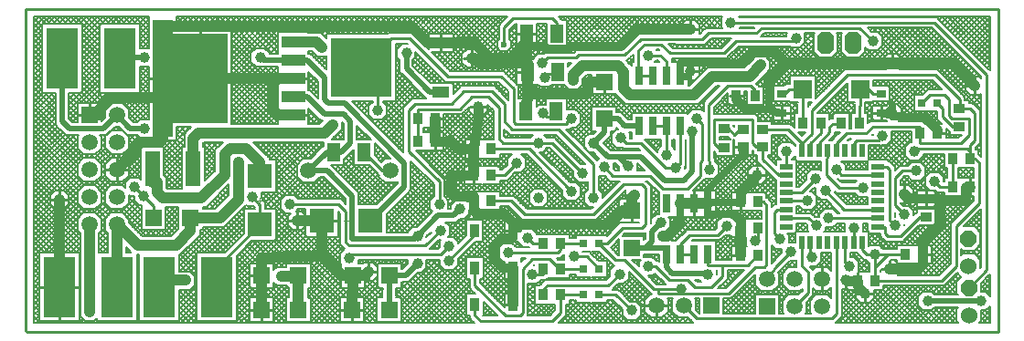
<source format=gbl>
%FSTAX23Y23*%
%MOIN*%
%SFA1B1*%

%IPPOS*%
%AMD31*
4,1,8,-0.030000,-0.012400,-0.012400,-0.030000,0.012400,-0.030000,0.030000,-0.012400,0.030000,0.012400,0.012400,0.030000,-0.012400,0.030000,-0.030000,0.012400,-0.030000,-0.012400,0.0*
%
%AMD34*
4,1,8,0.030000,-0.025000,0.030000,0.025000,0.015000,0.040000,-0.015000,0.040000,-0.030000,0.025000,-0.030000,-0.025000,-0.015000,-0.040000,0.015000,-0.040000,0.030000,-0.025000,0.0*
%
%ADD10C,0.008000*%
%ADD11R,0.047200X0.065000*%
%ADD14R,0.039400X0.035400*%
%ADD15R,0.035400X0.039400*%
%ADD22C,0.010000*%
%ADD23C,0.039400*%
%ADD24C,0.019700*%
%ADD27C,0.003900*%
%ADD28C,0.039400*%
%ADD29C,0.059100*%
%ADD30C,0.060000*%
G04~CAMADD=31~4~0.0~0.0~599.6~599.6~0.0~175.6~0~0.0~0.0~0.0~0.0~0~0.0~0.0~0.0~0.0~0~0.0~0.0~0.0~135.0~599.6~599.6*
%ADD31D31*%
%ADD32R,0.059100X0.059100*%
%ADD33R,0.059100X0.059100*%
G04~CAMADD=34~4~0.0~0.0~800.0~600.0~0.0~150.0~0~0.0~0.0~0.0~0.0~0~0.0~0.0~0.0~0.0~0~0.0~0.0~0.0~270.0~600.0~800.0*
%ADD34D34*%
%ADD35C,0.023600*%
%ADD36R,0.059800X0.063000*%
%ADD37R,0.063000X0.059800*%
%ADD38R,0.035400X0.027600*%
%ADD39R,0.033500X0.051200*%
%ADD40R,0.224400X0.216500*%
%ADD41R,0.063000X0.039400*%
%ADD42R,0.085000X0.042100*%
%ADD43R,0.200000X0.328000*%
%ADD44R,0.075200X0.425200*%
%ADD45R,0.028300X0.070100*%
%ADD46R,0.030000X0.030000*%
%ADD47R,0.040000X0.032000*%
%ADD48R,0.032000X0.040000*%
%ADD49R,0.047200X0.019700*%
%ADD50R,0.019700X0.047200*%
%ADD51R,0.090600X0.090600*%
%ADD52R,0.090600X0.090600*%
%ADD53R,0.055100X0.129900*%
%ADD54R,0.066900X0.070900*%
%ADD55R,0.118100X0.224400*%
%ADD56C,0.035400*%
%ADD57C,0.028300*%
%ADD58C,0.032000*%
%ADD59C,0.033500*%
%ADD60C,0.027600*%
%ADD61C,0.031500*%
%LNuzcar-1*%
%LPD*%
G54D10*
X05795Y03383D02*
X05817Y03361D01*
X05776Y03383D02*
X05817Y03342D01*
X05756Y03383D02*
X05817Y03322D01*
X057Y03303D02*
X05779Y03383D01*
X0569Y03313D02*
X0576Y03383D01*
X05737D02*
X05817Y03303D01*
Y03187D02*
Y03383D01*
X05698D02*
X05817Y03264D01*
X05729Y03274D02*
X05817Y03361D01*
X05717Y03383D02*
X05817Y03283D01*
X0571Y03293D02*
X05799Y03383D01*
X05719Y03284D02*
X05817Y03381D01*
X05671Y03332D02*
X05721Y03383D01*
X05661Y03342D02*
X05702Y03383D01*
X05681Y03323D02*
X05741Y03383D01*
X05642Y03362D02*
X05663Y03383D01*
X05632Y03371D02*
X05643Y03383D01*
X05651Y03352D02*
X05682Y03383D01*
X05678D02*
X05817Y03244D01*
X05639Y03383D02*
X05817Y03205D01*
X05659Y03383D02*
X05817Y03225D01*
X05632Y03371D02*
X05812Y03191D01*
X05582Y03343D02*
X05761Y03163D01*
X05788Y03215D02*
X05817Y03244D01*
X05778Y03225D02*
X05817Y03264D01*
X05797Y03206D02*
X05817Y03225D01*
X05758Y03245D02*
X05817Y03303D01*
X05749Y03254D02*
X05817Y03322D01*
X05768Y03235D02*
X05817Y03283D01*
X05812Y03191D02*
X05817Y03187D01*
X05807Y03196D02*
X05817Y03205D01*
X05812Y03191D02*
X05817Y03187D01*
X05775Y03163D02*
X05779Y03167D01*
X05755Y03163D02*
X05769Y03177D01*
X05743Y03163D02*
X05777D01*
X05739Y03264D02*
X05817Y03342D01*
X05605Y03189D02*
X05681Y03265D01*
X05624Y03189D02*
X05691Y03255D01*
X05547Y03189D02*
X05652Y03294D01*
X05527Y03189D02*
X05642Y03304D01*
X05585Y03189D02*
X05672Y03275D01*
X05604Y03343D02*
X05784Y03163D01*
X05562Y03343D02*
X05742Y03162D01*
X05644Y03169D02*
X0571Y03236D01*
X05566Y03189D02*
X05662Y03284D01*
X05634Y03179D02*
X05701Y03245D01*
X05623Y03381D02*
X05632Y03371D01*
X05604Y03381D02*
X05623D01*
X05632Y03371*
X05604Y03381D02*
X05623D01*
X05469Y03247D02*
X05564Y03343D01*
X05449Y03247D02*
X05545Y03343D01*
X05488Y03189D02*
X05623Y03323D01*
X05465Y03343D02*
X05619Y03189D01*
X05508D02*
X05633Y03314D01*
X05493Y03233D02*
X05603Y03343D01*
X05483Y03242D02*
X05584Y03343D01*
X05495Y03215D02*
X05613Y03333D01*
X05424Y033D02*
X05467Y03343D01*
X05419Y03315D02*
X05447Y03343D01*
X05424Y03281D02*
X05486Y03343D01*
X05409Y03324D02*
X05428Y03343D01*
X05407Y03326D02*
X05424Y03309D01*
Y03276D02*
Y03309D01*
X05426Y03343D02*
X0558Y03189D01*
X05406Y03343D02*
X0556Y03189D01*
X05445Y03343D02*
X05599Y03189D01*
X05424Y03305D02*
X05541Y03189D01*
X05424Y03286D02*
X05463Y03247D01*
X05606Y03189D02*
X05625D01*
X05495Y03215D02*
X05521Y03189D01*
X05606D02*
X05625D01*
X05495Y03197D02*
Y0323D01*
X05478Y03247D02*
X05495Y0323D01*
X05625Y03189D02*
X05635Y03179D01*
X05487Y03189D02*
X05606D01*
X05625D02*
X05635Y03179D01*
X05487Y03189D02*
X05495Y03197D01*
X05494Y03196D02*
X05502Y03189D01*
X05445Y03247D02*
X05478D01*
X05428Y0323D02*
X05445Y03247D01*
X05419Y03271D02*
X05444Y03246D01*
X05407Y03259D02*
X05424Y03276D01*
X0541Y03261D02*
X05434Y03237D01*
X05428Y03197D02*
X05436Y03189D01*
X0543D02*
X05433Y03192D01*
X05428Y03197D02*
Y0323D01*
X0541Y03189D02*
X05428Y03206D01*
X05784Y03157D02*
Y03163D01*
X05777Y03163D02*
X05784Y03157D01*
X05726Y03146D02*
X05743Y03163D01*
X05683Y0313D02*
X05749Y03197D01*
X05693Y03121D02*
X05759Y03187D01*
X05726Y03113D02*
X05743Y03096D01*
X05726Y03113D02*
Y03146D01*
X05703Y03111D02*
X05726Y03135D01*
X05712Y03101D02*
X05726Y03115D01*
X05601Y03343D02*
X05784Y0316D01*
X05543Y03343D02*
X05733Y03153D01*
X05673Y0314D02*
X0574Y03206D01*
X05654Y0316D02*
X0572Y03226D01*
X05523Y03343D02*
X05726Y03139D01*
X05664Y0315D02*
X0573Y03216D01*
X05504Y03343D02*
X05726Y0312D01*
X05484Y03343D02*
X05784Y03043D01*
X05635Y03179D02*
X05715Y03099D01*
X05606Y03151D02*
X0564Y03116D01*
X05608D02*
X0564D01*
X05777Y03096D02*
X05784Y03102D01*
X0577Y03096D02*
X05784Y03082D01*
X0575Y03096D02*
X05784Y03063D01*
X05755Y03065D02*
X05784Y03094D01*
X05743Y03096D02*
X05777D01*
X05739Y03067D02*
X05753D01*
X05784Y02871D02*
Y03102D01*
X05764Y03056D02*
X05784Y03075D01*
X05774Y03046D02*
X05784Y03055D01*
X05753Y03067D02*
X05763Y03057D01*
X05753Y03067D02*
X05763Y03057D01*
X0577Y0305*
X05728Y03078D02*
X05746Y03096D01*
X05722Y03091D02*
X05735Y03104D01*
X05725Y03078D02*
X05739D01*
X05715Y03099D02*
X05725Y03089D01*
X05715Y03099D02*
X05725Y03089D01*
Y03083D02*
X0573Y03078D01*
X05739Y03067D02*
Y03078D01*
Y03069D02*
X05766Y03096D01*
X05739Y03067D02*
X05753D01*
X05725Y03078D02*
Y03089D01*
Y03078D02*
Y03089D01*
X05598Y03151D02*
X05633Y03116D01*
X05591D02*
X05616Y03141D01*
X05611Y03116D02*
X05625Y03131D01*
X05559Y03151D02*
X05594Y03116D01*
X0554Y03151D02*
X05581Y03109D01*
X05579Y03151D02*
X05613Y03116D01*
X0552Y03151D02*
X05572Y03099D01*
X05489Y03053D02*
X05586Y03151D01*
X05552Y03096D02*
X05606Y03151D01*
X05501D02*
X05555Y03096D01*
X05481Y03151D02*
X05539Y03093D01*
X05479Y03063D02*
X05567Y03151D01*
X05451Y03112D02*
X05489Y03151D01*
X05448Y03129D02*
X0547Y03151D01*
X05444Y03129D02*
X05451Y03123D01*
X05423Y03151D02*
X05444Y03129D01*
X05409D02*
X05431Y03151D01*
X05429Y03129D02*
X0545Y03151D01*
X05462D02*
X05539Y03073D01*
X05442Y03151D02*
X05539Y03054D01*
X05461Y03064D02*
X05547Y03151D01*
X05451Y03093D02*
X05509Y03151D01*
X05436Y03058D02*
X05528Y03151D01*
X0563Y03116D02*
X05635Y03121D01*
X05589Y03116D02*
X05608D01*
X05589D02*
X05608D01*
X05579Y03107D02*
X05589Y03116D01*
X05579Y03107D02*
X05589Y03116D01*
X05569Y03096D02*
X05579Y03107D01*
X05539Y03096D02*
X05569D01*
X05495Y0304D02*
X05539Y03084D01*
X05495Y0302D02*
X05539Y03064D01*
Y03038D02*
Y03096D01*
X05478Y03064D02*
X05495Y03047D01*
X05451Y03084D02*
X0547Y03064D01*
X05441Y03074D02*
X05451Y03064D01*
X05445D02*
X05478D01*
X05451Y03074D02*
Y03129D01*
X05422Y03074D02*
X05437Y03058D01*
X05416D02*
X05431Y03074D01*
X05451Y03103D02*
X05553Y03001D01*
X05451Y03123D02*
X05584Y02989D01*
X05439Y03058D02*
X05445Y03064D01*
X05392Y03326D02*
X05408Y03343D01*
X05369D02*
X05604D01*
X05385Y03326D02*
X05407D01*
X05379Y03333D02*
X05389Y03343D01*
X05369D02*
X05385Y03326D01*
X05387Y03343D02*
X05403Y03326D01*
X05371Y03189D02*
X05525Y03343D01*
X05352Y03189D02*
X05506Y03343D01*
X05361Y03271D02*
X05428Y03204D01*
X05361Y03255D02*
Y03272D01*
X05374Y03259*
X05361Y03256D02*
X05369Y03264D01*
X04903Y03381D02*
X05604D01*
X04901Y03383D02*
X05817D01*
X05257Y03323D02*
X05277D01*
X05273Y03319D02*
X05277Y03323D01*
X0527D02*
X05274Y03319D01*
X05261Y03292D02*
X05273Y03304D01*
X05313Y03189D02*
X05383Y03259D01*
X05261Y03293D02*
X05273Y03281D01*
X05332Y03189D02*
X05402Y03259D01*
X05273Y03255D02*
Y03319D01*
X05261Y03274D02*
X05273Y03262D01*
X05393Y03259D02*
X05428Y03224D01*
X05359Y03253D02*
X05424Y03189D01*
X05391D02*
X05428Y03226D01*
X05374Y03259D02*
X05407D01*
X05339Y03233D02*
X05361Y03255D01*
X05295Y03233D02*
X05339D01*
X0535Y03243D02*
X05404Y03189D01*
X05306D02*
X05436D01*
X05391Y03151D02*
X05606D01*
X0534Y03234D02*
X05385Y03189D01*
X05321Y03233D02*
X05365Y03189D01*
X05302Y03233D02*
X05346Y03189D01*
X05293D02*
X05337Y03233D01*
X05261Y03254D02*
X05326Y03189D01*
X05287D02*
X05306D01*
X05273Y03255D02*
X05295Y03233D01*
X05241Y03235D02*
X05287Y03189D01*
X05287D02*
X05306D01*
X05278Y03179D02*
X05287Y03189D01*
X05251Y03245D02*
X05307Y03189D01*
X05278Y03179D02*
X05287Y03189D01*
X05182Y03155D02*
X05277Y0325D01*
X05224Y03233D02*
X05278Y03179D01*
X05261Y03312D02*
X05271Y03323D01*
X05257D02*
X05261Y03319D01*
Y03313D02*
X05273Y03301D01*
X05153Y03323D02*
X05173Y03303D01*
X05142Y0331D02*
X05154Y03323D01*
X05173Y03319D02*
X05177Y03323D01*
X05261Y03255D02*
Y03319D01*
X05142Y03291D02*
X05174Y03323D01*
X05261Y03273D02*
X05273Y03285D01*
X05173Y03255D02*
Y03319D01*
X05142Y03287D02*
Y0332D01*
Y03295D02*
X05173Y03264D01*
X0514Y03323D02*
X05142Y0332D01*
X04993Y03323D02*
X05077D01*
X0514D02*
X05177D01*
X05075Y0332D02*
X05077Y03323D01*
X05056D02*
X05067Y03312D01*
X05075D02*
Y0332D01*
X05142Y03314D02*
X05173Y03284D01*
X05125Y0327D02*
X05142Y03287D01*
X05137Y03281D02*
X05258Y0316D01*
X05066Y03312D02*
X05076Y03323D01*
X04982Y03312D02*
X05075D01*
X05239Y03233D02*
X05261Y03255D01*
X05175Y03168D02*
X05273Y03265D01*
X05205Y03233D02*
X05268Y03169D01*
X05173Y03255D02*
X05195Y03233D01*
X05092Y0327D02*
X05125D01*
X05195Y03233D02*
X05239D01*
X05155Y03168D02*
X0522Y03233D01*
X05127Y03271D02*
X05248Y0315D01*
X05136Y03168D02*
X05201Y03233D01*
X05097Y03168D02*
X05178Y03249D01*
X05116Y03168D02*
X05188Y03239D01*
X05088Y03274D02*
X05092Y0327D01*
X05046Y03274D02*
X05152Y03168D01*
X05066Y03274D02*
X05172Y03168D01*
X05014Y03202D02*
X05086Y03274D01*
X05014Y03221D02*
X05067Y03274D01*
X049D02*
X05088D01*
X05027D02*
X05133Y03168D01*
X05007Y03274D02*
X05113Y03168D01*
X05087D02*
X05182D01*
X04968Y03274D02*
X05087Y03155D01*
X04988Y03274D02*
X05094Y03168D01*
X05403Y03151D02*
X05425Y03129D01*
X05391Y0313D02*
X05411Y03151D01*
X05391Y03129D02*
X05451D01*
X05391Y03144D02*
X05405Y03129D01*
X05391D02*
Y03151D01*
X05287Y03131D02*
X05296Y03122D01*
X05387Y03074D02*
X05391D01*
X05257Y03102D02*
X05323Y03036D01*
X05391Y03074D02*
X05451D01*
X05296Y03069D02*
Y0314D01*
X05277Y03121D02*
X05296Y03102D01*
X05267Y03112D02*
X05296Y03083D01*
X05182Y03116D02*
X05298Y03233D01*
X05182Y03097D02*
X05318Y03233D01*
X05186Y0303D02*
X05296Y0314D01*
X05182Y03084D02*
X05278Y03179D01*
X05182Y03136D02*
X05287Y03241D01*
X05238Y03082D02*
X05291Y03029D01*
X0523Y03028D02*
X05296Y03094D01*
X05211Y03029D02*
X05296Y03113D01*
X05248Y03092D02*
X05312Y03028D01*
X05192Y03029D02*
X05296Y03133D01*
X0525Y03029D02*
X05296Y03074D01*
X05402Y03074D02*
X05418Y03058D01*
X05397D02*
X05412Y03074D01*
X05362Y03069D02*
X05391D01*
Y03074*
X05388Y03069D02*
X05391Y03072D01*
X05362Y03063D02*
X05368Y03069D01*
X05388D02*
X05398Y03058D01*
X05368Y03069D02*
X05387Y0305D01*
Y03058D02*
X05439D01*
X05387Y03003D02*
Y03058D01*
X05362Y03055D02*
X05387Y0303D01*
X05362Y03047D02*
Y03066D01*
X05296Y03069D02*
X05324D01*
X05362Y03047D02*
Y03066D01*
X05323Y03046D02*
Y03065D01*
X0531Y03069D02*
X05323Y03056D01*
Y03046D02*
Y03065D01*
X05361Y03042D02*
X05388Y03069D01*
X0527Y03029D02*
X0531Y03069D01*
X05289Y03029D02*
X05323Y03062D01*
X05228Y03073D02*
X05272Y03029D01*
X05218Y03063D02*
X05252Y03029D01*
X05109Y0327D02*
X05239Y0314D01*
X05085Y03274D02*
X05229Y0313D01*
X05074Y03137D02*
X05087D01*
Y03168*
X05074Y03137D02*
X05087D01*
X05065Y03129D02*
X05074Y03137D01*
X05182Y03138D02*
X05209Y03111D01*
X05182Y03158D02*
X05219Y03121D01*
X05182Y03119D02*
X052Y03101D01*
X05182Y03099D02*
X0519Y03091D01*
X05182Y03084D02*
Y03168D01*
X05065Y03058D02*
X05081Y03074D01*
X05039Y03129D02*
X05173Y03263D01*
X04967Y03135D02*
X05102Y0327D01*
X05058Y03129D02*
X05087Y03158D01*
X05014Y03189D02*
X0507Y03133D01*
X05014Y03208D02*
X05085Y03137D01*
X05065Y03129D02*
X05074Y03137D01*
X0499Y03099D02*
X05173Y03282D01*
X0499Y03119D02*
X05173Y03302D01*
X0498Y03128D02*
X05121Y0327D01*
X05026Y03129D02*
X05065D01*
X05046Y03058D02*
X05061Y03074D01*
X05154Y03069D02*
X05161Y03062D01*
X05154Y03069D02*
X05167D01*
X05157Y03059D02*
X05167Y03069D01*
X05154Y03055D02*
X05157Y03059D01*
X05154Y03055D02*
Y03066D01*
Y03055D02*
X05157Y03059D01*
X05154Y03055D02*
Y03066D01*
X05095Y03069D02*
X05114Y0305D01*
X05209Y03053D02*
X05244Y03017D01*
X05114Y03045D02*
Y03064D01*
Y03045D02*
Y03064D01*
X05087Y03069D02*
X05116D01*
X05085Y03058D02*
X05095Y03069D01*
X05026Y03058D02*
X0509D01*
X05052Y03074D02*
X05067Y03058D01*
X05026Y03074D02*
X05087D01*
Y03069D02*
Y03074D01*
X0509Y03044D02*
X05115Y03069D01*
X05086Y03058D02*
X0509Y03055D01*
X05114Y03031*
X05071Y03074D02*
X05086Y03058D01*
X0509Y03003D02*
Y03058D01*
X05779Y03028D02*
X05784Y03024D01*
X05779Y03032D02*
X05784Y03036D01*
X05779Y03012D02*
X05784Y03016D01*
X05779Y03022D02*
Y03041D01*
X0577Y0305D02*
X05779Y03041D01*
Y03022D02*
Y03041D01*
Y02993D02*
X05784Y02997D01*
X05779Y03009D02*
X05784Y03004D01*
X05779Y02989D02*
X05784Y02985D01*
X05779Y02973D02*
X05784Y02977D01*
X05779Y02939D02*
Y03022D01*
Y0297D02*
X05784Y02965D01*
X0577Y0305D02*
X05779Y03041D01*
X05634Y02997D02*
X05642Y02989D01*
X05593D02*
X05642D01*
X05624Y03007D02*
X05634Y02997D01*
X05624Y03007D02*
X05634Y02997D01*
X0562Y02989D02*
X05631Y03D01*
X05661Y02971D02*
X0567Y02961D01*
X05656Y02975D02*
X05661Y02971D01*
X0567Y02961*
X05656Y0294D02*
Y02975D01*
Y02967D02*
X0566Y02971D01*
X05779Y0295D02*
X05784Y02946D01*
X05779Y02954D02*
X05784Y02958D01*
X05779Y02934D02*
X05784Y02938D01*
X05779Y0292D02*
Y02939D01*
Y0292D02*
Y02939D01*
Y02931D02*
X05784Y02926D01*
X0577Y0291D02*
X05779Y0292D01*
X0577Y0291D02*
X05779Y0292D01*
X05775Y02915D02*
X05784Y02907D01*
X05763Y02899D02*
Y02903D01*
X0577Y0291*
X05763Y02898D02*
X05775D01*
X05701Y0295D02*
X05707Y02944D01*
X05687Y0294D02*
X05698Y0295D01*
X05671D02*
X05713D01*
X05671D02*
Y02961D01*
X05656Y02947D02*
X0567Y02961D01*
X05702Y0294D02*
X05713Y0295D01*
X05682D02*
X05692Y0294D01*
X05656D02*
X05702D01*
X05656Y02956D02*
X05673Y0294D01*
X05668D02*
X05678Y0295D01*
X05624Y03007D02*
Y03026D01*
X05594Y03038D02*
X05624Y03008D01*
Y03007D02*
Y03026D01*
X05613Y03038D02*
X05624Y03027D01*
X05597Y03038D02*
X05624D01*
X05624Y03026D02*
Y03038D01*
X05581Y02989D02*
X05624Y03033D01*
X05574Y03038D02*
X05623Y02989D01*
X05601D02*
X05624Y03013D01*
X05555Y03038D02*
X05603Y02989D01*
X05554Y03001D02*
X05591Y03038D01*
X05572Y03D02*
X05611Y03038D01*
X05515Y03001D02*
X05552Y03038D01*
X05496Y03001D02*
X05539Y03045D01*
Y03038D02*
X05594D01*
X05495Y03014D02*
Y03047D01*
X05535Y03001D02*
X05572Y03038D01*
X05495Y03039D02*
X05533Y03001D01*
X05495Y0302D02*
X05514Y03001D01*
X05483D02*
X05495Y03014D01*
X05489Y03007D02*
X05494Y03001D01*
X0558Y02989D02*
X05593D01*
X05571Y03001D02*
X0558Y02992D01*
X05552Y03001D02*
X05571D01*
X05552D02*
X05571D01*
X0558Y02992*
X05513Y02963D02*
X0553Y02946D01*
X05493Y02963D02*
X0553Y02927D01*
X05523Y02924D02*
X0553D01*
Y02963*
X05506Y02907D02*
X05523Y02924D01*
X05483Y03001D02*
X05552D01*
X05458Y02963D02*
X0553D01*
X05474D02*
X05518Y02919D01*
X05458Y02931D02*
Y02963D01*
X054Y03001D02*
X0544D01*
X05458Y02944D02*
X05477Y02963D01*
X05458Y02959D02*
X05508Y02909D01*
X05441Y02914D02*
X05458Y02931D01*
X05419Y02914D02*
X05441D01*
X05399Y02913D02*
X05418D01*
X05399D02*
X05418D01*
X05775Y02891D02*
X05784Y02899D01*
X05763Y02898D02*
X05784Y02919D01*
X05775Y02895D02*
X05784Y02887D01*
X05775Y02879D02*
Y02898D01*
X05765Y02906D02*
X05773Y02898D01*
X05775Y02895*
X05779Y02876D02*
X05784Y0288D01*
X05775Y02879D02*
X05781Y02874D01*
X05784Y02871*
X05649Y02831D02*
Y02881D01*
X05634D02*
X05649Y02866D01*
X05775Y02879D02*
X05781Y02874D01*
X05615Y02881D02*
X05649Y02847D01*
X05573Y02881D02*
X05649D01*
X05602Y02815D02*
X05649Y02862D01*
X05581Y02834D02*
X05628Y02881D01*
X05572Y02844D02*
X05609Y02881D01*
X05559Y02859D02*
X05602Y02815D01*
X05595Y02881D02*
X05662Y02814D01*
X05576Y02881D02*
X05662Y02795D01*
X05621Y02815D02*
X05649Y02843D01*
X05581Y02814D02*
X05648Y02881D01*
X05568Y02869D02*
X05622Y02815D01*
X05723Y02831D02*
X05758Y02796D01*
X05712Y02831D02*
X05758D01*
X05743D02*
X05758Y02816D01*
X057Y02796D02*
X05734Y02831D01*
X057D02*
X05712D01*
X05758Y02795D02*
Y02831D01*
X05738Y02795D02*
X05758Y02815D01*
X05718Y02795D02*
X05754Y02831D01*
X05712Y02795D02*
X05758D01*
X057D02*
Y02831D01*
X05704D02*
X05739Y02795D01*
X057Y02816D02*
X05715Y02831D01*
X05649D02*
X05662D01*
X05645Y028D02*
X05662Y02817D01*
X05635Y02809D02*
X05656Y02831D01*
X05629Y02815D02*
X05646Y02798D01*
X05596Y02815D02*
X05629D01*
X057Y02795D02*
X05712D01*
X057Y02815D02*
X0572Y02795D01*
X05649D02*
X05662D01*
Y02831*
X05646Y02791D02*
X05649Y02788D01*
X05573Y02874D02*
Y02881D01*
X05556Y02857D02*
X05573Y02874D01*
X05523Y02857D02*
X05556D01*
X05506Y02874D02*
Y02907D01*
X05458Y0294D02*
X05506Y02892D01*
Y02874D02*
X05523Y02857D01*
X05561Y02852D02*
X05589Y02881D01*
X05541Y02852D02*
X05546Y02857D01*
X05541D02*
X05546Y02852D01*
X05488Y02838D02*
X05515Y02865D01*
X05467Y02836D02*
X05506Y02875D01*
X05507Y02838D02*
X05526Y02857D01*
X05432Y02859D02*
X0553Y02957D01*
X05412Y02859D02*
X05516Y02963D01*
X05446Y02854D02*
X0553Y02938D01*
X05446Y02854D02*
Y02859D01*
X05393D02*
X05497Y02963D01*
X05441Y02859D02*
X05446Y02855D01*
X05453Y02926D02*
X05529Y0285D01*
X05443Y02916D02*
X05519Y0284D01*
X05457Y02846D02*
X05506Y02895D01*
X05426Y02914D02*
X05502Y02838D01*
X05408Y02913D02*
X05484Y02836D01*
X05531Y02852D02*
X05564D01*
X05516Y02838D02*
X05531Y02852D01*
X05564D02*
X05581Y02835D01*
X05486Y02838D02*
X05505D01*
X05486D02*
X05505D01*
X05516*
X05581Y02817D02*
X05589Y02809D01*
X05581Y02802D02*
Y02835D01*
X05579Y02798D02*
X05596Y02815D01*
X05477Y02828D02*
X05486Y02838D01*
X05505Y028D02*
X05516D01*
X05459Y02844D02*
X05469Y02835D01*
X05449Y02854D02*
X05459Y02845D01*
X05459Y02844D02*
X05469Y02835D01*
X05446Y02854D02*
X05449D01*
X05446D02*
X05449D01*
X05459Y02845*
X05477Y02828D02*
X05486Y02838D01*
X05469Y02832D02*
X05475Y02826D01*
X05469Y0282D02*
X05477Y02828D01*
X05469Y0282D02*
Y02835D01*
Y0282D02*
Y02835D01*
X05367Y03029D02*
X05387Y03049D01*
Y03011D02*
X05395Y03003D01*
X05372Y03014D02*
X05387Y03029D01*
X05369Y03029D02*
X05372Y03026D01*
X05387Y03011*
Y03003D02*
X05439D01*
X05372Y02994D02*
X05387Y0301D01*
X05372Y02993D02*
X05381Y03001D01*
X05372Y03007D02*
X05379Y03D01*
X05372Y02993D02*
Y03029D01*
Y02993D02*
X05381Y03001D01*
X05361Y03037D02*
X05369Y03029D01*
X05361D02*
Y03046D01*
Y03029D02*
X05372D01*
X05323D02*
Y03046D01*
X05312Y03029D02*
X05323D01*
X05244D02*
X05304D01*
Y03016D02*
X05312Y03008D01*
X05304Y03024D02*
X05323Y03043D01*
X05304Y03005D02*
X05312Y03012D01*
X05304Y02975D02*
Y03029D01*
X05312Y02975D02*
Y03029D01*
X05381Y03001D02*
X054D01*
X05381D02*
X054D01*
X05387Y02951D02*
X05391D01*
X05304Y02985D02*
X05312Y02993D01*
X05304Y02996D02*
X05312Y02989D01*
X05304Y02975D02*
X05312D01*
X05391Y02951D02*
Y02954D01*
X05387Y02951D02*
X05391Y02954D01*
X05303Y02937D02*
X05309D01*
X05302Y0293D02*
X05309Y02937D01*
X05302Y0293D02*
X05309Y02937D01*
X05296Y0293D02*
X05302D01*
X05262Y02961D02*
X05266Y02957D01*
X05251Y02951D02*
X0526Y02961D01*
X05251D02*
X05269D01*
X05251Y0295D02*
Y02961D01*
Y0295D02*
Y02961D01*
Y02953D02*
X05256Y02947D01*
X05296Y0293D02*
X05303Y02937D01*
X05247Y02939D02*
X05269Y02961D01*
X05296Y0293D02*
X05302D01*
X05241Y02941D02*
X05251Y0295D01*
X05241Y02941D02*
X05251Y0295D01*
X05244Y03023D02*
X0525Y03029D01*
X05233Y0301D02*
X05244D01*
X05233D02*
X05244D01*
X05199Y03043D02*
X05213Y03029D01*
X05189Y03034D02*
X05194Y03029D01*
X05186D02*
X0523D01*
X05244Y0301D02*
Y03029D01*
X0523Y03009D02*
X05244Y03023D01*
X0523Y03007D02*
X05233Y0301D01*
X0523Y03012D02*
X05233Y03009D01*
X0523Y03007D02*
Y03029D01*
Y03007D02*
X05233Y0301D01*
X05114Y03029D02*
Y03045D01*
X0509Y03024D02*
X05114Y03048D01*
X05103Y03029D02*
X05114D01*
X0509Y03035D02*
X05103Y03023D01*
Y02976D02*
Y03029D01*
X0509Y03005D02*
X05103Y03018D01*
X0509Y03016D02*
X05103Y03003D01*
X05075Y0299D02*
X05088Y03003D01*
X05131Y02948D02*
X05144Y02961D01*
X05131Y02948D02*
X05143Y02961D01*
X05118D02*
X05144D01*
X05121Y02958D02*
X05124Y02961D01*
X05099Y0298D02*
X05103Y02976D01*
X05126Y02961D02*
X05135Y02952D01*
X05242Y02942D02*
X05246Y02937D01*
X05239Y0293D02*
X05247Y02939D01*
X05233Y0293D02*
X05239D01*
X05118Y02961D02*
X05131Y02948D01*
X05233Y0293D02*
X05239D01*
X0507Y0299D02*
X05089D01*
X05026Y03003D02*
X0509D01*
X0507Y0299D02*
X05089D01*
X05064Y03003D02*
X05077Y0299D01*
X05055D02*
X05068Y03003D01*
X05021Y0299D02*
X0507D01*
X05092Y02987D02*
X05103Y02998D01*
X05084Y03003D02*
X05103Y02984D01*
X05089Y0299D02*
X05099Y0298D01*
X05089Y0299D02*
X05099Y0298D01*
X05021Y02952D02*
X0507D01*
X05375Y02881D02*
X05407Y02913D01*
X05375Y02861D02*
X05428Y02914D01*
X05375Y02886D02*
X05402Y02859D01*
X05375Y029D02*
X05387Y02913D01*
X05375Y02859D02*
Y02913D01*
X05399*
X05388D02*
X05441Y02859D01*
X05375Y02906D02*
X05422Y02859D01*
X05375D02*
X05446D01*
X05375Y02867D02*
X05383Y02859D01*
X05369Y02855D02*
X05375Y02861D01*
X05371Y02828D02*
Y02855D01*
X05368D02*
X05371Y02852D01*
X05327Y02855D02*
X05344D01*
X05371*
X05239Y0293D02*
X05247Y02939D01*
X05231Y0293D02*
X05241Y02941D01*
X05327Y02855D02*
X05344D01*
X05337Y02823D02*
X05369Y02855D01*
X05329D02*
X05361Y02823D01*
X05348Y02855D02*
X05371Y02832D01*
X05289Y02834D02*
X0531Y02855D01*
X05317Y02823D02*
X05349Y02855D01*
X05371Y02823D02*
Y02828D01*
X05356Y02823D02*
X05371Y02837D01*
Y02823D02*
Y02828D01*
X05296Y02855D02*
X05312D01*
X05296D02*
X05312D01*
X05327*
X05309D02*
X05341Y02823D01*
X05298D02*
X0533Y02855D01*
X05289Y02823D02*
X05371D01*
X0529Y02855D02*
X05322Y02823D01*
X05289Y02836D02*
X05302Y02823D01*
X05283Y02847D02*
X05291Y02855D01*
X05281D02*
X05296D01*
X05289Y02823D02*
Y0284D01*
X05275Y02855D02*
X05281D01*
X05275D02*
X05281D01*
X05275D02*
X05289Y0284D01*
X05267Y02785D02*
X05285D01*
X05267D02*
X05285D01*
X05332*
X05196Y02825D02*
X05202Y0282D01*
X05262Y0279D02*
X05267Y02785D01*
X05138Y02855D02*
X05155D01*
X05107Y02859D02*
Y02874D01*
X05138Y02855D02*
X05155D01*
X05107Y02909D02*
Y02915D01*
X05101Y02868D02*
X05107Y02862D01*
X051Y02859D02*
X05107Y02866D01*
X05153Y02855D02*
X05183Y02825D01*
X05111Y02792D02*
X05174Y02855D01*
X05186D02*
X05201D01*
X05134D02*
X05164Y02825D01*
X05107Y02862D02*
X05114Y02855D01*
X05155D02*
X0517D01*
X05088Y02925D02*
X05092Y02929D01*
X05057Y02925D02*
X0509D01*
X05099Y02917D02*
X05102Y0292D01*
X05057Y02952D02*
X05083Y02925D01*
X05037Y02952D02*
X05064Y02925D01*
X05069D02*
X05083Y02939D01*
X0509Y02925D02*
X05107Y02909D01*
X0507Y02952D02*
X05107Y02915D01*
X05093Y02859D02*
X05107D01*
X05021Y02897D02*
X05073Y02949D01*
X05093Y0286D02*
X05107Y02874D01*
X05192Y02855D02*
X05202Y02846D01*
X05173Y02855D02*
X05202Y02826D01*
X05183Y02825D02*
X05202Y02844D01*
X0517Y02855D02*
X05186D01*
X0517D02*
X05186D01*
X05163Y02825D02*
X05196D01*
X05202Y0282D02*
Y02853D01*
X05164Y02825D02*
X05193Y02855D01*
X05146Y02807D02*
X05164Y02825D01*
X05146Y02808D02*
X05163Y02825D01*
X05146Y02786D02*
Y02808D01*
X05114Y02855D02*
X05153Y02816D01*
X05111Y02855D02*
X05138D01*
X05111Y02812D02*
X05154Y02855D01*
X05111Y02851D02*
X05115Y02855D01*
X05111Y02828D02*
Y02855D01*
Y02831D02*
X05135Y02855D01*
X05111Y02812D02*
Y02828D01*
Y02838D02*
X05146Y02804D01*
X05111Y02819D02*
X05145Y02785D01*
X05111Y02812D02*
Y02828D01*
Y02796D02*
Y02812D01*
X05027Y03312D02*
X05037Y03323D01*
X05017D02*
X05028Y03312D01*
X05046D02*
X05057Y03323D01*
X04903Y03343D02*
X04956D01*
X04903Y03342D02*
X04956D01*
X04984Y03314D02*
X04993Y03323D01*
X05007Y03312D02*
X05018Y03323D01*
X04998D02*
X05008Y03312D01*
X05037Y03323D02*
X05047Y03312D01*
X04988D02*
X04998Y03323D01*
X04986Y03315D02*
X04989Y03312D01*
X04929Y03274D02*
X04964Y03239D01*
X0486Y03304D02*
X04867Y03298D01*
X04838Y03378D02*
X04842Y03383D01*
X048Y03304D02*
X04873D01*
X04838Y03345D02*
X0484Y03342D01*
X04823D02*
X04838Y03357D01*
X048Y03342D02*
X0484D01*
X04841Y03304D02*
X04857Y03288D01*
X04827Y03268D02*
X04863Y03304D01*
X04837Y03268D02*
X04872Y03302D01*
X04807Y03268D02*
X04844Y03304D01*
X04821D02*
X04847Y03278D01*
X04993Y03239D02*
X05028Y03274D01*
X04974Y03239D02*
X05008Y03274D01*
X05005Y03232D02*
X05047Y03274D01*
X04964Y03239D02*
X04997D01*
X04949Y03274D02*
X04983Y03239D01*
X04964D02*
X04997D01*
X05014Y03222D01*
X04997Y03239D02*
X05014Y03222D01*
X04947D02*
X04964Y03239D01*
X0491Y03274D02*
X04954Y0323D01*
X04895Y03269D02*
X04944Y0322D01*
X04947Y03222D02*
X04964Y03239D01*
X04885Y03259D02*
X04935Y0321D01*
X04865Y03239D02*
X049Y03274D01*
X04856Y0323D02*
X04865Y03239D01*
X04856Y0323D02*
X04865Y03239D01*
X04837Y0323D02*
X04856D01*
X04837D02*
X04856D01*
X04876Y0325D02*
X04925Y032D01*
X04874Y03198D02*
X0495Y03274D01*
X04866Y0324D02*
X04908Y03198D01*
X04856Y0323D02*
X04888Y03198D01*
X04837Y0323D02*
X04869Y03198D01*
X04821Y03383D02*
X04838Y03365D01*
X04801Y03383D02*
X04838Y03346D01*
Y03345D02*
Y03378D01*
X04784Y03342D02*
X04825Y03383D01*
X04782D02*
X04822Y03342D01*
X04804D02*
X04838Y03376D01*
X04781Y03342D02*
X048D01*
X04762Y03383D02*
X04803Y03342D01*
X04781D02*
X048D01*
X04771Y03333D02*
X04781Y03342D01*
X04771Y03333D02*
X04781Y03342D01*
X04759Y0332D02*
X04771Y03333D01*
X04748Y03364D02*
X04766Y03383D01*
X04743D02*
X04783Y03342D01*
X04757Y03354D02*
X04786Y03383D01*
X04734Y0337D02*
X04747Y03383D01*
X04723D02*
X04736Y0337D01*
X04741D02*
X04758Y03353D01*
Y0332D02*
Y03353D01*
Y03336D02*
X04805Y03383D01*
X04758Y03348D02*
X04772Y03334D01*
X04802Y03304D02*
X04837Y03268D01*
X04787Y03292D02*
X048Y03304D01*
X04778Y03282D02*
X04787Y03292D01*
X04778Y03282D02*
X04787Y03292D01*
X04759Y03282D02*
X04778D01*
X04759D02*
X04778D01*
X04788Y03268D02*
X04824Y03304D01*
X04768Y03268D02*
X04805Y03304D01*
X04791Y03295D02*
X04819Y03268D01*
X04781Y03286D02*
X04799Y03268D01*
X04765Y03282D02*
X0478Y03268D01*
X04758Y03328D02*
X04762Y03324D01*
X04749Y03268D02*
X04763Y03282D01*
X04746D02*
X0476Y03268D01*
X04729D02*
X04744Y03282D01*
X04726D02*
X04741Y03268D01*
X04717Y03216D02*
X0473Y0323D01*
X04758Y03199D02*
X04789Y0323D01*
X04749Y03209D02*
X04769Y0323D01*
X04741Y03216D02*
X04758Y03199D01*
X0472Y0323D02*
X04734Y03216D01*
X04736D02*
X0475Y0323D01*
X05014Y03189D02*
Y03222D01*
X04997Y03172D02*
X05014Y03189D01*
X05005Y03179D02*
X05055Y03129D01*
X05014Y03189D02*
Y03222D01*
X04997Y03172D02*
X05014Y03189D01*
X04973Y03147D02*
X04997Y03172D01*
X04995Y03169D02*
X05035Y03129D01*
X04985Y0316D02*
X05026Y03118D01*
Y03074D02*
Y03129D01*
X04975Y0315D02*
X05026Y03099D01*
X04969Y03133D02*
X04973Y03128D01*
X0499*
X04913Y03198D02*
X04989Y03274D01*
X04893Y03198D02*
X04969Y03274D01*
X04922Y03198D02*
X04947Y03222D01*
X04854Y03198D02*
X0493Y03274D01*
X04835Y03198D02*
X04911Y03274D01*
X04821Y03198D02*
X04922D01*
X04966Y0314D02*
X04977Y03128D01*
X04964Y03138D02*
X04973Y03147D01*
X04969Y03133D02*
X04973Y03128D01*
X04964Y03138D02*
X04973Y03147D01*
X04964Y03138D02*
X04969Y03133D01*
X05026Y03079D02*
X05032Y03074D01*
X0499Y03116D02*
X05026Y03079D01*
X05026Y03058D02*
X05042Y03074D01*
X0499Y0308D02*
X05026Y03117D01*
X0499Y0306D02*
Y03128D01*
X0493Y0306D02*
Y03111D01*
X0499Y03077D02*
X05026Y0304D01*
X0499Y03097D02*
X05028Y03058D01*
X05032Y03074D02*
X05048Y03058D01*
X04955Y03026D02*
X05026Y03097D01*
X04968Y03019D02*
X05026Y03078D01*
X04922Y03106D02*
X0493Y03098D01*
X04922Y03111D02*
X0493D01*
X04922Y03086D02*
X0493Y03079D01*
X04922Y0309D02*
X0493Y03098D01*
X04922Y0306D02*
Y03111D01*
Y03071D02*
X0493Y03078D01*
X04811Y03052D02*
X04862Y03104D01*
X04835Y03076D02*
X04885Y03026D01*
X04815Y03198D02*
X04847Y0323D01*
X04798D02*
X0483Y03198D01*
X04818Y0323D02*
X04849Y03198D01*
X04796D02*
X04828Y0323D01*
X04788Y03198D02*
X04821D01*
X04788D02*
X04821D01*
X04779Y0323D02*
X0481Y03198D01*
X04759Y0323D02*
X04791Y03198D01*
X04771Y03181D02*
X04788Y03198D01*
X04771Y03181D02*
X04788Y03198D01*
X04758Y03168D02*
Y03199D01*
Y03168D02*
X04771Y03181D01*
X04758Y0318D02*
X04808Y0323D01*
X0474D02*
X0478Y0319D01*
X04758Y03192D02*
X0477Y0318D01*
X04741Y03149D02*
X04758Y03166D01*
X04739Y03149D02*
X04758Y03168D01*
X04716Y03149D02*
X04739D01*
X04716Y03131D02*
Y03149D01*
Y03137D02*
X04727Y03149D01*
X04821Y03131D02*
X04832D01*
X0482Y0313D02*
X04826Y03124D01*
X04854Y03096D02*
X04862Y03088D01*
X04811Y0312D02*
X04816Y03114D01*
X04801Y0311D02*
X04806Y03105D01*
X04791Y031D02*
X04796Y03095D01*
X04862Y0306D02*
Y03104D01*
X04811Y03037D02*
X04862Y03089D01*
X04844Y03086D02*
X04862Y03068D01*
X04782Y03081D02*
X04832Y03131D01*
X04781Y03091D02*
X04787Y03085D01*
X04772Y03081D02*
X04821Y03131D01*
X04721Y03131D02*
X04739Y03149D01*
X04772Y03081D02*
X04777Y03075D01*
X04723Y03149D02*
X04731Y03141D01*
X04716Y03137D02*
X04721Y03131D01*
X04716Y03131D02*
X04721D01*
X04773Y03071D02*
X04782Y03081D01*
X04741Y03045D02*
X04826Y03131D01*
X04773Y03071D02*
X04782Y03081D01*
X04755Y03064D02*
X04772Y03081D01*
X04755Y03064D02*
X04772Y03081D01*
X04715Y0337D02*
X04727Y03383D01*
X04704D02*
X04716Y0337D01*
X04708D02*
X04741D01*
X04684Y03383D02*
X04702Y03365D01*
X04665Y03383D02*
X04692Y03355D01*
X04691Y03353D02*
X04708Y0337D01*
X04665Y03321D02*
X04691Y03346D01*
X04646Y03321D02*
X04708Y03383D01*
X04691Y0332D02*
Y03353D01*
X04685Y03321D02*
X04691Y03327D01*
X04669Y03321D02*
X04688D01*
X04627D02*
X04688Y03383D01*
X04626D02*
X04687Y03321D01*
X04645Y03383D02*
X04691Y03337D01*
X04606Y03383D02*
X04668Y03321D01*
X04588D02*
X04649Y03383D01*
X04607Y03321D02*
X04669Y03383D01*
X04568Y03321D02*
X0463Y03383D01*
X04567D02*
X04629Y03321D01*
X04587Y03383D02*
X04648Y03321D01*
X04548Y03383D02*
X0461Y03321D01*
X04549D02*
X0461Y03383D01*
X0469Y03268D02*
X04705Y03282D01*
X0467D02*
X04689D01*
X04759*
X04669Y03321D02*
X04688D01*
X04656Y03272D02*
X04666Y03283D01*
X0467Y03282D02*
X04689D01*
X0471Y03268D02*
X04724Y03282D01*
X04707D02*
X04721Y03268D01*
X0466D02*
X04837D01*
X04671D02*
X04685Y03282D01*
X04667Y03283D02*
X04682Y03268D01*
X04687Y03282D02*
X04702Y03268D01*
X04645Y03283D02*
X04669D01*
X04553Y03321D02*
X04669D01*
X04648Y03283D02*
X04663Y03268D01*
X04645Y03283D02*
X0466Y03268D01*
X04608Y03263D02*
X0461Y03261D01*
X04599Y03263D02*
X04608D01*
X04606Y03261D02*
X0461D01*
X04605D02*
X04607Y03263D01*
X04606Y03261D02*
X0461D01*
X04599Y03263D02*
X04601Y03261D01*
X04606*
X04509Y03383D02*
X04571Y03321D01*
X04489Y03383D02*
X04551Y03321D01*
X04528Y03383D02*
X0459Y03321D01*
X0445Y03383D02*
X04523Y0331D01*
X04431Y03383D02*
X04514Y033D01*
X0447Y03383D02*
X04533Y03319D01*
X04451Y03262D02*
X04571Y03383D01*
X04431Y03262D02*
X04552Y03383D01*
X0447Y03262D02*
X04591Y03383D01*
X04411D02*
X04504Y0329D01*
X04392Y03262D02*
X04513Y03383D01*
X04412Y03262D02*
X04532Y03383D01*
X04372D02*
X04484Y03271D01*
X04353Y03262D02*
X04474Y03383D01*
X04392D02*
X04494Y0328D01*
X04275Y0332D02*
X04337Y03383D01*
X04275Y0334D02*
X04318Y03383D01*
X04275Y03301D02*
X04357Y03383D01*
X04353D02*
X04474Y03262D01*
X04334D02*
X04454Y03383D01*
X04373Y03262D02*
X04493Y03383D01*
X04314Y03262D02*
X04435Y03383D01*
X04333D02*
X04454Y03262D01*
X04534Y03321D02*
X04553D01*
X04525Y03311D02*
X04534Y03321D01*
X04553*
X04525Y03311D02*
X04534Y03321D01*
X04475Y03262D02*
X04525Y03311D01*
X04327Y03262D02*
X04475D01*
X04314Y03383D02*
X04435Y03262D01*
X04294Y03383D02*
X04415Y03262D01*
X04308D02*
X04327D01*
X04299Y03252D02*
X04308Y03262D01*
X04327*
X04275Y03281D02*
X04376Y03383D01*
X04275Y03359D02*
X04298Y03383D01*
X04275D02*
X04396Y03262D01*
X04275Y03276D02*
Y03369D01*
X04269D02*
X04275Y03363D01*
X0427Y03276D02*
X04275Y03281D01*
Y03344D02*
X04357Y03262D01*
X04275Y03363D02*
X04376Y03262D01*
X04275Y03324D02*
X04337Y03262D01*
X04275Y03305D02*
X04318Y03262D01*
X04275Y03285D02*
X04303Y03257D01*
X04701Y0323D02*
X04714Y03217D01*
X04681Y0323D02*
X04694Y03217D01*
X0466Y0323D02*
X04837D01*
X04656D02*
X0466D01*
X04656D02*
X0466D01*
X04678Y03217D02*
X04691Y0323D01*
X04662D02*
X04675Y03217D01*
X04659D02*
X04672Y0323D01*
X04698Y03217D02*
X04711Y0323D01*
X04656Y03217D02*
Y03229D01*
X04516Y03217D02*
Y03245D01*
X04656Y03217D02*
Y03229D01*
X04513Y03242D02*
X04516Y03239D01*
X04504Y03233D02*
X04516Y03245D01*
X04494Y03224D02*
X04504Y03233D01*
X04494Y03224D02*
X04504Y03233D01*
X0449Y03224D02*
X04494D01*
X0449D02*
X04494D01*
X04503Y03232D02*
X04516Y0322D01*
X045Y03214D02*
X04516Y03229D01*
X04492Y03224D02*
X04509Y03207D01*
X0449Y03224D02*
X04493Y0322D01*
X0449Y03224D02*
X04493Y0322D01*
X04659Y03217D02*
X04666D01*
X04659D02*
X04666D01*
X04716*
X04606Y03223D02*
X04612Y03217D01*
X04601Y03223D02*
X04606D01*
X04595Y03217D02*
X04609D01*
X04716Y03216D02*
X04741D01*
X04708D02*
X04716D01*
X04595Y03217D02*
X04601Y03223D01*
X046Y03217D02*
X04606Y03222D01*
X04509Y03204D02*
Y03217D01*
X04516*
X04498Y03215D02*
X04509Y03204D01*
X04498Y03215D02*
X04509Y03204D01*
X04493Y0322D02*
X04498Y03215D01*
X04465Y03086D02*
X0447Y03081D01*
X04441Y031D02*
X04509Y03031D01*
X04421Y031D02*
X04509Y03012D01*
X0447Y03081D02*
X04487Y03064D01*
X0447Y03081D02*
X04487Y03064D01*
X04454Y03051D02*
X04477Y03074D01*
X04351Y0317D02*
X04363Y03158D01*
X04347Y0317D02*
X04363D01*
X04331Y03143D02*
X04359Y0317D01*
X04331Y03154D02*
X04347Y0317D01*
X0434Y03162D02*
X04363Y03138D01*
Y031D02*
Y0317D01*
X04331Y03151D02*
X04363Y03119D01*
X04331Y03134D02*
Y03154D01*
Y03134D02*
Y03154D01*
X04314Y03117D02*
X04331Y03134D01*
X04299Y03252D02*
X04308Y03262D01*
X04285Y03252D02*
X04415Y03383D01*
X04277Y03214D02*
X04291D01*
X04281Y03204D02*
X04291Y03214D01*
X04277Y03205D02*
X04286Y03214D01*
X04277Y03205D02*
X04279Y03203D01*
X04277Y032D02*
X04281Y03204D01*
X04273Y03065D02*
X04363Y03155D01*
X04273Y03045D02*
X04363Y03136D01*
X04277Y032D02*
Y03214D01*
Y032D02*
X04281Y03204D01*
X04451Y031D02*
X04465Y03086D01*
X04451Y031D02*
X04465Y03086D01*
X04436Y03053D02*
X04467Y03083D01*
X04402Y031D02*
X04449Y03053D01*
X04363Y031D02*
X04451D01*
X04417Y03053D02*
X04457Y03093D01*
X04382Y031D02*
X04429Y03053D01*
X04378D02*
X04425Y031D01*
X04397Y03053D02*
X04444Y031D01*
X0433Y03133D02*
X0441Y03053D01*
X04323Y03018D02*
X04405Y031D01*
X0432Y03123D02*
X0439Y03053D01*
X04314Y03117D02*
X04331Y03134D01*
X04307Y03117D02*
X04371Y03053D01*
X04281Y03117D02*
X04314D01*
X04281D02*
X04314D01*
X04273Y03084D02*
X04306Y03117D01*
X04308Y03041D02*
X04366Y031D01*
X0429Y03043D02*
X04363Y03116D01*
X04318Y03032D02*
X04386Y031D01*
X04287Y03117D02*
X04363Y03041D01*
X04273Y03043D02*
Y03084D01*
X04987Y0306D02*
X05026Y03021D01*
X0493Y0306D02*
X0499D01*
X04962Y03026D02*
X04971Y03016D01*
X04935Y03026D02*
X0497Y0306D01*
X04962Y03026D02*
X04971Y03016D01*
X05026Y03003D02*
Y03058D01*
X04967Y0306D02*
X05038Y0299D01*
X04971Y03003D02*
X05026Y03058D01*
X04948Y0306D02*
X05006Y03002D01*
X04922Y03067D02*
X04986Y03002D01*
X0499D02*
X05026Y03039D01*
X04909Y0306D02*
X04944Y03026D01*
X04896D02*
X04931Y0306D01*
X04916Y03026D02*
X04951Y0306D01*
X04862D02*
X04922D01*
X04862Y03068D02*
X0487Y0306D01*
X04889D02*
X04924Y03026D01*
X04877D02*
X04912Y0306D01*
X0487D02*
X04905Y03026D01*
X04821D02*
X04943D01*
X04838D02*
X04873Y0306D01*
X04857Y03026D02*
X04892Y0306D01*
X05021Y02994D02*
X05029Y03003D01*
X0501Y03002D02*
X05026Y03019D01*
X04971Y03002D02*
X05021D01*
X04971D02*
Y03016D01*
Y03002D02*
Y03016D01*
X05021Y0299D02*
Y03002D01*
X05045Y03003D02*
X05058Y0299D01*
X05021Y02916D02*
X05056Y02952D01*
X05021Y02949D02*
X0505Y02919D01*
X05036Y0299D02*
X05049Y03003D01*
X05021Y02936D02*
X05037Y02952D01*
X05021Y02939D02*
Y02952D01*
X04943Y03026D02*
X04962D01*
X04943D02*
X04962D01*
X04884Y0298D02*
Y02988D01*
X04881Y02983D02*
Y02988D01*
X04865Y02942D02*
X04872Y02935D01*
X04865Y02942D02*
X04872Y02935D01*
X04881Y02913D02*
X04884Y02915D01*
X04881Y02933D02*
X04884Y0293D01*
X04881Y02913D02*
X04884Y0291D01*
X04865Y02935D02*
X04868Y02939D01*
X04831Y02935D02*
X04872D01*
X04773Y03052D02*
Y03071D01*
X04762D02*
X04773Y0306D01*
Y03052D02*
Y03071D01*
X0473Y03064D02*
X04749Y03045D01*
X04721Y03064D02*
X04755D01*
X0476Y03045D02*
X04773Y03058D01*
X04825Y03066D02*
X04866Y03026D01*
X04818D02*
X04862Y03069D01*
X04815Y03057D02*
X04846Y03026D01*
X04811D02*
Y03052D01*
X0475Y03064D02*
X04773Y03041D01*
Y03036D02*
Y03052D01*
X04711Y03064D02*
X04729Y03045D01*
X04708Y03032D02*
X0474Y03064D01*
X04721D02*
X04755D01*
X04691D02*
X0472Y03035D01*
X04672Y03064D02*
X04703Y03032D01*
X04689D02*
X0472Y03064D01*
X04652D02*
X04684Y03032D01*
X0465D02*
X04681Y03064D01*
X04669Y03032D02*
X04701Y03064D01*
X0463Y03032D02*
X04662Y03064D01*
X04633D02*
X04664Y03032D01*
X04811Y03026D02*
X04821D01*
X04811Y03042D02*
X04827Y03026D01*
X04831Y02943D02*
X04864D01*
X04763Y03045D02*
X04773Y03036D01*
X0473Y03045D02*
X04763D01*
X04811Y03026D02*
X04821D01*
X04845Y02935D02*
X04853Y02943D01*
X04832D02*
X04839Y02935D01*
X04851Y02943D02*
X04859Y02935D01*
X04831D02*
Y02943D01*
Y0294D02*
X04833Y02943D01*
X04716Y03031D02*
X0473Y03045D01*
X04666Y03032D02*
X04716D01*
X04713Y03028D02*
X04716Y03031D01*
X04659Y03032D02*
X04666D01*
X04616D02*
X04659D01*
X04666*
X04665Y02934D02*
X04668Y02931D01*
X04656Y02922D02*
X04668Y02934D01*
X04656Y02923D02*
X04668Y02911D01*
X04659Y02934D02*
X04666D01*
X04659D02*
X04666D01*
X0504Y02908D02*
X05057Y02925D01*
X05021Y02929D02*
X05041Y02909D01*
X05021Y0291D02*
X0504Y02891D01*
X05021Y02877D02*
X0504Y02896D01*
X05021Y02876D02*
Y02939D01*
X05006Y02876D02*
X05021D01*
X0504Y02875D02*
Y02908D01*
X05021Y0289D02*
X05052Y02859D01*
X05021Y02857D02*
X0504Y02877D01*
X05011Y02867D02*
X0502Y02876D01*
X05006Y02872D02*
Y02876D01*
X05015D02*
X05036Y02855D01*
X04953Y0288D02*
X04957Y02876D01*
X04951Y02882D02*
X04953Y0288D01*
Y02876D02*
X04968D01*
X04951Y02893D02*
X04953Y0289D01*
X04951Y02893D02*
X04953Y0289D01*
X04951Y02885D02*
X04953Y02888D01*
X04968Y02872D02*
Y02876D01*
X04957D02*
X04968Y02865D01*
X04937Y02876D02*
X04977Y02836D01*
X04953Y02876D02*
Y0289D01*
X04918Y02876D02*
X04958Y02836D01*
X05042Y02859D02*
X05049Y02866D01*
X0504Y02875D02*
X05055Y0286D01*
X05036Y02859D02*
X05055D01*
X05036Y02842D02*
Y02859D01*
Y02854D02*
X05042Y02859D01*
X0503Y02848D02*
X05036Y02854D01*
X05006Y02872D02*
X05036Y02842D01*
X05Y02798D02*
X05012Y02809D01*
X05027Y02794D02*
X05036Y02785D01*
X04983Y02836D02*
X05Y02819D01*
Y02786D02*
Y02819D01*
X0498Y02836D02*
X04982Y02839D01*
X04968Y02853D02*
X04978Y02843D01*
X0495Y02836D02*
X04983D01*
X04968Y02853D02*
Y02872D01*
Y02853D02*
Y02872D01*
Y02853D02*
X04978Y02843D01*
X05027Y02794*
X0496Y02836D02*
X04973Y02848D01*
X04881Y02893D02*
X04884Y02896D01*
Y02876D02*
Y02933D01*
X04881Y02894D02*
X04884Y02891D01*
X04811Y02881D02*
X04813Y02884D01*
X04951Y02876D02*
Y02893D01*
X04828Y02821D02*
X04884Y02876D01*
Y02876D02*
X04951D01*
X04881Y02875D02*
Y02933D01*
X04813Y02875D02*
Y0289D01*
Y02884D02*
X04821Y02875D01*
X04668Y02898D02*
Y02934D01*
X0466Y02906D02*
X04668Y02915D01*
X04811Y02892D02*
X04813Y0289D01*
X04656Y0291D02*
Y02934D01*
X04618Y02909D02*
Y02934D01*
X04656Y0291D02*
X04668Y02898D01*
X04811Y02892D02*
X04813Y0289D01*
X04811Y02866D02*
Y02892D01*
Y02886D02*
X04813Y02884D01*
X04706Y02855D02*
Y02934D01*
X04708Y02829D02*
Y02934D01*
X04898Y02876D02*
X04944Y02831D01*
X04828Y0284D02*
X04863Y02875D01*
X04818Y0285D02*
X04844Y02875D01*
X04814Y02854D02*
Y02863D01*
Y02854D02*
Y02863D01*
Y02854D02*
X04828Y02839D01*
X04933Y02819D02*
X0495Y02836D01*
X0488Y02875D02*
X04934Y02821D01*
X04933Y02786D02*
Y02819D01*
X0486Y02875D02*
X04933Y02803D01*
X04828Y02806D02*
Y02839D01*
X04813Y02875D02*
X04881D01*
X04813Y02864D02*
X04824Y02875D01*
X04811Y02866D02*
X04814Y02863D01*
X04811Y02866D02*
X04814Y02863D01*
X04706Y02836D02*
Y02855D01*
Y02836D02*
Y02855D01*
X04811Y02789D02*
X04828Y02806D01*
X04705Y02827D02*
X04708Y02829D01*
X04778Y02789D02*
X04811D01*
X04705Y02834D02*
X04708Y02837D01*
X04705Y02827D02*
Y02835D01*
X04613Y03064D02*
X04645Y03032D01*
X04611D02*
X04642Y03064D01*
X0452D02*
X04721D01*
X04591Y03032D02*
X04623Y03064D01*
X04574D02*
X04606Y03032D01*
X04594Y03064D02*
X04625Y03032D01*
X04555Y03064D02*
X04586Y03032D01*
X04553D02*
X04584Y03064D01*
X04572Y03032D02*
X04603Y03064D01*
X04533Y03032D02*
X04564Y03064D01*
X04516D02*
X04547Y03032D01*
X04535Y03064D02*
X04567Y03032D01*
X04487Y03064D02*
X0452D01*
X04487D02*
X0452D01*
X04514Y03032D02*
X04545Y03064D01*
X04455Y03033D02*
X04487Y03064D01*
X04454Y03033D02*
X04471D01*
X04454D02*
X04471D01*
X04483Y03021D02*
X04525Y03064D01*
X04473Y03031D02*
X04506Y03064D01*
X04496D02*
X04528Y03032D01*
X04471Y03033D02*
X04483Y03021D01*
X04471Y03033D02*
X04483Y03021D01*
X04609Y03032D02*
X04616D01*
X04566D02*
X04609D01*
X04616*
X04559D02*
X04566D01*
X04509Y03028D02*
X04514Y03032D01*
X04559D02*
X04566D01*
X04609Y02934D02*
X04616D01*
X04566D02*
X04609D01*
X04616*
X04559D02*
X04566D01*
X04509Y03007D02*
Y03032D01*
X04559Y02934D02*
X04566D01*
X04509Y03032D02*
X04559D01*
X04493Y03012D02*
X04509Y03028D01*
X04497Y03007D02*
X04509D01*
X04501Y0296D02*
X04505Y02955D01*
X04483Y03021D02*
X04497Y03007D01*
X04501Y0296D02*
X04509D01*
Y02938D02*
Y0296D01*
X04503D02*
X04509Y02953D01*
X04505Y02946D02*
X04509Y0295D01*
X04505Y02938D02*
Y02955D01*
Y02938D02*
X04509D01*
X04449Y03053D02*
X04454Y03047D01*
X04363Y03053D02*
X04454D01*
Y03047D02*
X04469Y03033D01*
X04454D02*
Y03053D01*
X04323Y02998D02*
X04363Y03038D01*
X04323Y02993D02*
Y03026D01*
X04454Y02972D02*
Y02978D01*
X04323Y03003D02*
X0437Y02956D01*
X04454Y02978D02*
X0446Y02972D01*
X04363Y02965D02*
Y03053D01*
X04323Y03023D02*
X04363Y02982D01*
X04319Y02988D02*
X04353Y02954D01*
X04306Y03043D02*
X04323Y03026D01*
X04273Y03043D02*
X04306D01*
Y02976D02*
X04323Y02993D01*
X04273Y03053D02*
X04283Y03043D01*
X04273Y03073D02*
X04303Y03043D01*
X04289Y02976D02*
X04306D01*
X04304Y0294D02*
X04363Y02999D01*
X04294Y02949D02*
X04363Y03019D01*
X04313Y0293D02*
X04363Y0298D01*
X04309Y02978D02*
X04343Y02944D01*
X04292Y02976D02*
X04338Y0293D01*
X04455Y02972D02*
X0446D01*
X04454Y02973D02*
X04457Y02976D01*
X04447Y02965D02*
X04454Y02972D01*
X04439Y02965D02*
X04443Y02961D01*
X04438Y02955D02*
X04447Y02965D01*
X04433D02*
X04447D01*
X04433Y02947D02*
Y02965D01*
Y02952D02*
X04446Y02965D01*
X04433Y02952D02*
X04438Y02947D01*
X04433Y02947D02*
Y02965D01*
X04421Y02935D02*
X04433Y02947D01*
X04284Y02959D02*
X04301Y02976D01*
X04284Y02971D02*
X04289Y02976D01*
X04363Y02965D02*
X04379D01*
X04284Y02971D02*
X04289Y02976D01*
X04272Y02971D02*
X04284D01*
X04272D02*
X04284D01*
X04369Y02955D02*
X04379Y02965D01*
X04355Y02955D02*
X04369D01*
X04421Y02935D02*
X04433Y02947D01*
X04358Y02955D02*
X04368Y02965D01*
X04338Y02939D02*
X04355Y02955D01*
X04583Y02908D02*
X0461Y02934D01*
X04574Y02917D02*
X04591Y02934D01*
X04606D02*
X04618Y02922D01*
X04556Y02934D02*
X04563Y02928D01*
X04556Y02934D02*
X04563Y02928D01*
X04564Y02927D02*
X04571Y02934D01*
X04593Y02898D02*
X04618Y02923D01*
X04587Y02934D02*
X04615Y02906D01*
X04604Y02895D02*
X04618Y02909D01*
X04567Y02934D02*
X04605Y02896D01*
X04563Y02928D02*
X04604Y02887D01*
X04534Y029D02*
X0454Y02894D01*
X04492D02*
X04498Y029D01*
X04482D02*
X04501D01*
X04534*
X04477Y02905D02*
X04482Y029D01*
X04455Y02905D02*
X04477D01*
X04482Y029*
X04485D02*
X0449Y02894D01*
X04473D02*
X0448Y02902D01*
X04524Y029D02*
X04529Y02894D01*
X04453D02*
X04464Y02905D01*
X0446D02*
X04471Y02894D01*
X04604Y02887D02*
Y02895D01*
X04532Y02894D02*
X0454D01*
X04532D02*
X0454D01*
X04531D02*
X04535Y02898D01*
X04512Y02894D02*
X04517Y029D01*
X04531Y02836D02*
X04537Y02842D01*
X04535Y0282D02*
X04547Y02832D01*
X04532Y02847D02*
X04558Y0282D01*
X04531D02*
X04558D01*
X04531D02*
Y02847D01*
Y02834D02*
X04545Y0282D01*
X04505Y029D02*
X0451Y02894D01*
X04482Y029D02*
X04501D01*
X04475Y02894D02*
X04532D01*
X04452D02*
X04475D01*
X04452D02*
X04475D01*
X04452D02*
X04475D01*
X04464Y0282D02*
Y02834D01*
X04457Y0282D02*
X04464Y02827D01*
X0445Y0282D02*
X04464D01*
X04452Y02847D02*
X04464Y02834D01*
X04443Y02844D02*
X04464Y02823D01*
X04438Y02922D02*
X04455Y02905D01*
X04425Y0294D02*
X04438Y02927D01*
X04424Y02904D02*
X0444Y0292D01*
X04438Y02922D02*
Y02955D01*
X04415Y02914D02*
X04438Y02937D01*
X04407Y02922D02*
X04421Y02935D01*
X04434Y02895D02*
X0445Y0291D01*
X04416Y0293D02*
X04451Y02894D01*
X04434D02*
X04452D01*
X04407Y02922D02*
X04434Y02894D01*
X04369Y02888D02*
X04392Y02865D01*
X0436Y02888D02*
X04387Y02861D01*
X04323Y0292D02*
X04338Y02935D01*
X04277Y02971D02*
X04338Y02911D01*
X04333Y0291D02*
X04338Y02915D01*
Y02906D02*
Y02939D01*
X04272Y02971D02*
X04338Y02906D01*
X04267Y02903D02*
X04275Y02911D01*
X04338Y02905D02*
X04355Y02888D01*
X04338Y02906D02*
X04355Y02888D01*
X04381Y02862*
X04277Y02893D02*
X04285Y02901D01*
X04286Y02883D02*
X04295Y02892D01*
X04443Y02847D02*
X04452D01*
X04443Y02827D02*
Y02847D01*
X04444Y02827D02*
X04458Y0284D01*
X04385Y02858D02*
X04392Y02865D01*
X04382Y02862D02*
X04389Y02869D01*
X04381Y02862D02*
X04385Y02858D01*
X04443Y02827D02*
X0445Y0282D01*
X04415Y02799D02*
X04422Y02792D01*
X04393Y02799D02*
X04415D01*
X0439Y02801D02*
X04393Y02799D01*
X0439Y02792D02*
X04397Y02799D01*
X04372Y02871D02*
X04379Y02878D01*
X04355Y02888D02*
X04369D01*
X04381Y02862D02*
X04385Y02858D01*
X04362Y02881D02*
X04369Y02888D01*
X04296Y02873D02*
X04304Y02882D01*
X04306Y02864D02*
X04314Y02872D01*
X04325Y02844D02*
X04334Y02853D01*
X04316Y02854D02*
X04324Y02862D01*
X04325Y02844D02*
X04342D01*
X04297Y02794D02*
Y02816D01*
X04272Y02791D02*
X04297Y02816D01*
X05649Y0278D02*
Y02795D01*
X05646Y02782D02*
X05649Y02784D01*
X05646Y0278D02*
Y02798D01*
X05618Y02748D02*
X05623Y02742D01*
X05642D02*
X05649D01*
Y02728D02*
Y02742D01*
X05636D02*
X05649Y0273D01*
X05623Y02742D02*
X05642D01*
X05618Y02748D02*
X05623Y02742D01*
X05642*
X05596Y02748D02*
X05618D01*
X05579Y02765D02*
X05596Y02748D01*
X0555Y02748D02*
X05618D01*
X05564Y02785D02*
X05581Y02802D01*
X05555Y02785D02*
X05592Y02748D01*
X05554D02*
X05579Y02773D01*
X05618Y02688D02*
Y02748D01*
X05612D02*
X05618Y02742D01*
Y02714D02*
X05646Y02742D01*
X05573Y02748D02*
X05585Y02759D01*
X05758Y02711D02*
Y02728D01*
X05712D02*
X05758D01*
X05748D02*
X05758Y02718D01*
X05649Y02728D02*
X05712D01*
X05618Y02733D02*
X05626Y02742D01*
X05729Y02728D02*
X05752Y02705D01*
X05709Y02728D02*
X05742Y02695D01*
X0569Y02728D02*
X05732Y02686D01*
X0578Y02677D02*
X05784Y02673D01*
X05651Y02728D02*
X05713Y02666D01*
X05618Y02675D02*
X0567Y02728D01*
X0567D02*
X05722Y02676D01*
X05618Y02694D02*
X05651Y02728D01*
X05611Y02688D02*
X05618Y02694D01*
X0555Y02688D02*
X05618D01*
X05603Y0268D02*
X05611Y02688D01*
X05594D02*
X05601Y0268D01*
X0555D02*
X05618D01*
X05574Y02688D02*
X05582Y0268D01*
X05584D02*
X05591Y02688D01*
X05579Y02765D02*
Y02798D01*
X05538Y02751D02*
X05579Y02792D01*
X05569Y0279D02*
X05579Y0278D01*
X05531Y02785D02*
X05564D01*
X05528Y02761D02*
X05552Y02785D01*
X05521Y02767D02*
X05538Y0275D01*
X0555Y02743D02*
X05554Y02748D01*
X05535Y02785D02*
X05573Y02748D01*
X05538Y02732D02*
X0555Y02743D01*
Y02688D02*
Y02748D01*
X05538Y02717D02*
Y0275D01*
Y02743D02*
X0555Y02732D01*
X05516Y028D02*
X05531Y02785D01*
X05495Y02767D02*
X05522Y02794D01*
X05515Y02767D02*
X05533Y02785D01*
X05489Y0278D02*
X05508Y028D01*
X05489Y02783D02*
X05505Y028D01*
X05493Y02788D02*
X05514Y02767D01*
X05503Y02797D02*
X05553Y02748D01*
X05489Y02767D02*
X05521D01*
X05489D02*
Y02783D01*
Y02773D02*
X05494Y02767D01*
X05555Y02688D02*
X05562Y0268D01*
X0555Y02693D02*
X05555Y02688D01*
X05564Y0268D02*
X05572Y02688D01*
X05538Y02723D02*
X0555Y02712D01*
X05532Y0271D02*
X0555Y02693D01*
X05529Y02684D02*
X0555Y02704D01*
X05538Y02674D02*
X05552Y02688D01*
X05522Y02701D02*
X0555Y02673D01*
Y02668D02*
Y0268D01*
X05541Y0266D02*
X0555Y02668D01*
X05538Y02665D02*
X05542Y02661D01*
X05521Y027D02*
X05538Y02717D01*
X05492Y027D02*
X05521D01*
X05489Y02703D02*
X05492Y027D01*
X05499Y02693D02*
X05506Y027D01*
X05521Y02692D02*
X05538Y02675D01*
X05518Y02692D02*
X0555Y02724D01*
X05499Y02692D02*
X05521D01*
X05492Y027D02*
X05499Y02692D01*
X05503Y027D02*
X05511Y02692D01*
X0577Y02667D02*
X05784Y02653D01*
X05683Y02637D02*
X05758Y02711D01*
X05761Y02657D02*
X05784Y02634D01*
X05674Y02627D02*
X05683Y02637D01*
X05618Y02722D02*
X05693Y02647D01*
X05674Y02627D02*
X05683Y02637D01*
X05784Y02466D02*
Y0268D01*
X05751Y02647D02*
X05784Y02615D01*
X05741Y02638D02*
X05784Y02595D01*
X05734Y02616D02*
X05784Y02666D01*
X0572Y02616D02*
X05784Y0268D01*
X05754Y02616D02*
X05784Y02646D01*
X05618Y02636D02*
X05709Y02728D01*
X05618Y02742D02*
X05703Y02656D01*
X05618Y02655D02*
X0569Y02728D01*
X05618Y02703D02*
X05683Y02637D01*
X05613Y02688D02*
X05674Y02627D01*
X05618Y0262D02*
Y0268D01*
X05568Y02548D02*
X05748Y02728D01*
X05549Y02548D02*
X05729Y02728D01*
X05588Y02548D02*
X05758Y02718D01*
X05618Y02664D02*
X05674Y02608D01*
X05618Y02644D02*
X05674Y02588D01*
X05767Y0261D02*
X05784Y02627D01*
X0572Y02616D02*
X0576D01*
X05777Y026D02*
X05784Y02607D01*
X05731Y02628D02*
X05743Y02616D01*
X05674Y02608D02*
Y02627D01*
Y02608D02*
Y02627D01*
X0576Y02616D02*
X05782Y02594D01*
X05751Y02516D02*
X05784Y02549D01*
X05776Y02544D02*
X05784Y02537D01*
X05782Y0255D02*
Y02594D01*
X0576Y02528D02*
X05782Y0255D01*
X05583Y0262D02*
X05674Y0253D01*
X05564Y0262D02*
X05674Y0251D01*
X05603Y02524D02*
X05674Y02595D01*
X05618Y02625D02*
X05674Y02569D01*
X05603Y0262D02*
X05674Y02549D01*
X05603Y02544D02*
X05674Y02614D01*
X05603Y02505D02*
X05674Y02575D01*
X05551Y02613D02*
X05674Y02491D01*
X05603Y02485D02*
X05674Y02556D01*
Y02481D02*
Y02608D01*
X05603Y02542D02*
X05669Y02476D01*
X05541Y0266D02*
X0555Y02668D01*
X05508Y0257D02*
X05558Y0262D01*
X05618*
X05538Y02657D02*
X05541Y0266D01*
X05538Y02657D02*
Y02675D01*
X05503Y02622D02*
X05506Y02625D01*
X05529Y02548D02*
X05602Y0262D01*
X0551Y02548D02*
X05582Y0262D01*
X05541Y02603D02*
X05597Y02548D01*
X05532Y02594D02*
X05578Y02548D01*
X05522Y02584D02*
X05558Y02548D01*
X05512Y02574D02*
X05539Y02548D01*
X05471Y02652D02*
Y02664D01*
X05469Y02652D02*
Y02666D01*
X05416Y02581D02*
X05425Y02571D01*
X05416Y02581D02*
Y02591D01*
Y02581D02*
Y02591D01*
Y02581D02*
X05425Y02571D01*
X0549Y02548D02*
X05563Y0262D01*
X05398Y02591D02*
X05456Y02533D01*
X05499Y02561D02*
X05508Y0257D01*
X05393Y02547D02*
X05421Y02575D01*
X05426Y0257D02*
X05436Y02561D01*
X05502Y02564D02*
X05519Y02548D01*
X05477D02*
X0554D01*
X0554D02*
X05603D01*
X05499Y02561D02*
X05508Y0257D01*
X0548Y02561D02*
X05499D01*
X0548D02*
X05499D01*
X05603Y0248D02*
Y02548D01*
X05597D02*
X05603Y02542D01*
X05487Y02561D02*
X055Y02548D01*
X05477Y02533D02*
Y02548D01*
X05455Y02561D02*
X0548D01*
X05436D02*
X05455D01*
X05467D02*
X0548Y02548D01*
X05426Y0257D02*
X05436Y02561D01*
X05412Y02547D02*
X0543Y02566D01*
X05436Y02561D02*
X05455D01*
X05448D02*
X05475Y02533D01*
X05437Y02533D02*
X05464Y02561D01*
X05456Y02533D02*
X05484Y02561D01*
X05422Y02538D02*
X05445Y02561D01*
X05413Y02547D02*
X05428Y02533D01*
X05323Y02776D02*
X05332Y02785D01*
X05321D02*
X05327Y02779D01*
X05276Y02776D02*
X05323D01*
X05301Y02785D02*
X05311Y02776D01*
X05289D02*
X05299Y02785D01*
X05309Y02776D02*
X05318Y02785D01*
X05323Y02738D02*
X05338Y02723D01*
X0529Y02738D02*
X05331Y02697D01*
X0531Y02738D02*
X0535Y02697D01*
X05282Y02785D02*
X05291Y02776D01*
X05281Y02709D02*
X0531Y02738D01*
X05276D02*
X05323D01*
X05267Y02785D02*
X05276Y02776D01*
X05261Y0279D02*
X05266Y02785D01*
X05273Y02779D02*
X05279Y02785D01*
X05261Y0279D02*
X05266Y02785D01*
X05249Y02745D02*
X05257Y02738D01*
X05249Y02741D02*
Y02745D01*
X05271Y02738D02*
X05311Y02697D01*
X05249Y02741D02*
X05294Y02697D01*
X05257Y02738D02*
X05276D01*
X05249Y02745D02*
X05257Y02738D01*
X05262Y02729D02*
X05271Y02738D01*
X05371Y02702D02*
Y02717D01*
X05363Y02723D02*
X05371Y02715D01*
Y02697D02*
Y02702D01*
Y02717D02*
Y02723D01*
X05338D02*
X05371D01*
Y02717D02*
Y02723D01*
Y02697D02*
Y02702D01*
X05347Y02697D02*
X05371Y02721D01*
X05367Y02697D02*
X05371Y02701D01*
X05328Y02697D02*
X05354Y02723D01*
X05308Y02697D02*
X05336Y02725D01*
X05344Y02723D02*
X0537Y02697D01*
X05291Y02699D02*
X05326Y02734D01*
X05272Y02719D02*
X0529Y02738D01*
X05294Y02697D02*
X05371D01*
X05257Y02738D02*
X05276D01*
X05221Y02713D02*
X05265Y02668D01*
X05248Y02676D02*
X05253Y02681D01*
X05265Y02668D02*
X05268Y02665D01*
X05218Y02713D02*
X05265Y02665D01*
X05265Y02668D02*
X05268Y02665D01*
X05244Y0268D02*
X05259Y02665D01*
X05258Y02666D02*
X05263Y02671D01*
X05174Y02758D02*
X05182D01*
X05173Y02757D02*
X05182Y02749D01*
X05174Y02738D02*
X05182Y02746D01*
X05164Y02747D02*
X05168Y02743D01*
X0516D02*
X05174Y02758D01*
X0516Y02743D02*
X05168D01*
X05182Y0273D02*
X05199Y02713D01*
X05168Y02743D02*
X05185Y02726D01*
Y02726D02*
X05231Y0268D01*
X05182Y0273D02*
Y02758D01*
X05168Y02743D02*
X05185Y02726D01*
Y02693D02*
Y02726D01*
X05111Y028D02*
X05135Y02776D01*
X05111Y02773D02*
X05146Y02807D01*
X05111Y0278D02*
X05125Y02766D01*
X05111Y0278D02*
Y02796D01*
Y0278D02*
Y02796D01*
Y02765D02*
Y0278D01*
X05119Y0276D02*
X05146Y02786D01*
X05118Y0276D02*
X05146Y02788D01*
X05111Y0276D02*
X05119D01*
X05111D02*
Y02765D01*
Y0276D02*
Y02765D01*
X05233Y0268D02*
X05243Y0269D01*
X05214Y0268D02*
X05233Y027D01*
X05211Y0268D02*
X05244D01*
X05199Y02713D02*
X05221D01*
X05185Y0271D02*
X05193Y02718D01*
X05185Y02706D02*
X05211Y0268D01*
X05168Y02676D02*
X05185Y02693D01*
X0516Y02665D02*
X05207Y02713D01*
X05182Y0269D02*
X05201Y02671D01*
X0514Y02665D02*
X05151Y02676D01*
X05145Y02665D02*
X05164D01*
X0512Y0269D02*
X05135Y02676D01*
X05111Y02675D02*
X05123Y02687D01*
X05135Y02676D02*
X05168D01*
X05111Y02686D02*
Y0269D01*
Y02686D02*
Y0269D01*
X0512*
X05138Y02676D02*
X05148Y02665D01*
X05111Y02683D02*
X05128Y02665D01*
X05111D02*
X05145D01*
X05111Y0267D02*
Y02686D01*
Y02665D02*
Y0267D01*
X05361Y02627D02*
X05371Y02618D01*
X05354Y02627D02*
X05371D01*
Y02623D02*
Y02627D01*
X05354Y02625D02*
X05356Y02627D01*
X05283D02*
X05286Y02625D01*
X05371Y02623D02*
Y02627D01*
Y02596D02*
Y02623D01*
X05354Y02606D02*
X05371Y02623D01*
X05354Y02616D02*
X05371Y02599D01*
X05354Y02596D02*
Y02627D01*
X05286Y02596D02*
Y02627D01*
X05265Y02596D02*
X05286Y02616D01*
X05264Y02627D02*
X05286Y02605D01*
X05259Y02665D02*
X05268D01*
X05259Y02627D02*
X05286D01*
X05244Y02613D02*
X05259Y02627D01*
X05172Y02658D02*
X05224Y0271D01*
X05216Y02613D02*
X05244D01*
X05252Y0262D02*
X05276Y02596D01*
X05246D02*
X05278Y02627D01*
X05226Y02596D02*
X05244Y02613D01*
X05216Y02605D02*
X05224Y02613D01*
X0522D02*
X05237Y02596D01*
X05375Y0255D02*
X05416Y0259D01*
X05375Y02591D02*
X05416D01*
X0538Y02547D02*
X05413D01*
X05375Y02569D02*
X05397Y02591D01*
X05371Y02599D02*
X05378Y02591D01*
X05375Y02588D02*
X05378Y02591D01*
X05378D02*
X05436Y02533D01*
X05375Y02575D02*
X05402Y02547D01*
X05375Y02555D02*
X05383Y02547D01*
X05375Y02543D02*
Y02591D01*
Y02543D02*
X0538Y02547D01*
X05249Y02596D02*
X05264D01*
X0524Y02613D02*
X05257Y02596D01*
X05233D02*
X05249D01*
X05218D02*
X05233D01*
X05214Y02599D02*
X05218Y02596D01*
X05233D02*
X05249D01*
X05363D02*
X05371Y02604D01*
X05354Y02596D02*
X05371D01*
X05281D02*
X05286D01*
X05264D02*
X05281D01*
X05264D02*
X05281D01*
X05194Y02663D02*
X05211Y0268D01*
X05194Y02661D02*
X05214Y0268D01*
X05173Y0268D02*
X05194Y02659D01*
X05164Y02665D02*
X05174Y02656D01*
X05164Y02665D02*
X05174Y02656D01*
X05186Y02652D02*
X05194Y02661D01*
Y02652D02*
Y02663D01*
X05157Y02676D02*
X05181Y02652D01*
X05177D02*
X05194D01*
X05174Y02656D02*
X05177Y02652D01*
X05145Y02627D02*
X05149Y02624D01*
Y02602D02*
Y02624D01*
X05145Y02665D02*
X05164D01*
X05121D02*
X05133Y02678D01*
X05111Y02627D02*
X05145D01*
X05111Y02623D02*
Y02627D01*
Y02665D02*
Y0267D01*
Y02623D02*
Y02627D01*
X05127D02*
X05149Y02606D01*
X05111Y02598D02*
X05141Y02627D01*
X05111Y02624D02*
X0514Y02596D01*
X05111Y02617D02*
X05122Y02627D01*
X05111Y02596D02*
Y02623D01*
X0521Y02596D02*
X05218D01*
X0521D02*
X05216Y02602D01*
X0521Y02596D02*
X05218D01*
X05216Y02602D02*
Y02613D01*
X05149Y02602D02*
X05155Y02596D01*
X05148D02*
X05152Y02599D01*
X05138Y02596D02*
X05155D01*
X05129D02*
X05149Y02616D01*
X05138Y02596D02*
X05155D01*
X05111Y02605D02*
X0512Y02596D01*
X05111D02*
X05138D01*
X05105Y02591D02*
X05111Y02598D01*
X05077Y02591D02*
X05107D01*
X05086D02*
X05107Y0257D01*
X05081Y02587D02*
X05086Y02591D01*
X05077D02*
X05083Y02585D01*
Y02569D02*
X05105Y02591D01*
X05107Y02558D02*
Y02591D01*
X05092Y02558D02*
X05107Y02574D01*
X05083Y02558D02*
X05107D01*
X05083D02*
Y02585D01*
Y02574D02*
X05099Y02558D01*
X05766Y02534D02*
X05784Y02517D01*
X05716Y02528D02*
X0576D01*
X05716Y02516D02*
X0576D01*
X05732D02*
X05744Y02528D01*
X05712Y02516D02*
X05724Y02528D01*
X05733D02*
X05745Y02516D01*
X05766Y02511D02*
X05784Y02529D01*
X05753Y02528D02*
X05784Y02498D01*
X05775Y02501D02*
X05784Y0251D01*
X0576Y02516D02*
X05782Y02494D01*
X05712Y02511D02*
Y02533D01*
X05782Y02465D02*
Y02494D01*
X05712Y02531D02*
X05726Y02516D01*
X05712Y02533D02*
X05716Y02528D01*
X05712Y02511D02*
X05716Y02516D01*
X05603Y02503D02*
X05649Y02457D01*
X05603Y02522D02*
X05659Y02466D01*
X0554Y0248D02*
X05603D01*
X05614Y02437D02*
X05674Y02497D01*
X05575Y02437D02*
X05674Y02536D01*
X0563Y02437D02*
X05674Y02481D01*
X05594Y02437D02*
X05674Y02517D01*
X05603Y02483D02*
X05639Y02447D01*
X05812Y02437D02*
X05817Y02442D01*
X05812Y02437D02*
X05817Y02442D01*
X05808Y02434D02*
X05817Y02426D01*
X05697Y02447D02*
X05712Y02432D01*
X05687Y02438D02*
X05703Y02422D01*
X05695Y02414D02*
X05712Y02432D01*
X05799Y02424D02*
X05817Y02406D01*
X05783Y02392D02*
X05817Y02426D01*
X05789Y02414D02*
X05817Y02387D01*
X05786Y02376D02*
X05817Y02406D01*
X05783Y02408D02*
X05812Y02437D01*
X05783Y02382D02*
X05788Y02376D01*
X05678Y02428D02*
X05695Y02411D01*
X05659Y02409D02*
X05697Y02447D01*
X05649Y02399D02*
X05659Y02409D01*
X05586Y0248D02*
X05629Y02437D01*
X05567Y0248D02*
X0561Y02437D01*
X05479D02*
X0563D01*
X05668Y02418D02*
X05695Y02392D01*
X05649Y02399D02*
X05659Y02409D01*
X0563Y02399D02*
X05649D01*
X05428D02*
X0563D01*
X05649*
X05474Y02495D02*
X05477Y02493D01*
Y02484D02*
Y02495D01*
X05471Y0249D02*
X05477Y02495D01*
X05467Y02493D02*
X05477Y02484D01*
X05598Y0248D02*
X05603Y02485D01*
X05509Y0248D02*
X05552Y02437D01*
X05497D02*
X0554Y0248D01*
X05484Y02444D02*
X0552Y0248D01*
X05477Y02484D02*
X0548Y0248D01*
X05489D02*
X05532Y02437D01*
X05445Y02533D02*
X05455D01*
X05445D02*
X05455D01*
X05455D02*
X05477Y02533D01*
X05436Y02533D02*
X05445D01*
X05436Y02533D02*
X05443D01*
X05428D02*
X05436D01*
X05455Y02495D02*
X05477D01*
X05453Y02493D02*
X05467D01*
X05436Y02533D02*
X05443D01*
X05436D02*
X05443D01*
X05548Y0248D02*
X0559Y02437D01*
X05536D02*
X05579Y0248D01*
X05555Y02437D02*
X05598Y0248D01*
X05484Y02464D02*
X05501Y0248D01*
X0548D02*
X0554D01*
X05484Y02443D02*
Y02476D01*
X05528Y0248D02*
X05571Y02437D01*
X05516D02*
X05559Y0248D01*
X05551Y02399D02*
X05574Y02376D01*
X05484Y02466D02*
X05513Y02437D01*
X05484Y02446D02*
X05493Y02437D01*
X0548Y0248D02*
X05484Y02476D01*
X05417Y02452D02*
Y02457D01*
X05416Y02452D02*
Y02456D01*
X05378Y02452D02*
Y02456D01*
X05479Y02437D02*
X05484Y02443D01*
X05428Y02388D02*
X05439Y02399D01*
X05395Y02385D02*
X05428D01*
Y02399*
X05425Y02385D02*
X05428Y02388D01*
X05803Y02373D02*
X05817Y02387D01*
X05783Y02401D02*
X05817Y02367D01*
X05783Y02376D02*
X058D01*
X05783D02*
Y02408D01*
X05695Y0237D02*
Y02414D01*
Y0237D02*
X05699Y02366D01*
X05817Y0236D02*
Y02442D01*
X058Y02376D02*
X05817Y0236D01*
X05813Y02364D02*
X05817Y02367D01*
Y02264D02*
Y02325D01*
X058Y02309D02*
X05817Y02325D01*
X0569Y02319D02*
X05695Y02314D01*
X0564Y02366D02*
X05709Y02435D01*
X05621Y02366D02*
X057Y02445D01*
X05658Y02409D02*
X05695Y02372D01*
X0566Y02366D02*
X05695Y02401D01*
X05648Y02399D02*
X05681Y02366D01*
X05679D02*
X05695Y02382D01*
X0567Y02319D02*
X05695Y02294D01*
X05615Y02366D02*
X05699D01*
X05635Y02264D02*
X0569Y02319D01*
X05615Y02264D02*
X0567Y02319D01*
X05631D02*
X05686Y02264D01*
X05808Y02317D02*
X05817Y02309D01*
X05797Y02309D02*
X05817Y02289D01*
X05783Y02275D02*
X05817Y02309D01*
X05783Y02294D02*
X05797Y02309D01*
X05783Y0227D02*
Y02309D01*
X058*
X05791Y02264D02*
X05817Y02289D01*
X05783Y02304D02*
X05817Y0227D01*
X0581Y02264D02*
X05817Y0227D01*
X05783Y02284D02*
X05803Y02264D01*
X0578Y02267D02*
X05784Y02264D01*
X05776D02*
X05783Y0227D01*
X05695Y02314D02*
X05699Y02319D01*
X05776Y02264D02*
X05817D01*
X05651Y02319D02*
X05695Y02275D01*
X05615Y02319D02*
X05699D01*
X05695Y0227D02*
Y02314D01*
Y0227D02*
X05702Y02264D01*
X05654D02*
X05695Y02304D01*
X05693Y02264D02*
X05697Y02268D01*
X05613Y02317D02*
X05667Y02264D01*
X05674D02*
X05695Y02284D01*
X05608Y02373D02*
X05634Y02399D01*
X05592Y02376D02*
X05615Y02399D01*
X05609D02*
X05642Y02366D01*
X0557Y02399D02*
X05593Y02376D01*
X05531Y02399D02*
X05563Y02367D01*
X05572Y02376D02*
X05595Y02399D01*
X0559D02*
X05622Y02366D01*
X05473Y02399D02*
X05608Y02264D01*
X05628Y02399D02*
X05661Y02366D01*
X05512Y02399D02*
X05555Y02356D01*
X05492Y02399D02*
X05555Y02337D01*
X05453Y02399D02*
X05589Y02264D01*
X0544D02*
X05576Y02399D01*
X0542Y02264D02*
X05556Y02399D01*
X05428Y02385D02*
X0555Y02264D01*
X05395Y02375D02*
X05405Y02385D01*
X05395Y02354D02*
Y02385D01*
Y02355D02*
X05425Y02385D01*
X05434Y02399D02*
X05569Y02264D01*
X05401D02*
X05537Y02399D01*
X05409Y02385D02*
X0553Y02264D01*
X05382D02*
X05517Y02399D01*
X05395Y02379D02*
X05511Y02264D01*
X05605Y02376D02*
X05615Y02366D01*
X05572Y02376D02*
X05605D01*
Y02309D02*
X05615Y02319D01*
X05555Y02326D02*
Y02359D01*
Y02359D02*
X05572Y02376D01*
X05572Y02309D02*
X05605D01*
X05596Y02264D02*
X05651Y02319D01*
X05576Y02264D02*
X05632Y02319D01*
X05602Y02309D02*
X05647Y02264D01*
X05557D02*
X05602Y02309D01*
X05583D02*
X05628Y02264D01*
X05555Y02326D02*
X05572Y02309D01*
X05555Y02359D02*
X05572Y02376D01*
X05537Y02264D02*
X05583Y02309D01*
X05498Y02264D02*
X05558Y02323D01*
X05378Y02337D02*
X05395Y02354D01*
X05518Y02264D02*
X05567Y02313D01*
X05459Y02264D02*
X05555Y02359D01*
X05395Y0236D02*
X05491Y02264D01*
X05479D02*
X05555Y02339D01*
X05389Y02347D02*
X05472Y02264D01*
X05379Y02337D02*
X05452Y02264D01*
X05332Y0252D02*
X05342Y02511D01*
X05332Y0252D02*
X05342Y02511D01*
X05348Y02504*
X05327Y0252D02*
X05332D01*
X05327D02*
X05332D01*
X05325Y02499D02*
X05339Y02513D01*
X05348Y02504D02*
X05357Y02495D01*
X05332Y0252D02*
X05357Y02495D01*
X05357D02*
X05365D01*
X05348Y02504D02*
X05357Y02495D01*
X05334Y02489D02*
X05349Y02504D01*
X0532Y02503D02*
X05337Y02486D01*
X05309Y02503D02*
X05326Y0252D01*
X05307D02*
X05312D01*
X05327*
X05307Y02503D02*
Y0252D01*
X05235D02*
X05238Y02517D01*
X05307Y0252D02*
X05312D01*
X05313D02*
X05378Y02455D01*
X05307Y02506D02*
X0531Y02503D01*
X05307D02*
X0532D01*
X05215Y0252D02*
X05238Y02498D01*
X05201Y02515D02*
X05238Y02478D01*
X05378Y02456D02*
Y02475D01*
X05357Y02495D02*
X05378Y02475D01*
Y02456D02*
Y02475D01*
X05365Y02495D02*
X05378Y02482D01*
X05357Y02495D02*
X05365D01*
X05378Y02475D02*
Y02482D01*
Y02456D02*
Y02475D01*
X05356Y02452D02*
X05378Y02474D01*
X05365Y02452D02*
X05378D01*
X05337Y02476D02*
X05361Y02452D01*
X05337Y02453D02*
Y02486D01*
X05375Y02452D02*
X05378Y02455D01*
X05337Y02453D02*
X05372Y02488D01*
X05337Y02473D02*
X0536Y02495D01*
X05337Y02452D02*
X05365D01*
X05229Y02462D02*
X05238Y02471D01*
X05214Y02467D02*
X05238Y0249D01*
X05337Y02457D02*
X05342Y02452D01*
X05302Y02385D02*
X05328D01*
X05276Y02387D02*
X05302D01*
X05233Y0252D02*
X05238D01*
X05218D02*
X05233D01*
X05238*
X05201D02*
X05218D01*
X05201Y02511D02*
X0521Y0252D01*
X05201D02*
X05218D01*
X05238Y02454D02*
Y0252D01*
X05195Y02467D02*
X05238Y0251D01*
X05201Y02496D02*
X05238Y02459D01*
X05201Y02487D02*
Y0252D01*
Y02492D02*
X05229Y0252D01*
X05195Y02482D02*
X0521Y02467D01*
X05108Y02491D02*
X05112Y02494D01*
X05108Y02491D02*
X05112Y02487D01*
X05184Y02471D02*
X05201Y02487D01*
X05112Y0248D02*
Y02494D01*
X05089Y02491D02*
X05112Y02468D01*
X05086Y02491D02*
X05108D01*
X05098Y02467D02*
X05112Y02481D01*
X05047Y02435D02*
X05102Y02491D01*
X05112Y02467D02*
Y0248D01*
X05048Y02452D02*
X05086Y02491D01*
X05078Y02482D02*
X05093Y02467D01*
X05225D02*
X05238Y02454D01*
X05181Y02467D02*
X05225D01*
X05185Y02472D02*
X05191Y02467D01*
X05169Y02461D02*
X05179Y02471D01*
X05172Y02457D02*
X05181Y02467D01*
X05225Y0238D02*
X05238Y02393D01*
X05232Y02387D02*
X05238Y02381D01*
X05172Y02382D02*
Y02389D01*
Y02385D02*
X05174Y02387D01*
X05168Y02471D02*
X05176Y02462D01*
X05159Y02471D02*
X05162Y02468D01*
X05159Y02471D02*
X05184D01*
X05112Y02467D02*
Y0248D01*
X05068Y02473D02*
X05078Y02463D01*
X05081Y02467D02*
X05112D01*
X05162Y02468D02*
X05172Y02458D01*
X05162Y02468D02*
X05172Y02458D01*
X05134Y02382D02*
Y02388D01*
X0506Y02445D02*
X05081Y02467D01*
X05058Y02463D02*
X05068Y02453D01*
X05312Y02385D02*
X05328Y02369D01*
X05276Y02353D02*
X05308Y02385D01*
X05276Y02372D02*
X0529Y02387D01*
X05328Y02354D02*
Y02385D01*
X05343Y02264D02*
X05478Y02399D01*
X05323Y02264D02*
X05459Y02399D01*
X05362Y02264D02*
X05498Y02399D01*
X0529Y02387D02*
X05413Y02264D01*
X05276Y02305D02*
Y02387D01*
X05238Y02354D02*
Y02393D01*
X05212Y02367D02*
X05238Y02393D01*
X05228Y02364D02*
X05238Y02373D01*
X05219Y0238D02*
X05238Y02361D01*
X05181Y0238D02*
X05225D01*
X05181Y02367D02*
X05225D01*
X05276Y02314D02*
X05328Y02366D01*
X05276Y02382D02*
X05394Y02264D01*
X05276Y02362D02*
X05375Y02264D01*
X05276Y02333D02*
X05327Y02385D01*
X05225Y02367D02*
X05238Y02354D01*
X05377Y02337D02*
X05395Y02355D01*
X05328Y02354D02*
X05345Y02337D01*
X05378*
X05276Y02286D02*
Y02305D01*
Y02294D02*
X05332Y0235D01*
X05276Y02286D02*
Y02305D01*
X05304Y02264D02*
X05377Y02337D01*
X05284Y02264D02*
X05357Y02337D01*
X0536D02*
X05433Y02264D01*
X05276Y02343D02*
X05355Y02264D01*
X05276Y02323D02*
X05336Y02264D01*
X05276Y02304D02*
X05316Y02264D01*
X05275Y02285D02*
X05297Y02264D01*
X05265Y02276D02*
X05277Y02264D01*
X05266Y02277D02*
X05276Y02286D01*
X05266Y02277D02*
X05276Y02286D01*
X05259Y02269D02*
X05266Y02277D01*
X05265Y02264D02*
X05341Y0234D01*
X05253Y02264D02*
X05259Y02269D01*
X05253Y02264D02*
X05702D01*
X05253D02*
X05259Y02269D01*
X05255Y02266D02*
X05258Y02264D01*
X05172Y02389D02*
X05193Y02367D01*
X05172Y02389D02*
X05181Y0238D01*
X05192Y02367D02*
X05205Y0238D01*
X05125D02*
X05134Y02388D01*
X05118Y02367D02*
X05134Y02382D01*
X05122Y0238D02*
X05126Y02375D01*
X052Y0238D02*
X05213Y02367D01*
X05172Y02365D02*
X05186Y0238D01*
X05172Y02369D02*
X05178Y02363D01*
X05172Y02363D02*
Y02382D01*
X05114Y02367D02*
X05134Y02386D01*
X05172Y02363D02*
Y02382D01*
X05095Y02367D02*
X05108Y0238D01*
X05083D02*
X05096Y02367D01*
X05081Y0238D02*
X05125D01*
X0506Y02401D02*
X05081Y0238D01*
X0506Y02403D02*
X05083Y0238D01*
X05037Y02367D02*
X05065Y02396D01*
X05047Y02338D02*
X05088Y0238D01*
X05044Y02399D02*
X05079Y02364D01*
X05102Y0238D02*
X05115Y02367D01*
X05034Y02389D02*
X05069Y02355D01*
X05047Y02357D02*
X05075Y02386D01*
X05162Y02354D02*
X05172Y02363D01*
X0516Y02345D02*
X05181Y02367D01*
X05162Y02354D02*
X05172Y02363D01*
X05165Y02356D02*
X05168Y02353D01*
X05147Y02338D02*
X05162Y02354D01*
X05155Y02347D02*
X0516Y02342D01*
X05147Y02321D02*
X0516Y02334D01*
X05147Y02336D02*
X0516Y02323D01*
Y02301D02*
X05163Y02298D01*
X0516Y02301D02*
Y02345D01*
X05147Y02301D02*
Y02338D01*
X05081Y02367D02*
X05118D01*
X0506Y02345D02*
X05081Y02367D01*
X05147Y02316D02*
X0516Y02303D01*
X05047Y02319D02*
X0506Y02306D01*
X05047Y02318D02*
X0506Y02331D01*
X05047Y02299D02*
X0506Y02312D01*
X05143Y02298D02*
X0516Y02314D01*
X05143Y02298D02*
X05147Y02301D01*
X05143Y02298D02*
X05163D01*
X0506Y02301D02*
X05063Y02298D01*
X05047D02*
X05063D01*
X05Y02794D02*
X05036Y02758D01*
X05Y02813D02*
X05036Y02777D01*
Y02765D02*
Y0278D01*
Y02785*
X05027Y02794D02*
X05036Y02785D01*
X05036Y0278D02*
Y02785D01*
Y02749D02*
Y02765D01*
X05Y0274D02*
X05036Y02776D01*
Y02749D02*
Y02765D01*
Y02733D02*
Y02749D01*
X05002Y02722D02*
X05036Y02756D01*
X04995Y02741D02*
X05Y02735D01*
X04982Y02741D02*
X05031Y0279D01*
X04962Y02741D02*
X05021Y028D01*
X04983Y02769D02*
X05Y02786D01*
X0495Y02769D02*
X04983D01*
X04841Y02875D02*
X04975Y02741D01*
X04967Y02769D02*
X04995Y02741D01*
X04995Y0278D02*
X05036Y02738D01*
X04985Y0277D02*
X05036Y02719D01*
X04937Y02741D02*
X05D01*
X04816Y02711D02*
X04968Y02863D01*
X04943Y02741D02*
X04971Y02769D01*
X05036Y02697D02*
Y02702D01*
X05021Y02702D02*
X05036Y02717D01*
Y02697D02*
Y02702D01*
Y02717D02*
Y02733D01*
Y02717D02*
Y02733D01*
Y02702D02*
Y02717D01*
X0503Y02697D02*
X05036D01*
X05021Y02687D02*
X0503Y02697D01*
X05036*
X05021Y02687D02*
Y02704D01*
Y02687D02*
Y02704D01*
Y02687D02*
X0503Y02697D01*
X05012Y02713D02*
X05036Y02737D01*
X05009Y02716D02*
X05011Y02714D01*
X05021Y02704*
X05Y02725D02*
X05009Y02716D01*
X05Y02725D02*
Y02741D01*
Y02725D02*
X05009Y02716D01*
X05011Y02714D02*
X05021Y02704D01*
X05Y02735D02*
X05036Y02699D01*
X05021Y02695D02*
X05025Y02691D01*
X04937Y02673D02*
X04983D01*
X04965D02*
X04983Y02656D01*
X04813Y02748D02*
X04942Y02876D01*
X04933Y02786D02*
X0495Y02769D01*
X04884Y02741D02*
X04933Y02789D01*
X04828Y0281D02*
X04898Y02741D01*
X04904D02*
X04941Y02778D01*
X04821Y02875D02*
X04956Y02741D01*
X04816Y0273D02*
X04961Y02876D01*
X04811Y02866D02*
X04937Y02741D01*
X04828Y02829D02*
X04917Y02741D01*
X04816Y02691D02*
X04933Y02809D01*
X04821Y02798D02*
X04878Y02741D01*
X04794Y02748D02*
X04922Y02876D01*
X04774Y02748D02*
X04903Y02876D01*
X04774Y02786D02*
X04812Y02748D01*
X04768Y02781D02*
X04777Y0279D01*
X04768Y02781D02*
X04777Y0279D01*
X04735Y02748D02*
X04768Y02781D01*
X04791Y02789D02*
X04874Y02706D01*
X04755Y02748D02*
X04796Y02789D01*
X0481D02*
X04874Y02725D01*
X04735Y02748D02*
X04777Y02789D01*
X04764Y02777D02*
X04793Y02748D01*
X04923Y02741D02*
X04951Y02769D01*
X04874Y02741D02*
X04937D01*
X04812Y02748D02*
X04816Y02745D01*
X04874Y02686*
Y02673D02*
X04937D01*
X04874D02*
Y02741D01*
X04816Y02672D02*
X04874Y0273D01*
X04766Y02748D02*
X04816D01*
X04754Y02767D02*
X04773Y02748D01*
X04759D02*
X04766D01*
X04745Y02757D02*
X04754Y02748D01*
X04735D02*
X04759D01*
X04766*
X04923Y02643D02*
X04953Y02673D01*
X04906D02*
X04937Y02643D01*
X04881D02*
X04937D01*
X04887Y02673D02*
X04917Y02643D01*
X04884D02*
X04914Y02673D01*
X04904Y02643D02*
X04934Y02673D01*
X04983Y02643D02*
Y02673D01*
X04962Y02643D02*
X04983Y02664D01*
X04937Y02643D02*
X04983D01*
X04943D02*
X04973Y02673D01*
X04926D02*
X04956Y02643D01*
X04945Y02673D02*
X04976Y02643D01*
X04853Y02651D02*
X04875Y02673D01*
X04816Y02652D02*
X04874Y02711D01*
X04873Y02651D02*
X04895Y02673D01*
X04816Y02686D02*
X0485Y02651D01*
X04816Y02706D02*
X0487Y02651D01*
X04839D02*
X04872D01*
X04816Y02725D02*
X04898Y02643D01*
X04786Y02604D02*
X04874Y02691D01*
X04872Y02651D02*
X04881Y02643D01*
X04816Y02667D02*
X04835Y02647D01*
X04822Y02634D02*
X04839Y02651D01*
X04907Y02576D02*
X04927Y02555D01*
X04874Y02576D02*
X04927D01*
X04874D02*
Y02585D01*
X0485Y02584D02*
X04872D01*
X04927Y02546D02*
Y02576D01*
X04887D02*
X04919Y02544D01*
X04902D02*
X04927Y02569D01*
X04859Y02584D02*
X04899Y02544D01*
X04882D02*
X04914Y02576D01*
X04845Y02579D02*
X0488Y02544D01*
X04842Y02575D02*
X0485Y02584D01*
X04832Y02566D02*
X04842Y02575D01*
X04832Y02566D02*
X04842Y02575D01*
X04813Y02566D02*
X04832D01*
X04813D02*
X04832D01*
X04816Y02516D02*
X04875Y02576D01*
X04816Y02497D02*
X04895Y02576D01*
X04835Y02569D02*
X04874Y0253D01*
X04816Y02536D02*
X04864Y02584D01*
X04819Y02566D02*
X04874Y02511D01*
X04816Y0265D02*
Y02748D01*
X04813Y0265D02*
X04816Y02652D01*
X04813Y0265D02*
X04825Y02638D01*
X04759Y0265D02*
X04766D01*
X04759D02*
X04766D01*
X04816*
X04774D02*
X04817Y02607D01*
X04767Y02604D02*
X04813Y0265D01*
X04794D02*
X04822Y02621D01*
X04747Y02604D02*
X04793Y0265D01*
X04735D02*
X04781Y02604D01*
X04755Y0265D02*
X04801Y02604D01*
X04709Y0265D02*
X04716D01*
X04709D02*
X04716D01*
X04759*
X04659D02*
X04666D01*
X04659D02*
X04666D01*
X04709*
X04716D02*
X04762Y02604D01*
X04668Y02563D02*
X04754Y0265D01*
X04728Y02604D02*
X04774Y0265D01*
X04658Y02573D02*
X04735Y0265D01*
X04696D02*
X04742Y02604D01*
X04822Y02612D02*
Y02634D01*
X04806Y02604D02*
X04822Y0262D01*
X04813Y02604D02*
X04822Y02612D01*
X04731Y02604D02*
X04813D01*
X04712D02*
X04731D01*
Y02566D02*
X04813D01*
X04816Y02555D02*
X04826Y02566D01*
X04766Y02563D02*
X04816D01*
Y02494D02*
Y02563D01*
X04729D02*
X04759D01*
X04766*
X04712Y02604D02*
X04731D01*
X04677Y0265D02*
X04723Y02604D01*
X04703Y02594D02*
X04712Y02604D01*
X04703Y02594D02*
X04712Y02604D01*
X04678Y02569D02*
X04703Y02594D01*
X04658Y0259D02*
X04678Y0257D01*
X04672Y02563D02*
X04678Y02569D01*
X04672Y02563D02*
X04678Y02569D01*
X04659Y02563D02*
X04666D01*
X04658D02*
Y02596D01*
Y02571D02*
X04665Y02563D01*
X04569Y02775D02*
X04579Y02766D01*
X04568Y02776D02*
X04572Y02779D01*
X04578Y02766D02*
X04581Y02769D01*
X04562Y02782D02*
X04568D01*
X04562D02*
X04565Y02779D01*
X04569Y02775*
X04568Y02782D02*
X04606Y02745D01*
X04564Y02782D02*
X04609Y02737D01*
X04579Y02747D02*
X04591Y02759D01*
X04579Y02747D02*
Y02766D01*
X04569Y02775D02*
X04579Y02766D01*
Y02747D02*
Y02766D01*
X04463Y02779D02*
X04466Y02782D01*
X04463Y02779D02*
X04466Y02782D01*
X04562D02*
X04565Y02779D01*
X04431Y02782D02*
X0445D01*
X04431D02*
X0445D01*
X04466*
X04447D02*
X04456Y02773D01*
X04405Y02729D02*
X04458Y02782D01*
X04405Y02722D02*
X04463Y02779D01*
X0441Y02799D02*
X04446Y02763D01*
X04399Y02743D02*
X04439Y02782D01*
X04606Y02745D02*
X04609Y02741D01*
X04579Y02748D02*
X04609Y02717D01*
X04606Y02745D02*
X04609Y02741D01*
X04579Y02727D02*
X04601Y0275D01*
X04487Y02746D02*
X04491Y02751D01*
X04579Y02669D02*
X04609Y02699D01*
X04579Y02709D02*
X04609Y02678D01*
X04599Y02662D02*
X04609D01*
X04579Y02728D02*
X04609Y02698D01*
X04579Y02708D02*
X04609Y02738D01*
X04579Y02688D02*
X04609Y02719D01*
X04487Y02746D02*
X04491Y02751D01*
X04475Y02734D02*
X04487Y02723D01*
X04471Y02717D02*
X04487Y02733D01*
Y02717D02*
Y02746D01*
X04465Y02725D02*
X04473Y02717D01*
X04464D02*
X04487D01*
X04464Y0271D02*
X04471Y02717D01*
X04455Y02715D02*
X04464Y02706D01*
X04446Y02705D02*
X04464Y02687D01*
X04436Y02695D02*
X04464Y02667D01*
X04422Y02792D02*
X04431Y02782D01*
X04422Y02792D02*
X04431Y02782D01*
X0439Y02753D02*
X04425Y02788D01*
X0439Y02773D02*
X04416Y02798D01*
X04347Y02777D02*
X04352Y02782D01*
X04335Y02777D02*
X04352Y0276D01*
X0439Y0278D02*
X04427Y02743D01*
X0439Y028D02*
X04437Y02753D01*
X0439Y02761D02*
X04417Y02734D01*
X0439Y02751D02*
Y02801D01*
X04352Y02751D02*
Y02782D01*
X04325Y02726D02*
Y0276D01*
X04297Y02794D02*
X04314Y02777D01*
X04297Y02796D02*
X04316Y02777D01*
X04314D02*
X04347D01*
X04297D02*
X04305Y02785D01*
X04282Y02781D02*
X04297Y02796D01*
X04286Y02777D02*
X04308D01*
X04322Y02763D02*
X04336Y02777D01*
X04316D02*
X04347Y02746D01*
X04325Y02747D02*
X04352Y02774D01*
X04312Y02773D02*
X04316Y02777D01*
X04308D02*
X04325Y0276D01*
X04405Y02722D02*
Y02737D01*
X0439Y02751D02*
X04405Y02737D01*
Y02726D02*
X04407Y02724D01*
X04338Y02737D02*
X04352Y02751D01*
X04325Y02727D02*
X04352Y02754D01*
X04338Y02703D02*
Y02737D01*
X04362Y02679D02*
X0437Y02686D01*
X04354Y02679D02*
X04362Y02686D01*
X04355D02*
X0437D01*
X04338Y02703D02*
X04355Y02686D01*
X04335Y02679D02*
X04349Y02692D01*
X04325Y02728D02*
X04338Y02716D01*
X04325Y02748D02*
X04338Y02735D01*
X04316Y02718D02*
X04355Y02679D01*
X04308Y02709D02*
X04325Y02726D01*
X04307Y02709D02*
X04325Y02727D01*
X04275Y02709D02*
X04308D01*
X04305D02*
X04336Y02679D01*
X04296D02*
X04338Y0272D01*
X04315Y02679D02*
X04339Y02702D01*
X04276Y02679D02*
X04307Y02709D01*
X04286D02*
X04316Y02679D01*
X04649Y02642D02*
X04657Y0265D01*
X04645D02*
X04649Y02645D01*
X04645Y0265D02*
X04659D01*
X04609Y02662D02*
Y02741D01*
X04582Y02645D02*
X04599Y02662D01*
X04582Y02631D02*
Y02645D01*
X04658Y02593D02*
X04715Y0265D01*
X04657D02*
X04708Y02599D01*
X04649Y02638D02*
X04698Y02589D01*
X0465Y02604D02*
X04696Y0265D01*
X04649Y02623D02*
X04676Y0265D01*
X04649Y02612D02*
Y02645D01*
X04579Y02649D02*
X04609Y0268D01*
X04579Y02689D02*
X04606Y02662D01*
X04579Y0267D02*
X04592Y02656D01*
X04579Y0265D02*
X04583Y02646D01*
X04579Y02632D02*
Y02747D01*
Y0263D02*
X04582Y02633D01*
X04579Y02627D02*
Y02632D01*
Y02627D02*
Y02632D01*
Y02627D02*
X04582Y02631D01*
X04464Y02629D02*
X04537D01*
X04485Y02629D02*
X04537D01*
X04646Y02609D02*
X04658Y02596D01*
X04646Y02609D02*
X04649Y02612D01*
X04556Y02591D02*
X0456Y02595D01*
Y02585D02*
Y02595D01*
X04556Y02591D02*
X0456Y02595D01*
Y02585D02*
Y02595D01*
X04649Y02619D02*
X04688Y0258D01*
X0456Y02571D02*
Y02585D01*
X04555Y02567D02*
X0456Y02572D01*
X04555Y02567D02*
X0456Y02571D01*
X04551Y02582D02*
X0456Y02591D01*
X04537Y02591D02*
X04556D01*
X04537D02*
X04556D01*
X04541D02*
X04549Y02582D01*
X04485Y02591D02*
X04537D01*
X04477Y02582D02*
X04555D01*
Y02567D02*
Y02582D01*
X04549D02*
X04555Y02576D01*
X0456Y02572*
X04521Y02591D02*
X0453Y02582D01*
X04531D02*
X04539Y02591D01*
X04426Y02686D02*
X04464Y02648D01*
X04391Y0265D02*
X04487Y02746D01*
X04464Y02629D02*
Y02717D01*
X04381Y02641D02*
X04391Y0265D01*
X04381Y02641D02*
X04391Y0265D01*
X04416Y02676D02*
X04465Y02627D01*
X04376Y02583D02*
X04464Y02671D01*
X04396Y02583D02*
X04464Y02652D01*
X04407Y02666D02*
X04455Y02618D01*
X04397Y02656D02*
X04445Y02608D01*
X04387Y02647D02*
X04436Y02598D01*
X04357Y02583D02*
X04464Y02691D01*
X04337Y02583D02*
X04464Y0271D01*
X04374Y02641D02*
X04426Y02588D01*
X04362Y02641D02*
X04381D01*
X04283Y02588D02*
X04336Y02641D01*
X04362D02*
X04381D01*
X04315D02*
X04373Y02583D01*
X04289Y02574D02*
X04355Y02641D01*
X04318Y02583D02*
X04375Y02641D01*
X04276D02*
X04334Y02583D01*
X04296Y02641D02*
X04353Y02583D01*
X04492Y02582D02*
X045Y02591D01*
X04466Y02629D02*
X04485D01*
X04502Y02591D02*
X0451Y02582D01*
X04457Y02619D02*
X04466Y02629D01*
X04457Y02619D02*
X04466Y02629D01*
X04485*
X04512Y02582D02*
X0452Y02591D01*
X04477Y02582D02*
X04485Y02591D01*
X04484Y02589D02*
X04491Y02582D01*
X04439Y02545D02*
X04464Y0257D01*
Y02512D02*
Y0257D01*
X04419Y02582D02*
X04457Y02619D01*
X04415Y02583D02*
X04464Y02632D01*
X04364Y02583D02*
X04419D01*
X04354Y02641D02*
X04412Y02583D01*
X04335Y02641D02*
X04392Y02583D01*
X04306D02*
X04361D01*
X04306Y02574D02*
Y02583D01*
X04301Y02574D02*
X04306D01*
X04301D02*
X04306D01*
X04283D02*
Y02588D01*
Y02574D02*
X04301D01*
X05058Y02519D02*
Y02535D01*
X05033D02*
X05058D01*
X05045D02*
X05058Y02522D01*
X05021Y0254D02*
X05049Y02511D01*
X05021Y02547D02*
X05033Y02535D01*
X05021Y02526D02*
X05031Y02537D01*
X05021Y02487D02*
X05058Y02525D01*
X05021Y02507D02*
X05049Y02535D01*
X05021Y02482D02*
X05058Y02519D01*
X05021Y02501D02*
X0503Y02491D01*
X05021Y02485D02*
Y02547D01*
Y02479D02*
X05022Y02482D01*
X04921Y02544D02*
X04927Y02549D01*
X04874Y02544D02*
X04929D01*
X05021Y0252D02*
X0504Y02501D01*
X04816Y0255D02*
X04871Y02494D01*
X04872D02*
X04874Y02496D01*
X04833Y02494D02*
X04874Y02535D01*
X04849Y02494D02*
X04874D01*
Y02544*
X04852Y02494D02*
X04874Y02516D01*
X05049Y02453D02*
X0506Y02442D01*
X05044Y02447D02*
X05048Y02452D01*
X05047Y02436D02*
X0506Y02423D01*
X05044Y02447D02*
X05047Y02445D01*
X04909Y02456D02*
X04914Y02451D01*
X04952Y02433D02*
X0496Y02425D01*
X0506Y02401D02*
Y02445D01*
X05047Y02416D02*
X0506Y02429D01*
X05047Y02416D02*
X0506Y02403D01*
X05047Y02401D02*
Y02445D01*
X0496Y02401D02*
Y0244D01*
X04942Y02423D02*
X0496Y02406D01*
X0489Y02456D02*
X04904Y02442D01*
X0487Y02456D02*
X04894Y02432D01*
X04859Y02456D02*
X04919D01*
X04859Y02448D02*
X04885Y02422D01*
X04859Y02442D02*
X04873Y02456D01*
X04849Y02415D02*
X04859Y02424D01*
X04846Y02391D02*
X04912Y02456D01*
X04826Y02391D02*
X04892Y02456D01*
X04853Y02391D02*
X04919Y02456D01*
X04859Y02429D02*
X04875Y02412D01*
X04851Y02417D02*
X04865Y02403D01*
X0483Y02494D02*
X04849D01*
X04816Y0253D02*
X04852Y02494D01*
X0483D02*
X04849D01*
X04816Y02511D02*
X04832Y02494D01*
X04759Y02563D02*
X04766D01*
X0483Y02494D02*
X04849D01*
X04859Y02424D02*
Y02443D01*
Y02456*
Y02424D02*
Y02443D01*
X04821D02*
Y02456D01*
X04816Y02494D02*
X0483D01*
X04819Y02442D02*
Y02456D01*
X04666Y02563D02*
X04672D01*
X04659D02*
X04666D01*
X04597Y02515D02*
X04609Y02503D01*
X04597Y02493D02*
X04609Y02505D01*
X04587Y02502D02*
X046Y02515D01*
X04601Y02489D02*
X04608D01*
X04609Y02487D02*
Y02515D01*
X04601Y02489D02*
X04608D01*
X04595Y02444D02*
X04629Y02411D01*
X04586Y02503D02*
X04601Y02489D01*
X04586Y02436D02*
X04595Y02444D01*
X04849Y02415D02*
X04859Y02424D01*
X04754Y02421D02*
X04763Y02413D01*
X04749D02*
X04763D01*
X0474Y02421D02*
X04754D01*
X0474D02*
X04749Y02413D01*
X04751D02*
X04757Y02419D01*
X04841Y02407D02*
X04855Y02393D01*
X04825Y02391D02*
X04849Y02415D01*
X04825Y02391D02*
X04853D01*
X04749Y02421D02*
X04758Y02413D01*
X04832Y02397D02*
X04838Y02391D01*
X04629Y02411D02*
X04635Y02405D01*
X04629Y02411D02*
X04635Y02405D01*
X04616D02*
X04635D01*
X04594Y02412D02*
X04611Y02428D01*
X04585Y02422D02*
X04601Y02438D01*
X04626Y02405D02*
X04631Y02409D01*
X04607Y02405D02*
X04621Y02419D01*
X04592Y02442D02*
X04629Y02405D01*
X04602D02*
X04616D01*
X04602D02*
X04616D01*
X04602D02*
X04616D01*
X05025Y0238D02*
X05047Y02401D01*
X05017Y02367D02*
X0506Y02409D01*
X05024Y0238D02*
X05037Y02367D01*
X05005Y0238D02*
X05018Y02367D01*
X0496Y02401D02*
X04981Y0238D01*
X05025*
X05047Y02298D02*
Y02367D01*
X04998D02*
X05011Y0238D01*
X0496Y02367D02*
X05047D01*
X04986Y0238D02*
X04998Y02367D01*
X04978D02*
X04991Y0238D01*
X0496Y02298D02*
Y02367D01*
X04933Y02413D02*
X04979Y02367D01*
X04882Y02362D02*
X0496Y0244D01*
X04923Y02403D02*
X0496Y02367D01*
X04913Y02394D02*
X0496Y02347D01*
X04844Y02311D02*
X0496Y02426D01*
X04903Y02384D02*
X0496Y02328D01*
X04889Y02298D02*
X04976Y02385D01*
X0487Y02298D02*
X04967Y02394D01*
X04894Y02374D02*
X0496Y02308D01*
X0485Y02298D02*
X0496Y02407D01*
X04884Y02364D02*
X04951Y02298D01*
X0506Y02301D02*
Y02345D01*
X05047Y02358D02*
X0506Y02345D01*
X05047Y02338D02*
X0506Y02325D01*
X04872Y02353D02*
X04882Y02362D01*
X04872Y02353D02*
X04882Y02362D01*
X04853Y02353D02*
X04872D01*
X04928Y02298D02*
X0496Y02329D01*
X04909Y02298D02*
X0496Y02348D01*
X04948Y02298D02*
X0496Y02309D01*
X04874Y02355D02*
X04931Y02298D01*
X04857Y02353D02*
X04912Y02298D01*
X04844Y0233D02*
X04866Y02353D01*
X04844D02*
X04853D01*
X04872*
X04844Y0235D02*
X04847Y02353D01*
X0474D02*
X04757Y02336D01*
X04746Y0231D02*
X04757Y02321D01*
X04844Y02326D02*
X04873Y02298D01*
X04844Y02346D02*
X04892Y02298D01*
X04844D02*
X0496D01*
X04844D02*
Y02353D01*
Y02307D02*
X04853Y02298D01*
X04744Y02347D02*
X04749Y02353D01*
X04739D02*
X04757D01*
X04744Y02328D02*
X04757Y0234D01*
X04657Y02348D02*
X04661Y02353D01*
X04644Y02344D02*
X04652Y02353D01*
X04739D02*
X04744Y02348D01*
X04757Y02298D02*
Y02353D01*
X04744Y02329D02*
X04757Y02316D01*
X04744Y02311D02*
X04757Y02298D01*
X04657Y02304D02*
Y02348D01*
X04644Y02304D02*
Y02348D01*
X04744Y02311D02*
Y02348D01*
X04642Y02353D02*
X04657Y02338D01*
X04639Y02353D02*
X04644Y02348D01*
X04639Y02353D02*
X04661D01*
X04579Y0237D02*
X04583Y02367D01*
X04579Y0237D02*
X04583Y02367D01*
X04644Y02332D02*
X04657Y02319D01*
X04644Y02325D02*
X04657Y02338D01*
X04644Y02312D02*
X04692Y02264D01*
X04644Y02305D02*
X04657Y02318D01*
X04729Y02269D02*
X04735Y02264D01*
X04715Y02283D02*
X04729Y02269D01*
X04735Y02264*
X04679Y02283D02*
X04715D01*
X04657Y02304D02*
X04679Y02283D01*
X04719Y02264D02*
X04727Y02271D01*
X04712Y02283D02*
X04731Y02264D01*
X04693Y02283D02*
X04712Y02264D01*
X04699D02*
X04717Y02281D01*
X0466Y02264D02*
X0468Y02283D01*
X0468Y02264D02*
X04699Y02283D01*
X04641Y02264D02*
X04669Y02292D01*
X04638Y02299D02*
X04673Y02264D01*
X04628Y02289D02*
X04653Y02264D01*
X04622Y02283D02*
X04644Y02304D01*
X04621Y02283D02*
X04644Y02305D01*
X04579Y02283D02*
X04622D01*
X04622Y02264D02*
X0466Y02302D01*
X04615Y02283D02*
X04634Y02264D01*
X04602D02*
X04621Y02283D01*
X04583Y02264D02*
X04602Y02283D01*
X04595D02*
X04615Y02264D01*
X04569Y02503D02*
X0458Y02515D01*
X04555D02*
X04574D01*
X04609*
X04555D02*
X04574D01*
X04555Y02509D02*
X04561Y02515D01*
X04555D02*
X04574D01*
X04578D02*
X04604Y02489D01*
X04558Y02515D02*
X0457Y02503D01*
X04555D02*
X04586D01*
X04555D02*
Y02515D01*
X04536Y02486D02*
X04544Y02494D01*
X04526Y0248D02*
X04541Y02494D01*
X04454Y0256D02*
X04464Y0255D01*
X04442Y02532D02*
X04464Y02554D01*
X04451Y02522D02*
X04464Y02535D01*
X04445Y0255D02*
X04464Y02531D01*
X04434Y02539D02*
X04439Y02545D01*
X04434Y02539D02*
X04439Y02545D01*
X04461Y02512D02*
X04464Y02515D01*
X04435Y02541D02*
X04464Y02512D01*
X0452Y02494D02*
X04536Y02479D01*
X04434Y02539D02*
X04462Y02512D01*
X04391Y02525D02*
X04433Y02483D01*
X04539Y02494D02*
X04542Y02492D01*
X04512Y02494D02*
X04544D01*
X0457Y02436D02*
X04586D01*
X04516Y0249D02*
X04521Y02494D01*
X04512D02*
X04536Y0247D01*
Y02486*
X04575Y02431D02*
X04579Y02436D01*
X0457D02*
X04602Y02405D01*
X04579Y02436D02*
X0461Y02405D01*
X04499Y02434D02*
X04507Y02442D01*
X04499Y02424D02*
Y0245D01*
X04482Y02407D02*
X04499Y02424D01*
X04443Y02474D02*
X04446Y02471D01*
X04443Y02474D02*
X04448D01*
X04443D02*
X04448D01*
X04433Y02483D02*
X04443Y02474D01*
X04419Y02471D02*
X04433Y02484D01*
X04433Y02483D02*
X04443Y02474D01*
X04444Y02391D02*
X0446Y02407D01*
X04432Y02457D02*
X04448Y02474D01*
X0446Y02407D02*
X04482D01*
X04419Y02478D02*
X04436Y02462D01*
X04419Y02451D02*
X04442Y02474D01*
X044Y0249D02*
X04413Y02503D01*
X04385Y02495D02*
X04403Y02513D01*
X0439Y0249D02*
X04419D01*
X04376Y02505D02*
X04394Y02523D01*
X04366Y02515D02*
X04377Y02525D01*
X04365Y02515D02*
X0439Y0249D01*
X04432Y02435D02*
Y02457D01*
X04419Y02459D02*
X04432Y02446D01*
X04407Y02419D02*
X04432Y02444D01*
X04419Y0249D02*
X04423Y02494D01*
X04372Y02525D02*
X04407Y0249D01*
X04419Y02432D02*
Y0249D01*
X04364Y02525D02*
X04391D01*
X04329D02*
X04361D01*
X04356Y02525D02*
X04365Y02515D01*
X04337Y02525D02*
X04356D01*
X0433D02*
X04337D01*
X04356*
X04365Y02515*
X04283Y02442D02*
X04306D01*
X04299D02*
X04306Y02435D01*
X04283Y02428D02*
Y02442D01*
Y02432D02*
X04294Y02442D01*
X04419Y02439D02*
X04428Y02431D01*
X04416Y02419D02*
X04432Y02435D01*
X04364Y02432D02*
X04419D01*
X04388Y02419D02*
X04401Y02432D01*
X04387D02*
X044Y02419D01*
X04407Y02432D02*
X04418Y02421D01*
X04368Y02432D02*
X04381Y02419D01*
X04349D02*
X04362Y02432D01*
X04368Y02419D02*
X04381Y02432D01*
X04329Y02419D02*
X04342Y02432D01*
X04348D02*
X04361Y02419D01*
X04329Y02432D02*
X04342Y02419D01*
X04309Y02432D02*
X04322Y02419D01*
X04306Y02432D02*
X04361D01*
X04306Y02435D02*
X04309Y02432D01*
X04306D02*
Y02442D01*
X04279Y02428D02*
X04283Y02432D01*
X0429Y02419D02*
X04306Y02436D01*
X04283Y02439D02*
X04303Y02419D01*
X0431D02*
X04323Y02432D01*
X04271Y02419D02*
X04279Y02428D01*
X04275D02*
X04283Y02419D01*
X04573Y02376D02*
X04579Y0237D01*
X04573Y02376D02*
X04579Y0237D01*
X04557Y02348D02*
X04579Y0237D01*
X04499Y02437D02*
X04573Y02364D01*
X04499Y0245D02*
X04573Y02376D01*
X04496Y02421D02*
X04563Y02354D01*
X04535Y02333D02*
X04576Y02374D01*
X04525Y02342D02*
X04566Y02383D01*
X04557Y02304D02*
Y02348D01*
X04526Y02342D02*
X04543Y02325D01*
X04505Y02342D02*
X04556Y02393D01*
X04504Y02342D02*
X04526D01*
X04485Y02361D02*
X04537Y02413D01*
X04476Y02371D02*
X04527Y02422D01*
X04495Y02352D02*
X04546Y02403D01*
X04466Y02381D02*
X04517Y02432D01*
X04456Y02403D02*
X04516Y02342D01*
X04471Y02376D02*
X04504Y02342D01*
X04487Y02411D02*
X04557Y02341D01*
X04471Y02407D02*
X04557Y02321D01*
X04419Y02342D02*
X04498Y02264D01*
X04442Y02347D02*
X04476Y02314D01*
X04433Y02347D02*
X04476Y02305D01*
X04543Y02322D02*
X04557Y02335D01*
Y02304D02*
X04579Y02283D01*
X04543Y02302D02*
X04557Y02316D01*
X04543Y02292D02*
Y02325D01*
X04526Y02275D02*
X04543Y02292D01*
Y02296D02*
X04576Y02264D01*
X04543Y02315D02*
X04595Y02264D01*
X04563D02*
X04582Y02283D01*
X04544Y02264D02*
X04571Y02291D01*
X04536Y02284D02*
X04556Y02264D01*
X04525Y02275D02*
X04537Y02264D01*
X04524D02*
X04561Y023D01*
X04493Y02275D02*
X04526D01*
X04476Y02292D02*
X04493Y02275D01*
X04476Y02292D02*
Y02314D01*
X04505Y02264D02*
X04516Y02275D01*
X04485Y02264D02*
X04496Y02275D01*
X04466Y02264D02*
X04485Y02283D01*
X04506Y02275D02*
X04517Y02264D01*
X04404Y02337D02*
X04478Y02264D01*
X04446D02*
X04476Y02293D01*
X04451Y02385D02*
X04473Y02407D01*
X04442Y02385D02*
X04461D01*
X04442D02*
X04461D01*
X04446Y02393D02*
X04454Y02385D01*
X04439D02*
X04444Y02391D01*
X04439Y02385D02*
X04442D01*
X04461D02*
X04471Y02376D01*
X04461Y02385D02*
X04471Y02376D01*
X04368Y02264D02*
X04447Y02342D01*
X04439Y02385D02*
X04444Y02391D01*
X04419Y02347D02*
X04442D01*
X04419Y02337D02*
Y02347D01*
X04306Y02337D02*
Y02347D01*
X04303D02*
X04306D01*
X04297Y02347D02*
X04306Y02338D01*
X04283Y02347D02*
X04302D01*
X04283Y02334D02*
X04295Y02347D01*
X04283D02*
X04302D01*
X04349Y02264D02*
X04432Y02347D01*
X04283Y02342D02*
X04361Y02264D01*
X04346Y02337D02*
X0442Y02264D01*
X04283Y02332D02*
Y02347D01*
X0427Y02302D02*
X04306Y02338D01*
X04407Y02264D02*
X04467Y02323D01*
X04385Y02337D02*
X04459Y02264D01*
X04427D02*
X04476Y02313D01*
X04364Y02337D02*
X04419D01*
X04306D02*
X04361D01*
X04388Y02264D02*
X04457Y02333D01*
X04329Y02264D02*
X04403Y02337D01*
X04326D02*
X044Y02264D01*
X04365Y02337D02*
X04439Y02264D01*
X04307Y02337D02*
X04381Y02264D01*
X0431D02*
X04383Y02337D01*
X04281Y02332D02*
X04283Y02334D01*
X0427Y02332D02*
X04283D01*
X0427Y02322D02*
X04281Y02332D01*
X0427Y0229D02*
Y02309D01*
Y02332*
Y0229D02*
Y02309D01*
X0429Y02264D02*
X04364Y02337D01*
X04271Y02264D02*
X04345Y02337D01*
X04273Y02332D02*
X04342Y02264D01*
X0427Y02315D02*
X04322Y02264D01*
X0427Y02296D02*
X04303Y02264D01*
X04256Y03383D02*
X04269Y03369D01*
X04251Y03374D02*
X04259Y03383D01*
X04243D02*
X04842D01*
X04247Y03379D02*
X04256Y03369D01*
X04243Y03383D02*
X04247Y03379D01*
X04256Y03369*
X04266Y03252D02*
X04396Y03383D01*
X04265Y03369D02*
X04279Y03383D01*
X04256Y03369D02*
X04275D01*
X042Y03276D02*
Y03357D01*
X04184D02*
X042Y03341D01*
X04165Y03337D02*
X042Y03302D01*
X04165Y03356D02*
X042Y03322D01*
X04165Y03357D02*
X042D01*
X04165Y03307D02*
X042Y03342D01*
X04165Y03346D02*
X04175Y03357D01*
X04165Y03327D02*
X04194Y03357D01*
X04165Y03318D02*
X042Y03283D01*
X04165Y03288D02*
X042Y03323D01*
X04165Y03298D02*
X0421Y03252D01*
X04165Y03276D02*
Y03357D01*
X04124Y03228D02*
X042Y03303D01*
X04246Y03252D02*
X0427Y03276D01*
X04245D02*
X04269Y03252D01*
X042Y03276D02*
X04275D01*
X04226D02*
X04249Y03252D01*
X042Y03283D02*
X04206Y03276D01*
X04227Y03252D02*
X0425Y03276D01*
X04265D02*
X04288Y03252D01*
X04207D02*
X04231Y03276D01*
X04214Y03252D02*
X04299D01*
X04206Y03276D02*
X0423Y03252D01*
X04195D02*
X04214D01*
X04195D02*
X04214D01*
X04182Y03246D02*
X04211Y03276D01*
X04165Y03279D02*
X04193Y0325D01*
X04189Y03246D02*
X04195Y03252D01*
X04148Y03276D02*
X04177Y03246D01*
X04089Y03276D02*
X04165D01*
X04167Y03246D02*
X04189D01*
X04195Y03252*
X04143Y03228D02*
X042Y03284D01*
X0415Y03229D02*
X04167Y03246D01*
X04105Y03228D02*
X04153Y03276D01*
X04128D02*
X04162Y03242D01*
X04087Y03356D02*
X04089Y03354D01*
X04035Y03362D02*
X04056Y03383D01*
X04077Y03347D02*
X04089Y03334D01*
X04041Y03383D02*
X04049Y03375D01*
X04026Y03352D02*
X04035Y03362D01*
X04026Y03352D02*
X04035Y03362D01*
X04067Y03337D02*
X04089Y03315D01*
X04064Y03323D02*
X04089Y03349D01*
X04064Y03304D02*
X04089Y03329D01*
Y03276D02*
Y03357D01*
X04064Y03333D02*
X04087Y03357D01*
X04064Y03301D02*
Y03333D01*
X04002Y03383D02*
X04029Y03356D01*
X03983Y03383D02*
X04026Y0334D01*
X04022Y03383D02*
X04039Y03365D01*
X04026Y03333D02*
Y03352D01*
X03963Y03383D02*
X04026Y0332D01*
Y03333D02*
Y03352D01*
X03944Y03262D02*
X04026Y03343D01*
X03927Y03264D02*
X04045Y03383D01*
X04026Y03301D02*
Y03333D01*
X03924Y03383D02*
X04019Y03288D01*
X03944Y03383D02*
X04025Y03301D01*
X04064Y03321D02*
X04089Y03295D01*
X0407Y03291D02*
X04089Y0331D01*
X04064Y03301D02*
X0407Y03294D01*
Y03271D02*
X04089Y0329D01*
X04109Y03276D02*
X04153Y03232D01*
X04064Y03302D02*
X04138Y03228D01*
X04091D02*
X0415D01*
X0407Y03269D02*
Y03294D01*
Y03275D02*
X04118Y03228D01*
X04057Y03256D02*
X0407Y03269D01*
X04019D02*
X04032Y03256D01*
X04057*
X04019Y03269D02*
Y03294D01*
X04026Y03301*
X03909Y03264D02*
X03942D01*
X03959Y03238D02*
X04026Y03305D01*
X03954Y03253D02*
X04026Y03324D01*
X03942Y03264D02*
X03959Y03247D01*
X04209Y03126D02*
X04218Y03135D01*
X04153D02*
X04203Y03084D01*
X04218Y03135D02*
X04264D01*
X04167Y03135D02*
X04176Y03126D01*
X04231Y03135D02*
X04363Y03002D01*
X04173Y03062D02*
X04245Y03135D01*
X0425D02*
X04363Y03021D01*
X04133Y03135D02*
X04198Y0307D01*
X04114Y03135D02*
X04186Y03062D01*
X04163Y03071D02*
X04226Y03135D01*
X0404Y03183D02*
X04133Y03276D01*
X0402Y03183D02*
X04114Y03276D01*
X04064Y03262D02*
X04099Y03228D01*
X04001Y03183D02*
X04094Y03276D01*
X04051Y03256D02*
X04091Y03215D01*
X04088Y03139D02*
X04091Y03135D01*
X04088Y03139D02*
X04091Y03135D01*
Y03137D02*
X04094Y03135D01*
X04091Y03135D02*
Y03228D01*
X04081Y03146D02*
X04091Y03156D01*
X04264Y03134D02*
X04281Y03117D01*
X04264Y03134D02*
X04281Y03117D01*
X04253Y03084D02*
X04286Y03117D01*
X04215Y03131D02*
X04262Y03084D01*
X04176Y03126D02*
X04209D01*
X04234Y03084D02*
X04274Y03124D01*
X04214Y03084D02*
X04264Y03134D01*
X042Y03126D02*
X04242Y03084D01*
X04181Y03126D02*
X04223Y03084D01*
X04136D02*
X04178Y03126D01*
X04117Y03084D02*
X04167Y03134D01*
X04156Y03084D02*
X04198Y03126D01*
X04098Y03123D02*
X04109Y03135D01*
X04092D02*
X04098Y03129D01*
X04092Y03135D02*
X04167D01*
X04098Y0311D02*
Y03129D01*
X04092Y03135D02*
X04098Y03129D01*
Y0311D02*
Y03129D01*
Y03104D02*
X04128Y03135D01*
X04094D02*
X04145Y03084D01*
X04098Y03084D02*
X04148Y03135D01*
X04098Y03112D02*
X04126Y03084D01*
X04098D02*
Y0311D01*
X04052Y03175D02*
X04091Y03214D01*
X03982Y03183D02*
X04055Y03256D01*
X04025Y03183D02*
X04044D01*
X03962D02*
X04035Y03256D01*
X03959Y03231D02*
X04007Y03183D01*
X04025D02*
X04044D01*
X04071Y03155D02*
X04091Y03176D01*
X04062Y03165D02*
X04091Y03195D01*
X04054Y03173D02*
X04088Y03139D01*
X04044Y03183D02*
X04054Y03173D01*
X04044Y03183D02*
X04054Y03173D01*
X04006Y03145D02*
X0406Y03091D01*
X03959Y03214D02*
Y03247D01*
Y03219D02*
X04019Y03278D01*
X03958Y03212D02*
X03988Y03183D01*
X03942Y03197D02*
X03959Y03214D01*
X03909Y03197D02*
X03942D01*
X03948Y03203D02*
X03968Y03183D01*
X03943D02*
X04024Y03264D01*
X03935Y03197D02*
X03949Y03183D01*
X03915Y03197D02*
X03929Y03183D01*
X03923D02*
X03937Y03197D01*
X04017Y03121D02*
X04033Y03137D01*
X04006Y03129D02*
X04021Y03145D01*
X04009Y03129D02*
X04019Y03119D01*
X0399Y03129D02*
X04009D01*
X0399D02*
X04009D01*
X04019Y03119*
X04025Y03145D02*
X0406Y0311D01*
X04019Y03119D02*
X04055Y03083D01*
X0406Y03078D02*
Y0311D01*
X04027Y03111D02*
X04043Y03127D01*
X04037Y03101D02*
X04052Y03117D01*
X03947Y03129D02*
X03963Y03145D01*
X03928D02*
X03944Y03129D01*
X03907D02*
X0399D01*
X03909Y03145D02*
X03925Y03129D01*
X03908D02*
X03924Y03145D01*
X03928Y03129D02*
X03944Y03145D01*
X03986Y03129D02*
X04002Y03145D01*
X03967D02*
X03983Y03129D01*
X03987Y03145D02*
X04003Y03129D01*
X03948Y03145D02*
X03964Y03129D01*
X03967D02*
X03982Y03145D01*
X03827Y0332D02*
X03889Y03383D01*
X03808Y0332D02*
X0387Y03383D01*
X03847Y0332D02*
X03909Y03383D01*
X03768D02*
X03831Y0332D01*
X03749Y03383D02*
X03811Y0332D01*
X03788D02*
X0385Y03383D01*
X0386Y03276D02*
X03967Y03383D01*
X0386Y03295D02*
X03948Y03383D01*
X0386Y03256D02*
X03987Y03383D01*
X03788D02*
X0385Y0332D01*
X03741Y03293D02*
X03831Y03383D01*
X0386Y03315D02*
X03928Y03383D01*
X03712Y03322D02*
X03772Y03383D01*
X0371D02*
X03772Y0332D01*
X02852Y03383D02*
X04056D01*
X03674Y03323D02*
X03733Y03383D01*
X03655Y03323D02*
X03714Y03383D01*
X03693Y03323D02*
X03753Y03383D01*
X03729D02*
X03792Y0332D01*
X03721Y03312D02*
X03792Y03383D01*
X03731Y03302D02*
X03811Y03383D01*
X0369D02*
X03769Y03304D01*
X03651Y03383D02*
X03769Y03265D01*
X0386Y0331D02*
X03907Y03263D01*
X03807Y03383D02*
X03926Y03264D01*
X0386Y03291D02*
X03898Y03253D01*
X03892Y03247D02*
X03909Y03264D01*
X0386Y03271D02*
X03892Y0324D01*
X03857Y03253D02*
X0386Y03256D01*
Y03253D02*
Y0332D01*
X03799Y03234D02*
X03818Y03253D01*
X03789Y03244D02*
X03799Y03253D01*
X03769Y0332D02*
X0386D01*
X0375Y03283D02*
X03769Y03302D01*
X0371Y03323D02*
X0372Y03314D01*
X03671Y03383D02*
X03769Y03284D01*
X0371Y03323D02*
X0372Y03314D01*
X0376Y03273D02*
X03769Y03282D01*
X0372Y03314D02*
X03769Y03264D01*
X0378Y03253D02*
X0386D01*
X03769Y03264D02*
Y0332D01*
X03722Y03235D02*
X03732Y03245D01*
X03632Y03383D02*
X03691Y03323D01*
X03611Y03319D02*
X03675Y03383D01*
X03635Y03323D02*
X03694Y03383D01*
X03593D02*
X03652Y03323D01*
X03573Y03383D02*
X03633Y03323D01*
X03612Y03383D02*
X03672Y03323D01*
X03572Y03319D02*
X03636Y03383D01*
X03554D02*
X03618Y03319D01*
X03592D02*
X03655Y03383D01*
X03534D02*
X03598Y03319D01*
X03533D02*
X03597Y03383D01*
X03553Y03319D02*
X03616Y03383D01*
X03514Y03319D02*
X03577Y03383D01*
X03476D02*
X0354Y03319D01*
X03515Y03383D02*
X03579Y03319D01*
X03455D02*
X03519Y03383D01*
X03437D02*
X03501Y03319D01*
X03475D02*
X03538Y03383D01*
X03418D02*
X03481Y03319D01*
X03416D02*
X0348Y03383D01*
X03436Y03319D02*
X03499Y03383D01*
X0339Y03312D02*
X0346Y03383D01*
X03398D02*
X03462Y03319D01*
X03691Y03323D02*
X0371D01*
X03691D02*
X0371D01*
X03672Y03283D02*
X03693D01*
X03651Y03285D02*
X03663Y03274D01*
X0365Y03279D02*
X03655Y03285D01*
X03655Y03266D02*
X03672Y03283D01*
X03655Y03265D02*
X03673Y03283D01*
X0365Y03267D02*
X03655Y03262D01*
X0365Y0326D02*
X03655Y03265D01*
X0365Y03248D02*
X03655Y03243D01*
X0365Y03241D02*
X03655Y03246D01*
X03626Y03323D02*
X03645D01*
X03626D02*
X03645D01*
X03691*
X03622Y03319D02*
X03626Y03323D01*
X03622Y03319D02*
X03626Y03323D01*
X03397Y03319D02*
X03622D01*
X03496Y03383D02*
X03559Y03319D01*
X03494D02*
X03558Y03383D01*
X0365Y03285D02*
X03691D01*
X03379Y03383D02*
X03442Y03319D01*
X03457Y03383D02*
X0352Y03319D01*
X03905Y03383D02*
X04091Y03196D01*
X03892Y03214D02*
X03909Y03197D01*
X03892Y03214D02*
Y03247D01*
X03859Y03253D02*
X03892Y0322D01*
X03848Y03185D02*
X03892Y03229D01*
X03866Y03383D02*
X04091Y03157D01*
X03846Y03383D02*
X04091Y03137D01*
X03885Y03383D02*
X04091Y03176D01*
X03884Y03183D02*
X03904Y03202D01*
X03865Y03183D02*
X03894Y03212D01*
X03904Y03183D02*
X03918Y03197D01*
X03838Y03195D02*
X04026Y03383D01*
X03828Y03205D02*
X04006Y03383D01*
X03827D02*
X04027Y03183D01*
X03819Y03215D02*
X03857Y03253D01*
X03809Y03224D02*
X03838Y03253D01*
X03839D02*
X0391Y03183D01*
X038Y03253D02*
X03871Y03183D01*
X03781Y03253D02*
X03851Y03183D01*
X0382Y03253D02*
X0389Y03183D01*
X03722Y03253D02*
X03835Y0314D01*
X0378Y03253D02*
X03851Y03183D01*
X03889Y03145D02*
X03905Y03129D01*
X03888D02*
X03907D01*
X03888D02*
X03907D01*
X0387Y03145D02*
X03887Y03128D01*
X0386Y03139D02*
X03866Y03145D01*
X03889Y03129D02*
X03905Y03145D01*
X03879Y03119D02*
X03888Y03129D01*
X0386Y0312D02*
X03885Y03145D01*
X03879Y03119D02*
X03888Y03129D01*
X0386Y03101D02*
X03879Y03119D01*
X0386Y03115D02*
X03867Y03108D01*
X03851Y03145D02*
X04025D01*
X03851Y03183D02*
X04025D01*
X0385Y03145D02*
X03855Y0314D01*
X03832Y03145D02*
X03851D01*
X03822Y03154D02*
X03832Y03145D01*
X03851*
X03855Y0314D02*
X0386Y03135D01*
X03777Y0314D02*
X0386D01*
Y03135D02*
X03877Y03118D01*
X03842Y0314D02*
X03846Y03145D01*
X0386Y03101D02*
Y0314D01*
X03722Y03196D02*
X03751Y03225D01*
X03712Y03206D02*
X03741Y03235D01*
X03732Y03186D02*
X03761Y03215D01*
X03722Y03233D02*
Y03254D01*
X03712Y03223D02*
X03722Y03233D01*
X03712Y03205D02*
Y03223D01*
X03722Y03234D02*
X03816Y0314D01*
X03722Y03254D02*
X03822Y03154D01*
X03713Y03223D02*
X03796Y0314D01*
X03741Y03176D02*
X03771Y03206D01*
X03712Y03205D02*
X03777Y0314D01*
X03751Y03167D02*
X0378Y03196D01*
X03655Y03233D02*
X03665Y03223D01*
X0365Y03228D02*
X03665Y03213D01*
X0365Y03202D02*
X03665Y03217D01*
X03655Y03233D02*
Y03266D01*
X0365Y03221D02*
X03658Y03229D01*
X03665Y03205D02*
Y03223D01*
Y03182D02*
Y03205D01*
X0365Y03209D02*
X03665Y03194D01*
X0365Y03182D02*
X03665Y03197D01*
X0365Y03074D02*
Y03285D01*
X03665Y03182D02*
Y03205D01*
X03771Y03147D02*
X038Y03176D01*
X03761Y03157D02*
X0379Y03186D01*
X03822Y03154D02*
X03832Y03145D01*
X03665Y03182D02*
X03677Y0317D01*
X03665Y03182D02*
X03677Y0317D01*
X0365Y03163D02*
X03667Y0318D01*
X03803Y0314D02*
X03819Y03157D01*
X03784Y0314D02*
X0381Y03167D01*
X03823Y0314D02*
X03829Y03147D01*
X0365Y03189D02*
X03755Y03084D01*
X03677Y0317D02*
X03751Y03095D01*
X0365Y0315D02*
X03716Y03084D01*
X0365Y0317D02*
X03735Y03084D01*
X0365Y03085D02*
X03706Y03141D01*
X0365Y03124D02*
X03686Y0316D01*
X0365Y03143D02*
X03677Y0317D01*
X0365Y03104D02*
X03696Y0315D01*
X03618Y03034D02*
X03715Y03131D01*
X03584Y0298D02*
X03725Y03121D01*
X03594Y02971D02*
X03735Y03111D01*
X0365Y03131D02*
X03703Y03078D01*
X0365Y03111D02*
X03693Y03068D01*
X04198Y03084D02*
X04273D01*
X04192Y03062D02*
X04198Y03067D01*
X0417Y03062D02*
X04198D01*
Y03084*
X04098D02*
X04163D01*
Y03066D02*
X04168Y03061D01*
X04207Y02941D02*
X04218Y02951D01*
X042D02*
X0421Y02941D01*
X04192Y02951D02*
X04235D01*
X04163Y03055D02*
Y03084D01*
Y03055D02*
X0417Y03062D01*
X04098Y03092D02*
X04106Y03084D01*
X04046Y03091D02*
X0406Y03105D01*
X04056Y03082D02*
X0406Y03085D01*
X04055Y03083D02*
X0406Y03078D01*
X04055Y03083D02*
X0406Y03078D01*
X04045Y02972D02*
X04056Y0296D01*
X04066Y02951*
X04045Y0297D02*
X04074Y02941D01*
X04056Y0296D02*
X04066Y02951D01*
X04045Y02953D02*
X04054Y02963D01*
X04051Y02941D02*
X04064Y02953D01*
X04227Y02941D02*
X04236Y0295D01*
X0421Y02941D02*
X04229D01*
X0421D02*
X04229D01*
X04195Y02948D02*
X04198Y02951D01*
X04142D02*
X04145Y02947D01*
X04202Y02941D02*
X0421D01*
X04229D02*
X04238Y02931D01*
X04229Y02941D02*
X04238Y02931D01*
X04238Y02932D02*
X04246Y0294D01*
X04139Y02941D02*
X04149Y02951D01*
X04129Y02941D02*
X0414Y02951D01*
X04192D02*
X04202Y02941D01*
X04122Y02951D02*
X04132Y02941D01*
X0411D02*
X0412Y02951D01*
X04085D02*
X04149D01*
X04066D02*
X04085D01*
X04066D02*
X04085D01*
X0409Y02941D02*
X04101Y02951D01*
X04103D02*
X04113Y02941D01*
X04083Y02951D02*
X04093Y02941D01*
X04051D02*
X04139D01*
X04071D02*
X04081Y02951D01*
X04045Y0295D02*
X04054Y02941D01*
X03985Y03038D02*
Y03062D01*
X04007Y03041*
X03985Y0305D02*
X03991Y03056D01*
X03918Y03038D02*
Y03052D01*
X04007Y02947D02*
Y03041D01*
X03985Y03049D02*
X04007Y03027D01*
X03981Y03034D02*
X04007Y03008D01*
X03968Y03021D02*
X03985Y03038D01*
X03918D02*
X03935Y03021D01*
X03911Y03045D02*
X03918Y03038D01*
X03902Y03036D02*
X03918Y03052D01*
Y03038D02*
X03935Y03021D01*
X03892Y03026D02*
X03902Y03036D01*
X03892Y03026D02*
X03902Y03036D01*
X03873Y03026D02*
X03892D01*
X03907Y02933D02*
X04007Y03032D01*
X03901Y03035D02*
X04004Y02933D01*
X03825Y02928D02*
X03926Y0303D01*
X03825Y02948D02*
X03918Y03041D01*
X03825Y02977D02*
Y03026D01*
X04045Y02947D02*
Y02972D01*
X03954Y03021D02*
X04007Y02969D01*
X04045Y02947D02*
X04051Y02941D01*
X03971Y03024D02*
X04007Y02988D01*
X03935Y03021D02*
X04007Y02949D01*
Y02933D02*
Y02947D01*
X03985Y02933D02*
X04007Y02954D01*
X03946Y02933D02*
X04007Y02993D01*
X03967Y02933D02*
X04007D01*
X03966D02*
X04007Y02974D01*
Y02933D02*
Y02947D01*
X03935Y03021D02*
X03968D01*
X03891Y03026D02*
X03984Y02933D01*
X03927D02*
X04007Y03013D01*
X03873Y03026D02*
X03892D01*
X03825Y02987D02*
X03864Y03026D01*
X03903Y02933D02*
X03966D01*
X03852Y03026D02*
X03945Y02933D01*
X03832Y03026D02*
X03926Y02933D01*
X03871Y03026D02*
X03965Y02933D01*
X03825Y03015D02*
X03906Y02933D01*
X03903Y02929D02*
X03907Y02933D01*
X04257Y02912D02*
X04265Y02921D01*
X04247Y02922D02*
X04256Y02931D01*
X04204Y02859D02*
X04229Y02884D01*
X04202Y02903D02*
X0421D01*
X04187Y02888D02*
X04202Y02903D01*
X04194Y02869D02*
X04219Y02894D01*
X04235Y02951D02*
X04342Y02844D01*
X0422Y02951D02*
X04326Y02844D01*
X04238Y02931D02*
X04325Y02844D01*
X0421Y02903D02*
X04297Y02816D01*
X04209Y02903D02*
X04297Y02815D01*
X04196Y02897D02*
X04297Y02796D01*
X04184Y02879D02*
X04208Y02903D01*
X04175Y02888D02*
X04187D01*
X04106Y0288D02*
X04123Y02863D01*
X04056Y0288D02*
X04065Y02872D01*
X04056Y02863D02*
X04073Y0288D01*
X0403D02*
X04073D01*
X04185Y02888D02*
X04296Y02777D01*
X04175Y02888D02*
X04286Y02777D01*
X04026Y02838D02*
X04069Y0288D01*
X04007Y02838D02*
X04049Y0288D01*
X04037D02*
X04056Y02861D01*
X04223Y0284D02*
X04248Y02864D01*
X04214Y0285D02*
X04238Y02874D01*
X04123Y02837D02*
X04146Y0286D01*
X04117Y0287D02*
X04127Y0288D01*
X04106Y0288D02*
X04126D01*
X04123Y02857D02*
X04136Y0287D01*
X04253Y02811D02*
X04277Y02835D01*
X04243Y0282D02*
X04268Y02845D01*
X04262Y02801D02*
X04287Y02825D01*
X04123Y0283D02*
Y02863D01*
X04233Y0283D02*
X04258Y02855D01*
X04106Y02813D02*
X04123Y0283D01*
X04056Y02841D02*
Y02863D01*
X04084Y02813D02*
X04106D01*
X04031Y02823D02*
X04056Y02848D01*
X0403Y02868D02*
X04056Y02842D01*
X04037Y02823D02*
X04056Y02841D01*
X04066Y02794D02*
X04084Y02813D01*
X04056Y02785D02*
X04066Y02794D01*
X04056Y02785D02*
X04066Y02794D01*
X04037Y02785D02*
X04056D01*
X04037D02*
X04056D01*
X0403Y02865D02*
Y0288D01*
X03967Y02865D02*
X0403D01*
X03993D02*
X04021Y02838D01*
X03974Y02865D02*
X04002Y02838D01*
X03987D02*
X04015Y02865D01*
X03968Y02838D02*
X03996Y02865D01*
X04013D02*
X04046Y02832D01*
X03948Y02838D02*
X03976Y02865D01*
X03935D02*
X03963Y02838D01*
X03954Y02865D02*
X03982Y02838D01*
X03903Y02865D02*
Y02933D01*
X03825Y02909D02*
X03937Y03021D01*
X03825Y02893D02*
Y0296D01*
X03825Y02995D02*
X03903Y02916D01*
X03825Y02956D02*
X03903Y02877D01*
X03929Y02838D02*
X03957Y02865D01*
X03825Y02936D02*
X03924Y02838D01*
X03903Y02865D02*
X03966D01*
X03825Y02917D02*
X03904Y02838D01*
X03825Y02897D02*
X03902Y0282D01*
X04029Y0283D02*
X04036Y02823D01*
X04021Y02838D02*
X04029Y0283D01*
Y02823D02*
X04037D01*
X04029D02*
Y02838D01*
X03966D02*
X04029D01*
Y02782D02*
X04032Y02785D01*
X04029Y0277D02*
Y02785D01*
X04037*
X03966Y0277D02*
X04029D01*
X03915Y02865D02*
X03943Y02838D01*
X03909D02*
X03937Y02865D01*
X03902Y02838D02*
X03965D01*
X03902Y02831D02*
X03909Y02838D01*
X03828Y02775D02*
X03918Y02865D01*
X03902Y0277D02*
Y02838D01*
X03828Y02756D02*
X03902Y02831D01*
Y0277D02*
X03965D01*
X03828Y02769D02*
Y02788D01*
Y02769D02*
Y02788D01*
X03751Y03095D02*
X03762Y03084D01*
X03751Y03095D02*
X03762Y03084D01*
X03729D02*
X03762D01*
X03747D02*
X03754Y03092D01*
X03728Y03084D02*
X03745Y03102D01*
X0371Y03084D02*
X03729D01*
X0371D02*
X03729D01*
X03701Y03075D02*
X0371Y03084D01*
X03825Y03006D02*
X03845Y03026D01*
X03701Y03075D02*
X0371Y03084D01*
X03687Y03061D02*
X03701Y03075D01*
X03678Y03052D02*
X03687Y03061D01*
X03678Y03052D02*
X03687Y03061D01*
X0365Y03092D02*
X03684Y03058D01*
X03678Y03033D02*
Y03052D01*
X03618Y03053D02*
X0364Y03074D01*
X03604D02*
X0365D01*
X03648D02*
X03678Y03045D01*
X03618Y03045D02*
X03678Y02986D01*
X03609Y03074D02*
X03678Y03006D01*
X03604Y02961D02*
X03678Y03034D01*
X03628Y03074D02*
X03678Y03025D01*
Y03033D02*
Y03052D01*
X03825Y03026D02*
X03873D01*
X03817Y0296D02*
X03884Y03026D01*
X03762Y02977D02*
X03825D01*
X03798Y0296D02*
X03815Y02977D01*
X03821Y0296D02*
X03825Y02956D01*
X03804Y02977D02*
X03821Y0296D01*
X03762D02*
X03825D01*
X03778D02*
X03796Y02977D01*
X03765D02*
X03782Y0296D01*
X03784Y02977D02*
X03801Y0296D01*
X03759D02*
X03776Y02977D01*
X03749D02*
X03761D01*
X03749Y0296D02*
X03761D01*
X03749Y0297D02*
X03757Y02977D01*
X03618Y03026D02*
X03678Y02967D01*
X03749Y0296D02*
Y02977D01*
Y0296D02*
Y02977D01*
X03614Y02951D02*
X03678Y03015D01*
X03749Y02973D02*
X03762Y0296D01*
X0361Y03015D02*
X03678Y02947D01*
X03623Y02941D02*
X03678Y02995D01*
X0361Y03064D02*
X0362Y03074D01*
X03604Y03071D02*
X03618Y03056D01*
Y03023D02*
Y03056D01*
X03604Y03071D02*
Y03074D01*
X03566Y03071D02*
Y03074D01*
X03551Y03056D02*
X03566Y03071D01*
X03601Y03006D02*
X03618Y03023D01*
X03568Y03006D02*
X03601D01*
X03575Y0299D02*
X0359Y03006D01*
X03555Y0301D02*
X0356Y03014D01*
X03551Y03023D02*
X03568Y03006D01*
X03565Y03D02*
X03571Y03006D01*
X0355Y03074D02*
X0356Y03065D01*
X03531Y03074D02*
X03551Y03054D01*
X0349Y03074D02*
X03566D01*
X03507Y03058D02*
X03523Y03074D01*
X03497Y03068D02*
X03503Y03074D01*
X03516Y03049D02*
X03542Y03074D01*
X03526Y03039D02*
X03562Y03074D01*
X03511D02*
X03551Y03035D01*
X03536Y03029D02*
X03551Y03044D01*
Y03023D02*
Y03056D01*
X03546Y03019D02*
X03551Y03025D01*
X03518Y02933D02*
X03539Y02954D01*
X03508Y0296D02*
X03536Y02933D01*
X03537D02*
X03549Y02945D01*
X03508Y02963D02*
X03519Y02974D01*
X03453Y02996D02*
X03461Y02989D01*
X03508Y02943D02*
X03529Y02964D01*
X03508Y0298D02*
X03555Y02933D01*
X03508Y02985D02*
X0356Y02933D01*
X03508D02*
X0356D01*
X03461D02*
Y0299D01*
X03508Y02941D02*
X03516Y02933D01*
X03453Y02986D02*
X03459Y02992D01*
X03453Y02998D02*
X03461Y0299D01*
X03453Y02977D02*
X03461Y02969D01*
X03453Y02971D02*
Y02998D01*
Y02971D02*
Y02998D01*
X03436Y02954D02*
X03453Y02971D01*
X03446Y02964D02*
X03461Y0295D01*
X0344Y02933D02*
X03461Y02954D01*
X03416Y02933D02*
X03461D01*
X03436Y02954D02*
X03453Y02971D01*
X03437Y02954D02*
X03458Y02933D01*
X03823Y02977D02*
X03903Y02897D01*
X03766Y0285D02*
X03808Y02893D01*
X03678Y029D02*
Y03033D01*
X03785Y0283D02*
X04001Y03046D01*
X03775Y0284D02*
X03957Y03021D01*
X03795Y02821D02*
X03903Y02929D01*
X0381Y02893D02*
X03902Y028D01*
X03805Y02811D02*
X03903Y0291D01*
X03723Y02893D02*
X03818Y02798D01*
X03653Y02912D02*
X03678Y02937D01*
X0358Y03006D02*
X03678Y02908D01*
X03662Y02902D02*
X03678Y02918D01*
X03633Y02932D02*
X03678Y02976D01*
X03599Y03006D02*
X03678Y02928D01*
X03643Y02922D02*
X03678Y02957D01*
Y02887D02*
Y029D01*
X0349Y03074D02*
X03678Y02887D01*
Y029*
X03492Y03074D02*
X03678Y02889D01*
X03672Y02893D02*
X03678Y02898D01*
X03756Y0286D02*
X03789Y02893D01*
X03746Y02869D02*
X03769Y02893D01*
X03762D02*
X03825D01*
X03737Y02879D02*
X0375Y02893D01*
X03727Y02889D02*
X0373Y02893D01*
X03723D02*
X03761D01*
X03814Y02801D02*
X03903Y0289D01*
X03791Y02893D02*
X03902Y02781D01*
X03824Y02791D02*
X03903Y02871D01*
X03818Y02798D02*
X03828Y02788D01*
X03818Y02798D02*
X03828Y02788D01*
X03705Y02809D02*
X03728Y02831D01*
X03705Y02828D02*
X03718Y02841D01*
X03705Y02789D02*
X03737Y02821D01*
X03705Y02836D02*
Y02853D01*
Y02836D02*
Y02853D01*
Y02848D02*
X03708Y02851D01*
X03705Y02841D02*
X0379Y02757D01*
X03705Y02853D02*
X0379Y02769D01*
X03705Y0277D02*
X03747Y02812D01*
X03705Y02773D02*
Y02836D01*
X03658Y02773D02*
Y02781D01*
X03586Y02865D02*
X03607Y02886D01*
X03576Y02874D02*
X03597Y02896D01*
X03609Y02864D02*
X0363D01*
X03573Y0291D02*
X03578Y02915D01*
X03573Y02878D02*
Y02921D01*
Y02891D02*
X03588Y02906D01*
X03573Y02916D02*
X03625Y02864D01*
X03573Y02921D02*
X0363Y02864D01*
X03624D02*
X03627Y02867D01*
X03595Y02855D02*
X03617Y02876D01*
X03573Y02896D02*
X03607Y02861D01*
X03598Y02852D02*
X03609Y02864D01*
X03508Y02933D02*
Y02985D01*
X03475Y02875D02*
X03496Y02896D01*
X03486Y02885D02*
X03497Y02874D01*
X03464Y02863D02*
X03475Y02875D01*
X0342Y02933D02*
X03461Y02974D01*
X03464Y02863D02*
X03475Y02875D01*
X03573Y02878D02*
X03598Y02852D01*
X03462Y02858D02*
X03497Y02893D01*
X03476Y02876D02*
X03497Y02854D01*
Y0284D02*
Y02897D01*
X03439Y02816D02*
X03497Y02874D01*
X03588Y02805D02*
X03592Y02801D01*
X03583Y02811D02*
X03588Y02805D01*
X03592Y02801*
X03583Y02811D02*
X03588Y02805D01*
X03553Y0284D02*
X03583Y02811D01*
X03588Y02798D02*
Y02805D01*
X03653Y02777D02*
X03657Y02773D01*
X03653Y02777D02*
X03658Y02781D01*
X03609Y02777D02*
X03653D01*
X03588Y02798D02*
X03609Y02777D01*
X03634D02*
X03647Y02763D01*
X03497Y0284D02*
X03553D01*
X03449Y02806D02*
X03497Y02854D01*
X03551Y0284D02*
X03588Y02803D01*
X03462Y0284D02*
Y02863D01*
X03415Y0284D02*
X03462D01*
X03429Y02825D02*
X03444Y0284D01*
X03488Y02767D02*
X03557Y02836D01*
X03478Y02777D02*
X03542Y0284D01*
X03498Y02757D02*
X03567Y02826D01*
X03459Y02796D02*
X03503Y0284D01*
X03468Y02786D02*
X03522Y0284D01*
X03326Y03326D02*
X03383Y03383D01*
X03307Y03326D02*
X03363Y03383D01*
X03344Y03325D02*
X03402Y03383D01*
X03287Y03326D02*
X03344Y03383D01*
X03281D02*
X03339Y03325D01*
X03301Y03383D02*
X03358Y03325D01*
X0338Y03322D02*
X03441Y03383D01*
X03359D02*
X03423Y03319D01*
X0338Y03322D02*
X03441Y03383D01*
X0334D02*
X03403Y03319D01*
X0332Y03383D02*
X03397Y03305D01*
X03364Y03325D02*
X03422Y03383D01*
X03262D02*
X03318Y03326D01*
X03248D02*
X03305Y03383D01*
X03268Y03326D02*
X03324Y03383D01*
X03223D02*
X03279Y03326D01*
X03203Y03383D02*
X03259Y03326D01*
X03242Y03383D02*
X03298Y03326D01*
X03184Y03383D02*
X0324Y03326D01*
X03164Y03383D02*
X03221Y03326D01*
X03151Y03268D02*
X03266Y03383D01*
X03145D02*
X03219Y03308D01*
X03086Y03383D02*
X03219Y0325D01*
X03377Y03325D02*
X03394Y03308D01*
X03377Y03325D02*
X03394Y03308D01*
X03396Y03305*
X03343Y03325D02*
X03377D01*
X03332D02*
X03343D01*
X03377*
X03397Y03304D02*
Y03319D01*
X03346Y03255D02*
X03363Y03238D01*
X03396*
X03343Y03258D02*
X03346Y03255D01*
X03332Y03254D02*
X03338Y03248D01*
X03342Y03244D02*
X03349Y03252D01*
X03229Y03326D02*
X03285Y03383D01*
X03219Y03326D02*
X03332D01*
Y03258D02*
X03343D01*
X03219Y03259D02*
Y03326D01*
X03181Y03259D02*
X03219Y03297D01*
Y03256D02*
Y03259D01*
X03332Y03248D02*
X03338D01*
X03332Y03254D02*
X03335Y03258D01*
X03332Y03248D02*
X03338D01*
X03219Y03256D02*
Y03259D01*
X03332Y03248D02*
Y03256D01*
X0305Y03284D02*
X03149Y03383D01*
X0305Y03303D02*
X03129Y03383D01*
X03125D02*
X03219Y03289D01*
X03043Y03335D02*
X0309Y03383D01*
X03023Y03335D02*
X03071Y03383D01*
X0305Y03322D02*
X0311Y03383D01*
X03067D02*
X03201Y03248D01*
X0305Y03245D02*
X03188Y03383D01*
X03106D02*
X03219Y03269D01*
X03047Y03383D02*
X03162Y03268D01*
X03028Y03383D02*
X03142Y03268D01*
X0305Y03264D02*
X03168Y03383D01*
X02887Y03335D02*
X02934Y03383D01*
X02872D02*
X02919Y03335D01*
X02891Y03383D02*
X02939Y03335D01*
X02852Y03383D02*
X029Y03335D01*
X02852Y03378D02*
X02856Y03383D01*
X02867Y03335D02*
X02915Y03383D01*
X03004Y03335D02*
X03051Y03383D01*
X02989D02*
X03036Y03335D01*
X03008Y03383D02*
X03131Y0326D01*
X02969Y03383D02*
X03017Y03335D01*
X02984D02*
X03032Y03383D01*
X03172Y03268D02*
X03189Y03251D01*
X03171Y03268D02*
X03219Y03317D01*
X03139Y03268D02*
X03172D01*
X0305Y03322D02*
X03122Y0325D01*
X02965Y03335D02*
X03012Y03383D01*
X03122Y03251D02*
X03139Y03268D01*
X03209Y03248D02*
X03219Y03258D01*
X0319Y03248D02*
X03219Y03278D01*
Y03248D02*
Y03256D01*
X03189Y03248D02*
Y03251D01*
Y03248D02*
X03219D01*
X02945Y03335D02*
X02993Y03383D01*
X0293D02*
X02978Y03335D01*
X0295Y03383D02*
X02997Y03335D01*
X02852Y03339D02*
X02895Y03383D01*
X02852Y03359D02*
X02876Y03383D01*
X02926Y03335D02*
X02973Y03383D01*
X02911D02*
X02958Y03335D01*
X02906D02*
X02954Y03383D01*
X02852Y03335D02*
X0305D01*
X02852D02*
Y03383D01*
Y03344D02*
X02861Y03335D01*
X03363Y03238D02*
X03396D01*
X03361Y03225D02*
X03374Y03238D01*
X03387D02*
X03397Y03227D01*
X03346Y03255D02*
X03363Y03238D01*
X03338Y03248D02*
X0335Y03236D01*
X03351Y03234D02*
X03359Y03242D01*
X03397Y03189D02*
Y03239D01*
X0335Y03236D02*
X03397Y03189D01*
X0339Y03195D02*
X03397Y03202D01*
X03371Y03215D02*
X03394Y03238D01*
X03367D02*
X03397Y03208D01*
X03381Y03205D02*
X03397Y03222D01*
X03338Y03248D02*
X0335Y03236D01*
X0305Y03186D02*
X03246Y03383D01*
X03332Y03176D02*
X03335Y03179D01*
X03219Y03189D02*
Y03192D01*
X0305Y03206D02*
X03227Y03383D01*
X03219Y03189D02*
Y03192D01*
X03332Y03176D02*
X03367Y03141D01*
X03332Y03182D02*
X03367Y03148D01*
X03332Y03157D02*
X03345Y03169D01*
X03332Y03125D02*
Y03182D01*
X0305Y03166D02*
X03219Y02996D01*
X03343Y03109D02*
X03367Y03133D01*
X03332Y03137D02*
X03367Y03102D01*
X03353Y03099D02*
X03367Y03113D01*
X03338Y03114D02*
X0335Y03102D01*
X03332Y03137D02*
X03355Y0316D01*
X03338Y03114D02*
X0335Y03102D01*
X03367Y03085D02*
Y03091D01*
X0335Y03102D02*
X03367Y03085D01*
Y03091*
Y03148*
X03362Y0309D02*
X03367Y03094D01*
X03332Y03118D02*
X03364Y0315D01*
X03332Y03156D02*
X03367Y03122D01*
X03332Y03122D02*
Y03125D01*
Y03122D02*
Y03125D01*
Y03114D02*
X03338D01*
X03332Y03117D02*
X03335Y03114D01*
X03332D02*
X03338D01*
X0305Y02991D02*
X03219Y03161D01*
X03332Y03114D02*
Y03122D01*
X03219Y03192D02*
Y032D01*
X03178D02*
X03219D01*
X0321D02*
X03219Y03191D01*
X03122Y03218D02*
X03139Y03201D01*
X03122Y03218D02*
Y03251D01*
X03139Y03201D02*
X03153D01*
X03171Y032D02*
X03219Y03152D01*
X03151Y03201D02*
X03219Y03133D01*
X03191Y032D02*
X03219Y03172D01*
X0305Y03263D02*
X03219Y03094D01*
X0305Y03283D02*
X03219Y03113D01*
X0305Y03089D02*
X03161Y032D01*
X0305Y03302D02*
X03122Y0323D01*
X0305Y03225D02*
X03207Y03383D01*
X0305Y03128D02*
X03131Y03209D01*
X0305Y03167D02*
X03122Y03239D01*
X0305Y03147D02*
X03122Y03219D01*
X0305Y03224D02*
X03219Y03055D01*
X0305Y03244D02*
X03219Y03074D01*
X0305Y03205D02*
X03219Y03035D01*
X0305Y0299D02*
Y03335D01*
Y03108D02*
X03142Y03201D01*
X03219Y03122D02*
Y03125D01*
Y03189*
Y03122D02*
Y03125D01*
X03154Y032D02*
X03178D01*
X03154D02*
X03178D01*
X0305Y03069D02*
X03181Y032D01*
X03107Y0299D02*
X03219Y03102D01*
X03068Y0299D02*
X03219Y03141D01*
X03127Y0299D02*
X03219Y03083D01*
Y03058D02*
Y03122D01*
X03088Y0299D02*
X03219Y03122D01*
X0305Y03011D02*
X03219Y0318D01*
X0305Y03185D02*
X03219Y03016D01*
X0305Y02991D02*
X03219Y03161D01*
X0305Y0303D02*
X03219Y032D01*
X0305Y0305D02*
X032Y032D01*
X0305Y03127D02*
X03186Y0299D01*
X0305Y03146D02*
X03206Y0299D01*
X0305Y03107D02*
X03167Y0299D01*
X0305Y03088D02*
X03147Y0299D01*
X0305Y03068D02*
X03128Y0299D01*
X02713Y03356D02*
X02739Y03383D01*
X02693Y03356D02*
X0272Y03383D01*
X02736D02*
X02749Y03369D01*
X02654Y03356D02*
X02681Y03383D01*
X02638D02*
X02665Y03356D01*
X02677Y03383D02*
X02704Y03356D01*
X02749Y03268D02*
Y03383D01*
X02716D02*
X02749Y0335D01*
X02717Y0334D02*
X02749Y03373D01*
X02674Y03356D02*
X027Y03383D01*
X02658D02*
X02684Y03356D01*
X02697Y03383D02*
X02749Y0333D01*
X02635Y03356D02*
X02662Y03383D01*
X02619D02*
X02646Y03356D01*
X02332Y03383D02*
X02749D01*
X02599D02*
X02626Y03356D01*
X02596D02*
X02623Y03383D01*
X02615Y03356D02*
X02642Y03383D01*
X02576Y03356D02*
X02603Y03383D01*
X0256D02*
X02587Y03356D01*
X0258Y03383D02*
X02607Y03356D01*
X02541Y03383D02*
X02571Y03353D01*
X02507Y03306D02*
X02584Y03383D01*
X02852Y03363D02*
X0288Y03335D01*
X02717Y03321D02*
X02749Y03353D01*
X02717Y03343D02*
X02749Y03311D01*
X02717Y03323D02*
X02749Y03291D01*
X02717Y03301D02*
X02749Y03334D01*
X02717Y03282D02*
X02749Y03314D01*
X02742Y03268D02*
X02749Y03275D01*
X02717Y03304D02*
X02749Y03272D01*
X02717Y03268D02*
X02749D01*
X02723D02*
X02749Y03295D01*
X02717Y03268D02*
Y03356D01*
X02742Y03201D02*
X02749Y03194D01*
X02571Y03356D02*
X02717D01*
X02571Y0335D02*
X02576Y03356D01*
X02717Y03284D02*
X02733Y03268D01*
X02507Y03338D02*
X02571Y03275D01*
X02507Y03287D02*
X02571Y0335D01*
X02507Y03267D02*
X02571Y03331D01*
X02717Y03184D02*
X02733Y03201D01*
X02507Y03299D02*
X02571Y03236D01*
X02717Y03201D02*
X02749D01*
X02507Y03209D02*
X02571Y03272D01*
X02507Y03189D02*
X02571Y03253D01*
X02479Y03356D02*
X02506Y03383D01*
X02463D02*
X0249Y03356D01*
X02498D02*
X02525Y03383D01*
X0244Y03356D02*
X02467Y03383D01*
X02424D02*
X02451Y03356D01*
X02459D02*
X02486Y03383D01*
X02502D02*
X02571Y03314D01*
X02482Y03383D02*
X02571Y03294D01*
X02521Y03383D02*
X02571Y03333D01*
X02507Y03345D02*
X02545Y03383D01*
X02443D02*
X0247Y03356D01*
X02507Y03326D02*
X02564Y03383D01*
X02404D02*
X02431Y03356D01*
X02401D02*
X02428Y03383D01*
X0242Y03356D02*
X02447Y03383D01*
X02381Y03356D02*
X02408Y03383D01*
X02332Y03364D02*
X0235Y03383D01*
X02385D02*
X02412Y03356D01*
X02362D02*
X02389Y03383D01*
X02346D02*
X02373Y03356D01*
X02365Y03383D02*
X02392Y03356D01*
X02332Y03345D02*
X02369Y03383D01*
X02332Y03377D02*
X02361Y03348D01*
Y03356D02*
X02507D01*
X02332Y03358D02*
X02361Y03328D01*
X02332Y03325D02*
X02361Y03355D01*
X02332Y03319D02*
X02361Y03289D01*
X02332Y03338D02*
X02361Y03309D01*
X02332Y03286D02*
X02361Y03316D01*
X02507Y0328D02*
X02571Y03216D01*
X02507Y03228D02*
X02571Y03292D01*
X02507Y0326D02*
X02571Y03197D01*
X02507Y03319D02*
X02571Y03255D01*
X02507Y03248D02*
X02571Y03311D01*
X02332Y03247D02*
X02361Y03277D01*
X02332Y0328D02*
X02361Y0325D01*
X02332Y0326D02*
X02361Y03231D01*
X02332Y03299D02*
X02361Y0327D01*
X02332Y03306D02*
X02361Y03335D01*
X02332Y03267D02*
X02361Y03296D01*
X02332Y03221D02*
X02361Y03192D01*
X02332Y03208D02*
X02361Y03238D01*
X02332Y03189D02*
X02361Y03218D01*
X02332Y03228D02*
X02361Y03257D01*
X02332Y03241D02*
X02361Y03211D01*
X02722Y03201D02*
X02749Y03174D01*
X02717Y03165D02*
X02749Y03197D01*
X02717Y03145D02*
X02749Y03178D01*
X02717Y03187D02*
X02749Y03155D01*
X02717Y03168D02*
X02749Y03135D01*
X02717Y03126D02*
X02749Y03158D01*
X02717Y03106D02*
X02749Y03139D01*
Y03008D02*
Y03201D01*
X02717Y03103D02*
Y03201D01*
Y03109D02*
X02749Y03077D01*
X02717Y03129D02*
X02749Y03096D01*
X02717Y03148D02*
X02749Y03116D01*
X02713Y03103D02*
X02717Y03106D01*
X02571Y03103D02*
Y03356D01*
X02507Y03182D02*
X02571Y03119D01*
X02507Y03111D02*
X02571Y03175D01*
X02676Y03046D02*
X02749Y03119D01*
X02507Y03163D02*
X02608Y03062D01*
X02664Y03103D02*
X02749Y03018D01*
X02458Y03042D02*
X02571Y03155D01*
X02507Y03143D02*
X02598Y03053D01*
X02666Y03056D02*
X02713Y03103D01*
X02656Y03066D02*
X02694Y03103D01*
X02703D02*
X02749Y03057D01*
X02638Y03067D02*
X02675Y03103D01*
X02618Y03067D02*
X02655Y03103D01*
X02655Y03067D02*
X02677Y03045D01*
X02684Y03103D02*
X02749Y03038D01*
X02677Y03028D02*
X02749Y031D01*
X02681Y03012D02*
X02749Y0308D01*
X02625Y03103D02*
X0272Y03008D01*
X02645Y03103D02*
X0274Y03008D01*
X02606Y03103D02*
X02642Y03067D01*
X02571Y03103D02*
X02717D01*
X02612Y03067D02*
X02655D01*
X02586Y03103D02*
X02623Y03067D01*
X0254D02*
X02577Y03103D01*
X0249Y03067D02*
X02577D01*
Y03064D02*
X02616Y03103D01*
X02577Y03045D02*
X02636Y03103D01*
X0259Y03045D02*
X02612Y03067D01*
X0256D02*
X02597Y03103D01*
X02577Y03002D02*
Y03067D01*
X02507Y03202D02*
X02571Y03138D01*
X02507Y0315D02*
X02571Y03214D01*
X02507Y03131D02*
X02571Y03194D01*
X02507Y0317D02*
X02571Y03233D01*
X02507Y03241D02*
X02571Y03177D01*
X02507Y03221D02*
X02571Y03158D01*
X02507Y03124D02*
X02564Y03067D01*
X02501D02*
X02571Y03136D01*
X02521Y03067D02*
X02571Y03116D01*
X02507Y03103D02*
Y03356D01*
X02361Y03103D02*
Y03356D01*
X02499Y03103D02*
X02507Y03111D01*
X02332Y03163D02*
X02361Y03134D01*
X02332Y0315D02*
X02361Y03179D01*
X02332Y03131D02*
X02361Y0316D01*
X02332Y0317D02*
X02361Y03199D01*
X02332Y03202D02*
X02361Y03173D01*
X02332Y03182D02*
X02361Y03153D01*
X02332Y03092D02*
X02361Y03121D01*
X02332Y03124D02*
X0241Y03045D01*
X02332Y03104D02*
X0241Y03026D01*
X02332Y03143D02*
X02361Y03114D01*
X02332Y03111D02*
X02361Y0314D01*
X02507Y03104D02*
X02545Y03067D01*
X02489Y03103D02*
X02525Y03067D01*
X02458Y03103D02*
X02507D01*
X02458Y03081D02*
X0248Y03103D01*
X02458Y03101D02*
X0246Y03103D01*
X02469D02*
X02506Y03067D01*
X02458Y03095D02*
X0249Y03063D01*
X02458Y03062D02*
X02499Y03103D01*
X02458Y03076D02*
X0249Y03043D01*
X02458Y03011D02*
Y03103D01*
X0249Y02997D02*
Y03067D01*
X02391Y03103D02*
X0241Y03084D01*
X02372Y03103D02*
X0241Y03065D01*
X02361Y03103D02*
X0241D01*
X02332Y03053D02*
X02382Y03103D01*
X02332Y03072D02*
X02363Y03103D01*
X02332Y03033D02*
X02402Y03103D01*
X02332Y02994D02*
X0241Y03073D01*
X02332Y03085D02*
X0241Y03006D01*
X02332Y03065D02*
X0249Y02907D01*
X0241Y03011D02*
Y03103D01*
X02332Y03014D02*
X0241Y03092D01*
X03365Y03015D02*
X03377Y03003D01*
X03332Y03048D02*
X03365Y03015D01*
X03377Y03003*
X03332Y0302D02*
X03346Y03034D01*
X03332Y0304D02*
X03336Y03044D01*
X03341Y0299D02*
X03366Y03015D01*
X03332Y03039D02*
X03376Y02995D01*
X0336Y0299D02*
X03375Y03005D01*
X03332Y03001D02*
X03356Y03025D01*
X03332Y0299D02*
Y03048D01*
Y0302D02*
X03362Y0299D01*
X03219Y03055D02*
Y03058D01*
Y03055D02*
Y03058D01*
Y0299D02*
Y03055D01*
X03185Y0299D02*
X03219Y03024D01*
X03205Y0299D02*
X03219Y03005D01*
X03146Y0299D02*
X03219Y03063D01*
X0305Y03049D02*
X03108Y0299D01*
X03166D02*
X03219Y03044D01*
X0305Y03029D02*
X03089Y0299D01*
X0305Y0301D02*
X03069Y0299D01*
X03422Y0294D02*
X03436Y02954D01*
X03416Y02933D02*
X03422Y0294D01*
X03416Y02933D02*
X03422Y0294D01*
X03377Y03003D02*
X03385D01*
X03372Y0299D02*
X03385Y03003D01*
X03377D02*
X03385D01*
X03427Y02944D02*
X03438Y02933D01*
X03372Y02923D02*
X03387D01*
X03372D02*
X03387D01*
Y0291D02*
Y02923D01*
X03375Y02899D02*
X03387Y0291D01*
X03375Y02899D02*
X03387Y0291D01*
X03332Y0299D02*
X03372D01*
X03332Y03D02*
X03342Y0299D01*
X03132Y02923D02*
X03372D01*
X03132D02*
X03138Y02917D01*
X0305Y0299D02*
X03219D01*
X03135Y0292D02*
X03137Y02923D01*
X03351D02*
X03375Y02899D01*
X03154Y02901D02*
X03176Y02923D01*
X03371D02*
X03385Y02909D01*
X03132Y02923D02*
X03138Y02917D01*
X03144Y02911D02*
X03157Y02923D01*
X02899Y02973D02*
X02904Y02979D01*
X02852D02*
X02904D01*
X02899Y02973D02*
X02904Y02979D01*
X02886D02*
X02895Y0297D01*
X02866Y02979D02*
X02885Y0296D01*
X02895Y0297D02*
X02899Y02973D01*
X02879Y02953D02*
X02895Y0297D01*
X02852Y0295D02*
X02882Y02979D01*
X02879Y02953D02*
X02895Y0297D01*
X02879Y0292D02*
Y02953D01*
X02852Y02931D02*
Y02979D01*
X02879Y0292D02*
Y02953D01*
X02852Y02969D02*
X02862Y02979D01*
X02716Y03008D02*
X02749Y03041D01*
X02852Y02973D02*
X02879Y02947D01*
X02735Y03008D02*
X02749Y03022D01*
X02716Y03008D02*
X02749D01*
Y02931D02*
Y02941D01*
X02852Y02935D02*
X02879Y02908D01*
X02852Y02954D02*
X02879Y02928D01*
X02778Y02931D02*
X02803Y02906D01*
X02729Y02941D02*
X02764Y02906D01*
X0277D02*
X02794Y02931D01*
X03014Y02917D02*
X03019Y02923D01*
X02949D02*
X03019D01*
X03014Y02917D02*
X03019Y02923D01*
X03D02*
X0301Y02914D01*
X02946Y0292D02*
X02949Y02923D01*
X03009Y02913D02*
X03014Y02917D01*
X02992Y02896D02*
X03009Y02913D01*
X02981Y02923D02*
X03Y02904D01*
X02992Y02896D02*
X03009Y02913D01*
X02946Y02907D02*
X02962Y02923D01*
X02946Y02906D02*
X02954D01*
X02946D02*
Y0292D01*
X02879Y02906D02*
Y0292D01*
X02871Y02906D02*
X02879D01*
X02789D02*
X02814Y02931D01*
X0275Y02906D02*
X02775Y02931D01*
X02749D02*
X02852D01*
X02837D02*
X02871Y02897D01*
X02804Y02902D02*
X02833Y02931D01*
X02721Y02906D02*
X02804D01*
X02731D02*
X02755Y02931D01*
X02759D02*
X02783Y02906D01*
X03332Y02923D02*
X03365Y02889D01*
X03312Y02864D02*
X03371Y02923D01*
X03331Y02864D02*
X03387Y0292D01*
X03293Y02923D02*
X03346Y0287D01*
X03273Y02923D02*
X03332Y02864D01*
X03312Y02923D02*
X03356Y02879D01*
X03254Y02923D02*
X03313Y02864D01*
X03215Y02825D02*
X03313Y02923D01*
X03215Y02786D02*
X03352Y02923D01*
X03215D02*
X03292Y02845D01*
X03215Y02844D02*
X03293Y02923D01*
X03234D02*
X03302Y02855D01*
X03183Y02872D02*
X03235Y02923D01*
X03174Y02881D02*
X03215Y02923D01*
X03191Y02859D02*
X03254Y02923D01*
X03164Y02891D02*
X03196Y02923D01*
X02954Y02876D02*
X03001Y02923D01*
X02946Y02919D02*
X02992Y02872D01*
X03195Y02923D02*
X03289Y0283D01*
X03176Y02923D02*
X03289Y0281D01*
X03215Y02805D02*
X03332Y02923D01*
X03137D02*
X032Y02859D01*
X0321D02*
X03274Y02923D01*
X03415Y0284D02*
X03423Y02832D01*
X0334Y02864D02*
X03375Y02899D01*
X0342Y02835D02*
X03425Y0284D01*
X03289Y0284D02*
X03312Y02864D01*
X03289Y02842D02*
X0331Y02864D01*
X0334*
X03415Y0284D02*
X03423Y02832D01*
X03373Y02796D02*
X03387D01*
X03354Y02777D02*
X03373Y02796D01*
X03289Y02798D02*
X0331Y02777D01*
X03354*
X03172Y02883D02*
X03189Y02866D01*
X03172Y02883D02*
X03189Y02866D01*
Y02859D02*
Y02866D01*
X03138Y02917D02*
X03172Y02883D01*
X02992Y02863D02*
Y02896D01*
Y02863D02*
Y02896D01*
X03289Y02798D02*
Y02842D01*
X03189Y02859D02*
X03215D01*
Y02766D02*
X03289Y0284D01*
X03189Y02859D02*
Y02866D01*
X03039Y02767D02*
X03042Y02764D01*
X02961Y02923D02*
X02992Y02892D01*
X02954Y02856D02*
X02992Y02895D01*
X02954Y02891D02*
X02992Y02853D01*
X02954Y02895D02*
X02981Y02923D01*
X02817Y02931D02*
X02871Y02877D01*
X02954Y02895D02*
X02981Y02923D01*
X02954Y02872D02*
X02992Y02833D01*
X02954Y02837D02*
X02992Y02876D01*
Y02821D02*
Y02863D01*
X02954Y02817D02*
X02992Y02856D01*
X02954Y02783D02*
Y02906D01*
Y02852D02*
X02989Y02818D01*
X02804Y02863D02*
X02879Y02937D01*
X02804Y02882D02*
X02901Y02979D01*
X02804Y02843D02*
X02879Y02918D01*
X02804Y02905D02*
X02871Y02838D01*
X02798Y02931D02*
X02871Y02858D01*
X02804Y02824D02*
X02871Y0289D01*
X02804Y02804D02*
X02871Y02871D01*
X02804Y02885D02*
X02871Y02819D01*
X02804Y02866D02*
X02871Y02799D01*
X02721Y02788D02*
Y02906D01*
X02804Y02803D02*
Y02906D01*
X02954Y02833D02*
X02979Y02808D01*
X02954Y02798D02*
X02992Y02837D01*
X02954Y02783D02*
X02992Y02821D01*
X02954Y02813D02*
X02969Y02798D01*
X02815Y02756D02*
X02871Y02812D01*
X02954Y02794D02*
X02959Y02788D01*
X02832Y02754D02*
X02871Y02793D01*
X02815Y02756D02*
X02871Y02812D01*
X02816Y02754D02*
X02871D01*
X02852D02*
X02871Y02773D01*
X02815Y02758D02*
X02818Y02754D01*
X02813Y02794D02*
X02871Y02851D01*
X02804Y02846D02*
X02871Y0278D01*
X02804Y02827D02*
X02871Y0276D01*
X02815Y02776D02*
X02871Y02832D01*
X02804Y02803D02*
X02815Y02793D01*
X02804Y02803D02*
X02815Y02793D01*
Y02777D02*
X02838Y02754D01*
X02804Y02807D02*
X02857Y02754D01*
X02815Y02756D02*
Y02759D01*
Y02793*
Y02759D02*
Y02793D01*
X0269Y03002D02*
X02749Y03061D01*
X02677Y03032D02*
X02708Y03001D01*
X02706Y02998D02*
X02716Y03008D01*
X02677Y03015D02*
X02694Y02998D01*
X02677Y03015D02*
Y03045D01*
X02694Y02998D02*
X02706D01*
X02658Y02963D02*
X0267Y02951D01*
X02658Y02964D02*
X02671Y02951D01*
X02658Y02963D02*
X0267Y02951D01*
X02654Y02967D02*
X02658Y02963D01*
X02641Y0298D02*
X02654Y02967D01*
X02655D02*
X02658Y02964D01*
X02632Y0298D02*
X02645Y02967D01*
X02626Y0298D02*
X02641D01*
X02635Y02967D02*
X02645Y02976D01*
X02616Y02967D02*
X02629Y0298D01*
X02577Y03025D02*
X0259Y03038D01*
X02619Y02973D02*
X02625Y02967D01*
X02613D02*
X02654D01*
X02613D02*
X02626Y0298D01*
X02608Y02962D02*
X02613Y02967D01*
X02608Y02963D02*
X02612Y02967D01*
X02595Y0295D02*
X02608Y02963D01*
X02706Y02951D02*
X02716Y02941D01*
X02694Y02951D02*
X02706D01*
X02716Y02941D02*
X02749D01*
X02674Y02947D02*
X02678Y02951D01*
X02671D02*
X02677Y02945D01*
X02671Y02951D02*
X02694D01*
X027D02*
X02744Y02906D01*
X0268Y02951D02*
X02725Y02906D01*
X02677Y02934D02*
X02721Y0289D01*
X02677Y02911D02*
X02711Y02945D01*
X02677Y0293D02*
X02697Y02951D01*
X02677Y02901D02*
Y02945D01*
X02596Y0295D02*
X02608Y02962D01*
X02596Y0295D02*
X02608Y02962D01*
X02671Y02951D02*
X02694D01*
X02572Y0295D02*
X02595D01*
X02572D02*
X02595D01*
X0259Y02945D02*
X02595Y0295D01*
X0259Y02905D02*
X02615Y0288D01*
X02584Y0295D02*
X0259Y02943D01*
X02655Y0288D02*
X02677Y02901D01*
X02577Y02928D02*
X0259Y02941D01*
X02577Y02917D02*
X0259Y02905D01*
Y03015D02*
Y03045D01*
X02577Y03054D02*
X0259Y03041D01*
X02577Y03034D02*
X0259Y03021D01*
X02577Y03002D02*
X0259Y03015D01*
X02577Y03006D02*
X0259Y03019D01*
X02577Y03015D02*
X02583Y03009D01*
X02471Y02998D02*
X0249Y03016D01*
X02462Y03007D02*
X0249Y03036D01*
X02471Y02997D02*
X0249D01*
X02458Y03023D02*
X0249Y03055D01*
X02458Y03056D02*
X0249Y03024D01*
X02458Y03037D02*
X0249Y03005D01*
X02458Y03011D02*
X02471Y02997D01*
X02458Y03017D02*
X02478Y02997D01*
X0241Y02987D02*
Y03011D01*
X02332Y02936D02*
X0241Y03014D01*
X02332Y02955D02*
X0241Y03034D01*
X02332Y02916D02*
X0241Y02995D01*
X02332Y02975D02*
X0241Y03053D01*
Y02987D02*
Y03011D01*
X02577Y02937D02*
X0259Y02924D01*
X02576Y02946D02*
X02579Y0295D01*
X02577Y02908D02*
X0259Y02921D01*
X02572Y0295D02*
X02577Y02945D01*
X0249D02*
X02495Y0295D01*
X02577Y02901D02*
Y02945D01*
X0259Y02901D02*
Y02945D01*
X02555Y0288D02*
X02577Y02901D01*
X02512Y0288D02*
X02555D01*
X0249Y02901D02*
Y02945D01*
Y02901D02*
X02512Y0288D01*
X02448Y0295D02*
X02471D01*
X02448D02*
X02471D01*
X02495*
X0241Y02987D02*
X02422Y02975D01*
X0241Y02987D02*
X02422Y02975D01*
X02436Y02962*
X02467Y0295D02*
X0249Y02927D01*
X02436Y02962D02*
X02448Y0295D01*
X02486D02*
X02491Y02945D01*
X02332Y02897D02*
X02416Y02981D01*
X02436Y02962D02*
X02448Y0295D01*
X02663Y02858D02*
X02746Y02941D01*
X02652Y02867D02*
X02727Y02941D01*
X02677Y02915D02*
X02721Y02871D01*
X02674Y02898D02*
X02721Y02851D01*
X02673Y02849D02*
X02721Y02897D01*
X02655Y02867D02*
X02677Y02845D01*
Y02833D02*
X02721Y02877D01*
X02664Y02889D02*
X02721Y02832D01*
X02677Y02813D02*
X02721Y02858D01*
X02677Y02801D02*
Y02845D01*
X02654Y0288D02*
X02721Y02812D01*
X02677Y02837D02*
X02721Y02793D01*
X02634Y0288D02*
X02647Y02867D01*
X02633D02*
X02646Y0288D01*
X02612D02*
X02655D01*
X02613Y02867D02*
X02626Y0288D01*
X0259Y02901D02*
X02612Y0288D01*
X02615D02*
X02628Y02867D01*
X02612D02*
X02655D01*
X0265Y02767D02*
X02721Y02838D01*
X0259Y02845D02*
X02612Y02867D01*
X0259Y02843D02*
X02613Y02867D01*
X02715Y02793D02*
X02721Y02799D01*
X02696Y02794D02*
X02721Y02819D01*
X02715Y02794D02*
X02721Y02788D01*
X02677Y02817D02*
X02701Y02794D01*
X02675Y028D02*
X02681Y02794D01*
X02715D01*
X02666Y0279D02*
X02671Y02784D01*
X02664Y02777D02*
X02681Y02794D01*
X02656Y0278D02*
X02664Y02772D01*
Y02758D02*
Y02777D01*
X02655Y02767D02*
X02664Y02758D01*
X02655Y0278D02*
X02677Y02801D01*
X02612Y0278D02*
X02655D01*
X0259Y02801D02*
X02612Y0278D01*
X02637D02*
X0265Y02767D01*
X0263D02*
X02643Y0278D01*
X02612Y02767D02*
X02655D01*
X02577Y02801D02*
X02611Y02766D01*
X02618Y0278D02*
X0263Y02767D01*
X02575Y029D02*
X0261Y02865D01*
X02555Y02867D02*
X0259Y02902D01*
X02537Y0288D02*
X0255Y02867D01*
X02516D02*
X02529Y0288D01*
X02332Y02877D02*
X02426Y02971D01*
X02535Y02867D02*
X02548Y0288D01*
X02566Y0289D02*
X026Y02855D01*
X02565Y02857D02*
X02599Y02892D01*
X02574Y02847D02*
X02609Y02882D01*
X02332Y02858D02*
X02436Y02962D01*
X02332Y02968D02*
X0249Y0281D01*
X02556Y0288D02*
X02591Y02845D01*
X02332Y03027D02*
X02502Y02856D01*
X02332Y03046D02*
X02511Y02866D01*
X02332Y03007D02*
X02492Y02847D01*
X02332Y02838D02*
X02445Y02952D01*
X02332Y02988D02*
X0249Y02829D01*
X02332Y02819D02*
X02463Y0295D01*
X02332Y0278D02*
X0249Y02938D01*
X02332Y02949D02*
X02514Y02767D01*
X02332Y02929D02*
X02503Y02758D01*
X02332Y02799D02*
X02482Y0295D01*
X02332Y0276D02*
X0249Y02919D01*
X0259Y02801D02*
Y02845D01*
X02577Y02811D02*
X0259Y02824D01*
X02577Y0282D02*
X0259Y02807D01*
X02577Y0283D02*
X0259Y02843D01*
X02555Y02867D02*
X02577Y02845D01*
Y0284D02*
X0259Y02827D01*
X02563Y02758D02*
X02598Y02793D01*
X02552Y02767D02*
X0259Y02804D01*
X02567Y02791D02*
X02602Y02756D01*
X02577Y02801D02*
Y02845D01*
X02555Y0278D02*
X02577Y02801D01*
X02518Y0288D02*
X0253Y02867D01*
X02512D02*
X02555D01*
X02512Y0278D02*
X02555D01*
X0249Y02801D02*
Y02845D01*
X02512Y02867*
X0249Y02801D02*
X02512Y0278D01*
X0254D02*
X02553Y02767D01*
X02533D02*
X02546Y0278D01*
X02512Y02767D02*
X02555D01*
X02513D02*
X02526Y0278D01*
X0252D02*
X02533Y02767D01*
X04176Y02754D02*
X04214Y02792D01*
X04126Y0288D02*
X04258Y02748D01*
X04192Y02749D02*
X04224Y02782D01*
X04157Y02754D02*
X04205Y02802D01*
X04115Y02822D02*
X04183Y02754D01*
X04154D02*
X04187D01*
X04123Y02833D02*
X04277Y02679D01*
X04123Y02852D02*
X04297Y02679D01*
X04204Y02723D02*
X04244Y02763D01*
X04201Y0274D02*
X04234Y02772D01*
X04187Y02754D02*
X04204Y02737D01*
X04137D02*
X04154Y02754D01*
X04115Y0288D02*
X04258Y02737D01*
X04053Y02728D02*
X04166Y02841D01*
X04104Y02813D02*
X04163Y02754D01*
X04085Y02813D02*
X04149Y02749D01*
X04034Y02728D02*
X04156Y0285D01*
X04075Y02803D02*
X04139Y02739D01*
X04086Y02722D02*
X04185Y02821D01*
X04073Y02728D02*
X04175Y02831D01*
X04096Y02712D02*
X04195Y02811D01*
X04035Y02785D02*
X04141Y02679D01*
X04054Y02785D02*
X04161Y02679D01*
X04258Y02726D02*
X04275Y02709D01*
X04218Y02679D02*
X04262Y02722D01*
X04238Y02679D02*
X04272Y02713D01*
X04258Y02726D02*
Y02748D01*
X04204Y02704D02*
X04253Y02753D01*
X04204Y02703D02*
Y02737D01*
Y02732D02*
X04258Y02679D01*
X04199D02*
X04258Y02738D01*
X04257Y02679D02*
X04288Y02709D01*
X04204Y02713D02*
X04238Y02679D01*
X04199Y02698D02*
X04219Y02679D01*
X0419Y02688D02*
X042Y02679D01*
X04187Y02686D02*
X04204Y02703D01*
X04187Y02686D02*
X04204Y02704D01*
X04154Y02686D02*
X04187D01*
X04137Y02703D02*
X04154Y02686D01*
X04125Y02683D02*
X04141Y02699D01*
X04179Y02679D02*
X04187Y02686D01*
X04172D02*
X0418Y02679D01*
X04129D02*
X04362D01*
X04129Y02641D02*
X04362D01*
X0414Y02679D02*
X04151Y02689D01*
X0416Y02679D02*
X04167Y02686D01*
X04029Y02743D02*
X04099Y02813D01*
X0401Y02743D02*
X04052Y02785D01*
X0403Y02731D02*
X04033Y02728D01*
X0399Y02743D02*
X04017Y0277D01*
X03971D02*
X03999Y02743D01*
X03991Y0277D02*
X04018Y02743D01*
X04137Y02703D02*
Y02737D01*
X04065Y02794D02*
X04137Y02722D01*
X04105Y02702D02*
X04137Y02734D01*
X04029Y02771D02*
X04072Y02728D01*
X0401Y0277D02*
X04052Y02728D01*
X0403D02*
Y02743D01*
X03971D02*
X03998Y0277D01*
X03952D02*
X03979Y02743D01*
X03967D02*
X0403D01*
X03932Y0277D02*
X0396Y02743D01*
X03912D02*
X03939Y0277D01*
X03951Y02743D02*
X03978Y0277D01*
X03932Y02743D02*
X03959Y0277D01*
X03913D02*
X0394Y02743D01*
X03903D02*
X03966D01*
X03903Y02709D02*
Y02743D01*
X04079Y02728D02*
X04089Y02719D01*
X04079Y02728D02*
X04089Y02719D01*
X04115Y02693D02*
X04137Y02714D01*
X0406Y02728D02*
X04079D01*
X0403D02*
X0406D01*
X04079*
X04101Y0265D02*
X0411Y02641D01*
X04089Y02719D02*
X04129Y02679D01*
X0411Y02641D02*
X04129D01*
X0406Y0269D02*
X04101Y0265D01*
X0411Y02641*
X0403Y02685D02*
X04035Y0269D01*
X0403D02*
X0406D01*
X03967Y02676D02*
X0403D01*
X03901Y02712D02*
X03903Y02715D01*
X0403Y02676D02*
Y0269D01*
X03917Y02676D02*
X03966D01*
X03917Y0267D02*
X03923Y02676D01*
X03917Y02662D02*
Y02676D01*
X039Y02645D02*
X03917Y02662D01*
X04245Y02588D02*
X04297Y02641D01*
X04225Y02588D02*
X04277Y02641D01*
X04264Y02588D02*
X04316Y02641D01*
X04206Y02588D02*
X04258Y02641D01*
X0416D02*
X04212Y02588D01*
X04218Y02641D02*
X0427Y02588D01*
X04238Y02641D02*
X04304Y02574D01*
X04199Y02641D02*
X04251Y02588D01*
X04257Y02641D02*
X04314Y02583D01*
X04179Y02641D02*
X04231Y02588D01*
X04167D02*
X04219Y02641D01*
X04186Y02588D02*
X04238Y02641D01*
X04102Y0264D02*
X04106Y02645D01*
X04051Y0269D02*
X04101Y0264D01*
X04128Y02608D02*
X04161Y02641D01*
X04063Y0264D02*
X04087Y02664D01*
X04032Y0269D02*
X04082Y0264D01*
X04083D02*
X04096Y02654D01*
X04147Y02608D02*
X0418Y02641D01*
X0414D02*
X04192Y02588D01*
X04157Y02598D02*
X042Y02641D01*
X04108Y02607D02*
X04141Y02641D01*
X04121D02*
X04173Y02588D01*
X0411Y02641D02*
X04129D01*
X04108Y02634D02*
X04134Y02608D01*
X04113D02*
X04147D01*
X04108Y02614D02*
X04114Y02608D01*
X04108Y02627D02*
X04122Y02641D01*
X04108Y02603D02*
X04113Y02608D01*
X04164Y02588D02*
X0422D01*
X04147Y02608D02*
X04164Y02591D01*
X0422Y02588D02*
X04283D01*
X04108Y02603D02*
Y0264D01*
X04113Y02541D02*
X04135D01*
X04101Y0264D02*
X04108Y02634D01*
X04046Y0264D02*
X04108D01*
X04096Y02557D02*
Y02561D01*
X04046D02*
X04096D01*
X04084Y02545D02*
X04097Y02557D01*
X04098Y02539D02*
X04106Y02547D01*
X04096Y02557D02*
X04113Y02541D01*
X0409Y02539D02*
X04137D01*
X04083Y02561D02*
X04106Y02539D01*
X04075Y02553D02*
X0409Y02539D01*
X04027Y02676D02*
X04062Y0264D01*
X03968Y02604D02*
X04054Y0269D01*
X04008Y02676D02*
X04046Y02637D01*
X03968Y02623D02*
X0402Y02676D01*
X03966Y0264D02*
X04001Y02676D01*
X03988D02*
X04046Y02617D01*
X03968Y02565D02*
X04077Y02674D01*
X03968Y02584D02*
X04067Y02684D01*
X04046Y02561D02*
Y0264D01*
X03969Y02676D02*
X04046Y02598D01*
X03968Y02561D02*
Y0264D01*
X03946D02*
X03981Y02676D01*
X0393D02*
X03965Y0264D01*
X03906D02*
X03968D01*
X03927D02*
X03962Y02676D01*
X03917Y02669D02*
X03945Y0264D01*
X03911Y02655D02*
X03926Y0264D01*
X03949Y02676D02*
X04046Y02579D01*
X03907Y0264D02*
X03942Y02676D01*
X03965Y0264D02*
X03968Y02637D01*
X03901Y02646D02*
X03906Y0264D01*
Y02584D02*
Y0264D01*
X04073Y02553D02*
X04081Y02561D01*
X04063D02*
X04072Y02553D01*
X04054D02*
X04062Y02561D01*
X04042Y02553D02*
X04075D01*
X03969Y02488D02*
X04046Y02565D01*
X03968Y02637D02*
X04052Y02553D01*
X04025Y02536D02*
X04042Y02553D01*
X03968Y02598D02*
X04027Y02539D01*
X04025Y02503D02*
Y02536D01*
X03968Y02618D02*
X04037Y02549D01*
X03965Y02503D02*
X04046Y02585D01*
X03968Y02579D02*
X04025Y02522D01*
X03964Y02561D02*
X03968Y02565D01*
X03941Y02561D02*
X03968D01*
X03924Y02545D02*
X03966Y02503D01*
X03966Y02561D02*
X04047Y0248D01*
X03947Y02561D02*
X04047Y02461D01*
X03934Y02554D02*
X04047Y02441D01*
X03926Y02503D02*
X04046Y02624D01*
X03945Y02503D02*
X04046Y02604D01*
X03771Y02893D02*
X03921Y02743D01*
X03752Y02893D02*
X03903Y02741D01*
X03828Y02736D02*
X03902Y02811D01*
X03833Y02722D02*
X03902Y02792D01*
X03828Y02727D02*
Y02769D01*
X0379Y02727D02*
Y02769D01*
X03842Y02712D02*
X03902Y02772D01*
X03732Y02893D02*
X03903Y02721D01*
X03842Y02692D02*
X0392Y0277D01*
X03828Y02758D02*
X03874Y02712D01*
X03828Y02778D02*
X03893Y02712D01*
X03828Y02739D02*
X0386Y02706D01*
X03705Y02802D02*
X03785Y02723D01*
X03705Y02822D02*
X0379Y02738D01*
X03705Y02751D02*
X03757Y02802D01*
X03705Y02749D02*
Y02773D01*
X03693Y02738D02*
X03705Y02749D01*
X03693Y02738D02*
X03705Y02749D01*
Y02763D02*
X03775Y02694D01*
X03705Y02783D02*
X03775Y02713D01*
X03703Y02747D02*
X03781Y02669D01*
X03616Y02642D02*
X03766Y02792D01*
X03693Y02737D02*
X03771Y02659D01*
X039Y02712D02*
X03903Y02709D01*
X03881Y02712D02*
X03903Y02734D01*
X03867Y02712D02*
X039D01*
X0385Y02695D02*
X03867Y02712D01*
X03842Y02705D02*
X03851Y02696D01*
X0385Y02681D02*
Y02695D01*
X03886Y02645D02*
X039D01*
X03872Y02632D02*
X03884Y02644D01*
X03872Y02632D02*
X03884Y02644D01*
X03849Y02632D02*
X03872D01*
X03842Y02679D02*
X03849D01*
Y02632D02*
X03872D01*
X03842Y02679D02*
Y02712D01*
X03828Y02727D02*
X03842Y02712D01*
Y02685D02*
X03848Y02679D01*
X03775Y02679D02*
Y02712D01*
X0379Y02727*
X03775Y02679D02*
X03783Y02671D01*
X0378Y02667D02*
X03783Y02671D01*
X0378Y02667D02*
X03783Y02671D01*
X03832Y02632D02*
X03849D01*
X03683Y02727D02*
X03761Y02649D01*
X03673Y02717D02*
X03752Y02639D01*
X03614Y02777D02*
X03638Y02753D01*
X03531Y0284D02*
X03628Y02743D01*
X03705Y02749D02*
Y02773D01*
X03512Y0284D02*
X03618Y02734D01*
X03507Y02747D02*
X03577Y02817D01*
X03515Y02736D02*
X03586Y02807D01*
X03573Y02696D02*
X03658Y02781D01*
X03553Y02696D02*
X03634Y02777D01*
X0358Y02696D02*
X03658Y02773D01*
X03515Y02697D02*
X03602Y02784D01*
X03515Y02716D02*
X03593Y02794D01*
X03534Y02696D02*
X03615Y02777D01*
X03503Y02751D02*
X03515Y02739D01*
X03467Y02866D02*
X03608Y02724D01*
X03503Y02751D02*
X03515Y02739D01*
X03423Y02832D02*
X03503Y02751D01*
X03367Y0279D02*
X0344Y02717D01*
X03418D02*
X03442Y02741D01*
X03462Y0285D02*
X03599Y02714D01*
X03453Y0284D02*
X03589Y02705D01*
X03434Y0284D02*
X03578Y02696D01*
X0338Y02796D02*
X03468Y02709D01*
X03387Y02796D02*
X03468Y02716D01*
X03515D02*
Y02739D01*
Y02716D02*
Y02739D01*
Y027D02*
X0352Y02696D01*
X03468Y02698D02*
Y02716D01*
X03463Y02703D02*
X03468Y02708D01*
X03459Y02707D02*
X03468Y02698D01*
X03616Y0266D02*
X03693Y02738D01*
X03515Y02739D02*
X03559Y02696D01*
X03515D02*
X0358D01*
X03515Y0272D02*
X03539Y02696D01*
X03515D02*
Y02716D01*
X03453Y02713D02*
X03462Y02721D01*
X03449Y02717D02*
X03459Y02707D01*
X03449Y02717D02*
X03459Y02707D01*
X03438Y02717D02*
X03452Y02731D01*
X0343Y02717D02*
X03449D01*
X0343D02*
X03449D01*
X03439Y0266D02*
X03448Y02651D01*
X03439Y0267D02*
X03448Y02661D01*
X03439Y0264D02*
X03448Y02649D01*
X03439Y02659D02*
X03444Y02665D01*
X03884Y02643D02*
X03906Y02621D01*
X03846Y02599D02*
X03892Y02645D01*
X03874Y02634D02*
X03906Y02601D01*
X03846Y02618D02*
X03859Y02632D01*
X03836Y02628D02*
X0384Y02632D01*
X03846Y02584D02*
Y02617D01*
X03862Y02576D02*
X03906Y0262D01*
X03845Y02578D02*
X03906Y0264D01*
X03872Y02566D02*
X03906Y02601D01*
X03857Y02632D02*
X03905Y02583D01*
X03837Y02632D02*
X03896Y02573D01*
X03846Y02603D02*
X03886Y02563D01*
X03725Y02614D02*
X03782Y02671D01*
X03616Y02603D02*
X03786Y02773D01*
X03832Y02632D02*
X03846Y02617D01*
X03664Y02708D02*
X03742Y0263D01*
X03616Y02622D02*
X03776Y02782D01*
X03726Y02614D02*
X0378Y02667D01*
X03647Y02594D02*
X0379Y02737D01*
X03627Y02594D02*
X0379Y02757D01*
X03762Y02579D02*
X03779Y02595D01*
X03666Y02594D02*
X03775Y02703D01*
X03686Y02594D02*
X03775Y02684D01*
X03846Y02584D02*
X03852Y02578D01*
X03841D02*
X0386D01*
X03877Y02561*
X03841Y02578D02*
X03846Y02584D01*
X0381Y02561D02*
X03815Y02567D01*
X03807D02*
X03815D01*
X03877Y02555D02*
X03906Y02584D01*
X03876Y02497D02*
X03941Y02561D01*
X03876Y02493D02*
X03945Y02561D01*
X0381Y02539D02*
Y02561D01*
X03877Y02555D02*
Y02561D01*
X03806Y02565D02*
X0381Y02561D01*
X03796Y02556D02*
X0381Y02542D01*
X038Y02533D02*
X0381Y02543D01*
X03777Y02536D02*
X03807Y02567D01*
X03762Y02578D02*
X03779Y02595D01*
X03804Y02533D02*
X0381Y02539D01*
X0378Y02533D02*
X03814Y02567D01*
X0367Y02267D02*
X03964Y02561D01*
X03786Y02546D02*
X03799Y02533D01*
X03777Y02536D02*
X0378Y02533D01*
X03774D02*
X03777Y02536D01*
X03654Y02698D02*
X03732Y0262D01*
X03644Y02688D02*
X03718Y02614D01*
X03712D02*
X03726D01*
X03634Y02679D02*
X03705Y02608D01*
X03625Y02669D02*
X03695Y02598D01*
X03695Y02597D02*
X03712Y02614D01*
X03616Y02639D02*
X0366Y02594D01*
X03616Y02658D02*
X0368Y02594D01*
X03695D02*
Y02597D01*
X03616Y02619D02*
X03641Y02594D01*
X03616D02*
Y0266D01*
Y026D02*
X03621Y02594D01*
X03439Y0262D02*
X03448Y02629D01*
X03439Y0264D02*
X03448Y02631D01*
X03439Y02621D02*
X03448Y02612D01*
X03439Y02601D02*
X03448Y0261D01*
X03439Y02577D02*
Y0267D01*
Y02601D02*
X03448Y02592D01*
X03215Y02631D02*
X0345Y02396D01*
X03215Y0265D02*
X0345Y02415D01*
X03215Y02611D02*
X03468Y02358D01*
X03448Y02568D02*
Y02661D01*
X03281Y02603D02*
X0345Y02435D01*
X03616Y02594D02*
X03695D01*
X03439Y02581D02*
X03448Y0259D01*
X03439Y02582D02*
X03448Y02573D01*
Y02549D02*
Y02568D01*
X03435Y02577D02*
X03439Y02581D01*
X03448Y02549D02*
Y02568D01*
X03461Y02536D02*
X03464Y02533D01*
X03457Y02539D02*
X03461Y02536D01*
X03464Y02533*
X03448Y02549D02*
X03457Y02539D01*
X03448Y02549D02*
X03457Y02539D01*
X03385Y02577D02*
X03448Y02514D01*
X03365Y02577D02*
X03448Y02495D01*
X03404Y02577D02*
X03456Y02526D01*
X03339Y02482D02*
X03435Y02577D01*
X0332D02*
X03439D01*
X03424D02*
X03448Y02553D01*
X03346Y02577D02*
X0345Y02474D01*
X03327Y02577D02*
X0345Y02454D01*
X03339Y02423D02*
X03456Y0254D01*
X03339Y02462D02*
X03448Y02571D01*
X03339Y02443D02*
X03448Y02551D01*
X04261Y02511D02*
X04265Y02514D01*
X04261Y02511D02*
X04265Y02514D01*
X04256Y02505D02*
X04265Y02496D01*
X04251Y02501D02*
X0426Y0251D01*
X04251Y02501D02*
X0426Y0251D01*
X04237Y02501D02*
X04251D01*
X04265Y02495D02*
Y02514D01*
X04249Y02495D02*
X04265Y02511D01*
X04242Y02495D02*
X04265D01*
X04241Y02501D02*
X04247Y02495D01*
X04237Y02501D02*
X04242Y02495D01*
X04251Y02419D02*
X04259Y02428D01*
X04237Y02501D02*
X04251D01*
X04154Y02474D02*
X04157Y02477D01*
X0422Y02428D02*
X04283D01*
X04108Y02486D02*
X04123Y02501D01*
X04108Y02491D02*
X04118Y02501D01*
X04108D02*
X04123D01*
X04232Y02419D02*
X0424Y02428D01*
X04212Y02419D02*
X0422Y02428D01*
X04236D02*
X04244Y02419D01*
X04198Y02422D02*
X04204Y02428D01*
X0422*
X04256D02*
X04264Y02419D01*
X04201Y02424D02*
X04205Y02419D01*
X04213D02*
X04416D01*
X04198Y02422D02*
X04204Y02428D01*
X04179Y02422D02*
X04198D01*
X04179D02*
X04198D01*
X04217Y02428D02*
X04225Y02419D01*
X04194D02*
X04213D01*
X04194D02*
X04213D01*
X04184Y0241D02*
X04194Y02419D01*
X04184Y02422D02*
X0419Y02415D01*
X04184Y0241D02*
X04194Y02419D01*
X04173Y02399D02*
X04195Y02422D01*
X04172Y02414D02*
X0418Y02406D01*
X04179Y02405D02*
X04184Y0241D01*
X04164Y02407D02*
X04179Y02422D01*
X04132Y02407D02*
X04164D01*
X04174Y02399D02*
X04179Y02405D01*
X04174Y02399D02*
X04179Y02405D01*
X04159Y02407D02*
X04167Y02399D01*
X04157D02*
X04174D01*
X04132Y02398D02*
X04141Y02407D01*
X0414D02*
X04157Y0239D01*
X04108Y02497D02*
X04114Y02491D01*
X04108Y02486D02*
Y02501D01*
X04042Y02486D02*
X04047D01*
X03966Y02503D02*
X03969Y025D01*
X03914Y02535D02*
X03946Y02503D01*
X04025Y02503D02*
X04042Y02486D01*
X03969Y02429D02*
X04034Y02494D01*
X03969Y02449D02*
X04025Y02505D01*
X04047Y02424D02*
Y02486D01*
X03969Y02424D02*
Y02503D01*
Y02468D02*
X04025Y02524D01*
X03907Y02424D02*
Y02503D01*
X03905Y02525D02*
X03927Y02503D01*
X03895Y02515D02*
X03907Y02503D01*
Y02503D02*
X03969D01*
X03804Y02495D02*
X03809D01*
X03774Y02533D02*
X03777Y02536D01*
X03804Y02495D02*
X03809D01*
X03885Y02506D02*
X03907Y02484D01*
X03876Y02475D02*
Y02497D01*
Y02495D02*
X03907Y02464D01*
X03809Y02475D02*
Y02495D01*
X03798D02*
X03809Y02485D01*
X04047Y02424D02*
X04094D01*
X03964D02*
X03969Y02429D01*
X03957Y02424D02*
X03969D01*
X03957Y02417D02*
X03964Y02424D01*
X04064D02*
X04094Y02394D01*
X03973Y02394D02*
X04047Y02468D01*
X04084Y02424D02*
X04094Y02414D01*
X03963Y02404D02*
X04045Y02486D01*
X03957Y0241D02*
Y02424D01*
X03876Y02476D02*
X03907Y02445D01*
X03867Y02465D02*
X03907Y02425D01*
Y02424D02*
X03919D01*
X03859Y02458D02*
X03876Y02475D01*
X03809D02*
X03826Y02458D01*
X03859*
X03919Y02391D02*
Y0241D01*
X03855Y02458D02*
X03919Y02394D01*
Y02391D02*
Y0241D01*
X03908Y02424D02*
X03919Y02414D01*
Y0241D02*
Y02424D01*
X04132Y02395D02*
X04157Y02371D01*
X04132Y02378D02*
X04161Y02407D01*
X04132Y02359D02*
X04157Y02383D01*
Y02332D02*
Y02399D01*
X04132Y02376D02*
X04157Y02351D01*
X04132Y0232D02*
X04157Y02344D01*
X04251Y02264D02*
X04325Y02337D01*
X04232Y02309D02*
Y02332D01*
X04159Y02289D02*
X04203Y02332D01*
X04132Y02356D02*
X042Y02289D01*
X04132Y02309D02*
Y02407D01*
Y02337D02*
X0418Y02289D01*
X04066Y0237D02*
X04094Y02398D01*
X03969Y025D02*
X04094Y02375D01*
X04047Y0237D02*
X04094D01*
Y02424*
X03969Y02481D02*
X04079Y0237D01*
X04085D02*
X04094Y02379D01*
X04021Y02345D02*
X04094Y02418D01*
X04012Y02355D02*
X04081Y02424D01*
X04132Y02339D02*
X04157Y02364D01*
X04002Y02365D02*
X04061Y02424D01*
X0422Y02332D02*
X04232D01*
X04215D02*
X04232Y02314D01*
X04261Y02281D02*
X0427Y0229D01*
X04198Y02289D02*
X04232Y02323D01*
X04195Y02332D02*
X04225Y02302D01*
X04212Y02289D02*
X04232Y02309D01*
X04264Y02283D02*
X04283Y02264D01*
X04261Y02281D02*
X0427Y0229D01*
X04244Y02264D02*
X04735D01*
X04244D02*
X04261Y02281D01*
X04254Y02273D02*
X04264Y02264D01*
X04176Y02332D02*
X04216Y02292D01*
X04132Y023D02*
X04164Y02332D01*
X04157D02*
X0422D01*
X04132Y0229D02*
Y02309D01*
Y0229D02*
Y02309D01*
X04179Y02289D02*
X04222Y02332D01*
X0414Y02289D02*
X04183Y02332D01*
X0413Y02289D02*
X04212D01*
X04132Y02317D02*
X04161Y02289D01*
X04132Y02298D02*
X04141Y02289D01*
X03982Y02384D02*
X04047Y02449D01*
X03969Y02461D02*
X0406Y0237D01*
X03992Y02375D02*
X04047Y02429D01*
X03969Y02442D02*
X04047Y02363D01*
X03928Y02381D02*
X03939Y0237D01*
X03929D02*
X03934Y02375D01*
X03967Y02424D02*
X04047Y02344D01*
X03957Y02415D02*
X04047Y02325D01*
X04031Y02336D02*
X04047Y02352D01*
Y0232D02*
Y0237D01*
X03957Y0241D02*
X04047Y0232D01*
X03969Y02291D02*
Y02341D01*
X03919Y02391D02*
X03928Y02381D01*
X03919Y02391D02*
X03928Y02381D01*
X03907Y0237D02*
X03939D01*
X0391D02*
X03925Y02385D01*
X03836Y02458D02*
X03923Y0237D01*
X03907Y02368D02*
X0391Y0237D01*
X03784Y02264D02*
X03919Y02399D01*
X03779Y02495D02*
X03907Y02367D01*
Y02291D02*
Y0237D01*
X03803Y02264D02*
X03907Y02368D01*
X03823Y02264D02*
X03907Y02348D01*
X04041Y02326D02*
X04047Y02332D01*
X04003Y02289D02*
X04012Y02297D01*
X03969Y02289D02*
X04021D01*
X03969Y02312D02*
X03983Y02327D01*
X03969Y02332D02*
X03973Y02336D01*
X03969Y02293D02*
X03993Y02317D01*
X03969Y02325D02*
X04005Y02289D01*
X03969Y02341D02*
X04021Y02289D01*
X03984D02*
X04002Y02307D01*
X03969Y02305D02*
X03985Y02289D01*
X03966Y02291D02*
X03969Y02289D01*
X03919Y02282D02*
X03928Y02272D01*
X03919Y02282D02*
Y02291D01*
Y02282D02*
X03928Y02272D01*
X03919Y02282D02*
Y02291D01*
X03907D02*
X03919D01*
X039Y02264D02*
X03919Y02282D01*
X03928Y02272D02*
X03937Y02264D01*
X03881D02*
X03909Y02291D01*
X0392Y02264D02*
X03929Y02272D01*
X03842Y02264D02*
X03907Y02329D01*
X03861Y02264D02*
X03907Y02309D01*
X03774Y02533D02*
X03804D01*
X03762Y02495D02*
X03804D01*
X03762Y02476D02*
X03781Y02495D01*
X03681D02*
X03695Y02482D01*
X03671Y02482D02*
X03684Y02495D01*
X03695Y02482D02*
Y02495D01*
X03762Y02463D02*
Y02495D01*
X03672Y02464D02*
X03695Y02487D01*
X03745Y02446D02*
X03762Y02463D01*
X03674Y02461D02*
X03695Y02482D01*
X03672Y02461D02*
Y02482D01*
Y02465D02*
X03675Y02462D01*
X03623Y02495D02*
X03636Y02482D01*
X03515Y02495D02*
X03695D01*
X03584Y02482D02*
X03672D01*
X03603Y02495D02*
X03616Y02482D01*
X03593D02*
X03606Y02495D01*
X03612Y02482D02*
X03625Y02495D01*
X03662D02*
X03685Y02472D01*
X03651Y02482D02*
X03664Y02495D01*
X03663Y02358D02*
X03801Y02495D01*
X03632Y02482D02*
X03645Y02495D01*
X03642D02*
X03655Y02482D01*
X03731Y02446D02*
X03745D01*
X0371Y02425D02*
X03731Y02446D01*
X03698Y02413D02*
X0371Y02425D01*
X03698Y02413D02*
X0371Y02425D01*
X03674Y02413D02*
X03698D01*
X03674D02*
X03698D01*
X03672Y02406D02*
X0368Y02413D01*
X03652Y02366D02*
X03732Y02446D01*
X03652Y02391D02*
X03672D01*
Y02413*
X03652Y02385D02*
X03658Y02391D01*
X03652Y02369D02*
X03663Y02358D01*
X03652Y02363D02*
Y02386D01*
Y02391*
Y02363D02*
Y02386D01*
X03604D02*
Y02391D01*
X03584D02*
X03604D01*
X03602Y02361D02*
Y02384D01*
Y02361D02*
Y02384D01*
X03544Y02418D02*
X03602Y0236D01*
X0365Y02358D02*
X0367D01*
X03586D02*
X03602Y02375D01*
X03582Y02358D02*
X03602D01*
X03584Y02495D02*
X03597Y02482D01*
X03557Y02485D02*
X03567Y02495D01*
X03533Y02485D02*
X03566D01*
X03545Y02495D02*
X03555Y02485D01*
X03538D02*
X03548Y02495D01*
X0353Y02482D02*
X03533Y02485D01*
X03571Y0248D02*
X03587Y02495D01*
X03564D02*
X03584Y02475D01*
X03581Y0247D02*
X03584Y02474D01*
Y02391D02*
Y02482D01*
X03566Y02485D02*
X03583Y02468D01*
X03525Y02495D02*
X03535Y02485D01*
X03515Y02482D02*
X03528Y02495D01*
X03514Y02482D02*
X0353D01*
X03448Y02484D02*
Y02517D01*
X03464Y02533*
X03515Y02484D02*
Y02495D01*
Y02486D02*
X03519Y02482D01*
X0345Y02391D02*
Y02482D01*
X03332Y02358D02*
X0345Y02475D01*
X03339Y02404D02*
X03448Y02512D01*
X03329Y02374D02*
X03448Y02493D01*
X03583Y02435D02*
Y02468D01*
X03566Y02418D02*
X03583Y02435D01*
X03575Y02426D02*
X03584Y02417D01*
X03537Y02418D02*
X03566D01*
X03584Y02397D02*
X0359Y02391D01*
X03564Y02418D02*
X03584Y02397D01*
X0359Y02391D02*
X03602Y02379D01*
X03537Y02391D02*
Y02418D01*
Y02407D02*
X03548Y02418D01*
X03537Y02405D02*
X03585Y02358D01*
X0345Y02391D02*
X03537D01*
X03493D02*
X03526Y02358D01*
X0345Y02396D02*
X03454Y02391D01*
X03527Y02358D02*
X03584Y02415D01*
X03488Y02358D02*
X03522Y02391D01*
X03448Y02358D02*
X03535D01*
X03339Y02467D02*
X03448Y02358D01*
X03449D02*
X03483Y02391D01*
X03762Y02473D02*
X03907Y02328D01*
X03748Y02448D02*
X03932Y02264D01*
X03764D02*
X03919Y02418D01*
X03762Y02492D02*
X03907Y02347D01*
X03758Y02458D02*
X03907Y02308D01*
X03745Y02264D02*
X03907Y02426D01*
X03731Y02446D02*
X03913Y02264D01*
X03706D02*
X03907Y02465D01*
X03725Y02264D02*
X03907Y02446D01*
X03721Y02436D02*
X03893Y02264D01*
X03711Y02426D02*
X03874Y02264D01*
X03701Y02417D02*
X03855Y02264D01*
X0367Y02326D02*
X03814Y02469D01*
X0367Y02345D02*
X03809Y02484D01*
X0367Y02306D02*
X03824Y0246D01*
X03535Y02347D02*
X03584Y02396D01*
X03508Y02358D02*
X03584Y02435D01*
X03535Y02327D02*
X03599Y02391D01*
X03686Y02264D02*
X03907Y02485D01*
X0367Y02287D02*
X03841Y02458D01*
X03686Y02413D02*
X03835Y02264D01*
X03672Y02407D02*
X03816Y02264D01*
X03668Y02391D02*
X03796Y02264D01*
X0367Y02311D02*
X03718Y02264D01*
X0367Y0235D02*
X03757Y02264D01*
X0367Y02292D02*
X03699Y02264D01*
X0367Y02267D02*
Y02358D01*
X03663D02*
X0367Y0235D01*
Y02272D02*
X03679Y02264D01*
X0367Y02331D02*
X03738Y02264D01*
X03652Y02388D02*
X03777Y02264D01*
X03667D02*
X0367Y02267D01*
X03647Y02264D02*
X0365Y02267D01*
X03656D02*
X0366Y02264D01*
X03628D02*
X03631Y02267D01*
X03617D02*
X03621Y02264D01*
X03582Y02267D02*
X0367D01*
X03582Y02355D02*
X03586Y02358D01*
X03532Y02391D02*
X03582Y02341D01*
X03535Y02329D02*
X03582Y02282D01*
X03637Y02267D02*
X0364Y02264D01*
X03608D02*
X03611Y02267D01*
X02332Y02264D02*
X03937D01*
X03589D02*
X03592Y02267D01*
X03598D02*
X03601Y02264D01*
X03512Y02391D02*
X03582Y02321D01*
X03473Y02391D02*
X03507Y02358D01*
X03535Y02308D02*
X03582Y02355D01*
X03469Y02358D02*
X03502Y02391D01*
X03454D02*
X03487Y02358D01*
X03582Y02267D02*
Y02358D01*
X03535Y02349D02*
X03582Y02302D01*
X03535Y02288D02*
X03582Y02335D01*
X03535Y02267D02*
Y02358D01*
X03448Y02267D02*
Y02358D01*
X03374Y02264D02*
X03448Y02337D01*
X03339Y02326D02*
X0345Y02436D01*
X03339Y02345D02*
X0345Y02456D01*
X03339Y02306D02*
X0345Y02417D01*
X03339Y02428D02*
X03448Y0232D01*
X03339Y02448D02*
X03448Y02339D01*
X03339Y02409D02*
X03448Y023D01*
X03339Y02267D02*
X03463Y02391D01*
X03339Y02287D02*
X0345Y02397D01*
X03337Y02391D02*
X03448Y02281D01*
X03329Y0238D02*
X03445Y02264D01*
X03355D02*
X03448Y02356D01*
X0355Y02264D02*
X03582Y02296D01*
X03535Y02269D02*
X03582Y02316D01*
X03569Y02264D02*
X03582Y02277D01*
X03535Y0229D02*
X03562Y02264D01*
X03535Y0231D02*
X03582Y02264D01*
X03535Y02271D02*
X03543Y02264D01*
X0352Y02267D02*
X03523Y02264D01*
X03511D02*
X03514Y02267D01*
X0353Y02264D02*
X03534Y02267D01*
X03491Y02264D02*
X03495Y02267D01*
X035D02*
X03504Y02264D01*
X03448Y02267D02*
X03535D01*
X03481D02*
X03484Y02264D01*
X03472D02*
X03475Y02267D01*
X03452Y02264D02*
X03456Y02267D01*
X03413Y02264D02*
X03448Y02298D01*
X03461Y02267D02*
X03465Y02264D01*
X03394D02*
X03448Y02317D01*
X03433Y02264D02*
X03448Y02278D01*
X03321Y02717D02*
X03394Y0279D01*
X03301Y02717D02*
X03381Y02796D01*
X03322Y02777D02*
X03382Y02717D01*
X03277Y02731D02*
X03322Y02777D01*
X03257Y02731D02*
X03307Y0278D01*
X03288Y02723D02*
X03342Y02777D01*
X03379Y02717D02*
X03423Y0276D01*
X03357Y0278D02*
X03421Y02717D01*
X03399D02*
X03433Y02751D01*
X03341Y02777D02*
X03402Y02717D01*
X0334D02*
X03403Y0278D01*
X0336Y02717D02*
X03413Y0277D01*
X03215Y02806D02*
X03304Y02717D01*
X03215Y02747D02*
X03289Y02821D01*
X03215Y02786D02*
X0327Y02731D01*
X03215Y02767D02*
X0325Y02731D01*
X03215Y02741D02*
Y02859D01*
Y02747D02*
X03239Y02723D01*
X03215Y02845D02*
X03343Y02717D01*
X03156Y02923D02*
X03363Y02717D01*
X03215Y02825D02*
X03324Y02717D01*
X03174Y02687D02*
X03289Y02801D01*
X03189Y02682D02*
X03297Y0279D01*
X03295Y02679D02*
X0332D01*
X03295Y02717D02*
X0343D01*
X03287Y0267D02*
X03306D01*
X03294D02*
X03302Y02679D01*
X0328Y02731D02*
X03295Y02717D01*
X03287Y0267D02*
X03295Y02679D01*
X0331Y02667D02*
X0332Y02677D01*
X03303Y02679D02*
X0332Y02661D01*
X03306Y0267D02*
X0332Y02656D01*
Y02679*
X03289Y02673D02*
X03292Y0267D01*
X03259Y02664D02*
X03263Y0266D01*
X0323Y02714D02*
X03247Y02731D01*
X03182Y02741D02*
X0323Y02693D01*
X03247Y02731D02*
X0328D01*
X03202Y02741D02*
X0323Y02713D01*
X03159Y02741D02*
X03215D01*
X03174Y02682D02*
X03215D01*
X0323Y02681D02*
X03247Y02664D01*
X03208Y02682D02*
X0323Y02704D01*
X03247Y02664D02*
X03266D01*
X0323Y02681D02*
Y02714D01*
X03215Y02669D02*
X0323Y02684D01*
X03209Y02741D02*
X03215Y02747D01*
X03163Y02715D02*
X03189Y02741D01*
X03159Y02731D02*
X0317Y02741D01*
X03159Y02719D02*
Y02741D01*
X03042Y02732D02*
Y0277D01*
X03159Y02719D02*
X03165Y02714D01*
X03173Y02705D02*
X03209Y02741D01*
X03159Y02725D02*
X03202Y02682D01*
X03165Y02714D02*
X03174Y02704D01*
Y02685D02*
Y02704D01*
X03165Y02714D02*
X03174Y02704D01*
Y02685D02*
Y02704D01*
X03029Y02757D02*
X03042Y02745D01*
X02976Y02704D02*
X03042Y0277D01*
X0302Y02748D02*
X03039Y02729D01*
X0301Y02738D02*
X03029Y02719D01*
X02871Y02754D02*
Y02906D01*
X03Y02728D02*
X03019Y02709D01*
X02974Y02682D02*
X03042Y0275D01*
X02955Y02682D02*
X03042Y02769D01*
X02992Y02682D02*
X03042Y02732D01*
X0299Y02718D02*
X03009Y027D01*
X02981Y02709D02*
X03Y0269D01*
X03174Y0269D02*
X03182Y02682D01*
X03131Y02691D02*
X03136Y02685D01*
X03131Y02682D02*
X03135Y02687D01*
X03115Y02691D02*
X03124Y02682D01*
X03105Y02694D02*
X03109Y02691D01*
X03131*
X03111Y02682D02*
X0312Y02691D01*
X03092Y02682D02*
X03105Y02694D01*
X03096Y02682D02*
X03136D01*
X03092Y02682D02*
X03105Y02694D01*
X03099Y02688D02*
X03104Y02682D01*
X02959Y02687D02*
X02976Y02704D01*
X02959Y02687D02*
X02976Y02704D01*
X02971Y02699D02*
X02988Y02682D01*
X02961Y02689D02*
X02968Y02682D01*
X02946Y02687D02*
X02959D01*
X02946D02*
X02959D01*
X02946Y02682D02*
X02992D01*
X02946Y02685D02*
X02949Y02682D01*
X03089Y02678D02*
X03096Y02671D01*
X02847Y02687D02*
X02858Y02675D01*
X02946Y02682D02*
Y02687D01*
X03313Y0261D02*
X0332Y02603D01*
X03256Y0262D02*
Y02653D01*
X03266Y02664*
X03306Y02603D02*
X0332Y02617D01*
X03301Y02603D02*
X0332Y02583D01*
Y02577D02*
Y02617D01*
X03256Y0262D02*
X03273Y02603D01*
X03306*
X03215Y0267D02*
X03256Y02628D01*
X03163Y02741D02*
X03256Y02648D01*
X03215Y02591D02*
X03256Y02632D01*
X03215Y0263D02*
X03248Y02664D01*
X03215Y0265D02*
X03238Y02673D01*
X03215Y02611D02*
X03256Y02652D01*
X03164Y02482D02*
X03285Y02603D01*
X03145Y02482D02*
X03269Y02606D01*
X03184Y02482D02*
X03304Y02603D01*
X03215Y02564D02*
Y02682D01*
Y02572D02*
X03259Y02616D01*
X03301Y02482D02*
X03396Y02577D01*
X03281Y02482D02*
X03376Y02577D01*
X0332Y02482D02*
X03415Y02577D01*
X0332Y02583D02*
X03327Y02577D01*
X03262Y02482D02*
X03357Y02577D01*
X03207Y02564D02*
X03215Y02572D01*
Y02592D02*
X03324Y02482D01*
X03204Y02464D02*
X0332Y0258D01*
X03227Y02467D02*
X03337Y02577D01*
X03215Y02572D02*
X03305Y02482D01*
X03204Y02564D02*
X03285Y02482D01*
X03203D02*
X0332Y02599D01*
X03184Y02564D02*
X03266Y02482D01*
X03125Y02564D02*
X03215D01*
X03125Y02482D02*
X03207Y02564D01*
X03115Y02554D02*
X03188Y02482D01*
X03106Y02545D02*
X03168Y02482D01*
X03145Y02564D02*
X03242Y02467D01*
X03126Y02564D02*
X03222Y02467D01*
X03165Y02564D02*
X03251Y02477D01*
X03069Y02465D02*
X03168Y02564D01*
X03069Y02445D02*
X03187Y02564D01*
X03079Y02668D02*
X03096Y02652D01*
X03042Y02631D02*
X03092Y02682D01*
X0307Y02659D02*
X03096Y02632D01*
X03025Y02615D02*
X03042Y02631D01*
X03025Y02615D02*
X03042Y02631D01*
X02992Y02615D02*
X03025D01*
X03096Y02592D02*
Y02682D01*
X0306Y02649D02*
X03096Y02613D01*
X0305Y02639D02*
X03096Y02593D01*
X0304Y0263D02*
X03087Y02583D01*
X03031Y0262D02*
X03077Y02573D01*
X02997Y02615D02*
X03058Y02554D01*
X02992Y02615D02*
X03025D01*
X02946D02*
X02992D01*
X02977D02*
X03048Y02544D01*
X02946Y02603D02*
Y02615D01*
X02858Y02606D02*
Y02687D01*
X02936Y02585D02*
X02965Y02615D01*
X0297Y02522D02*
X03096Y02648D01*
X0295Y02522D02*
X03096Y02667D01*
X02989Y02522D02*
X03096Y02628D01*
X02859Y02489D02*
X02985Y02615D01*
X02958D02*
X03038Y02534D01*
X03016Y02615D02*
X03067Y02564D01*
X02946Y02607D02*
X03028Y02525D01*
X03026Y02522D02*
X03096Y02592D01*
X02936Y02583D02*
Y02603D01*
Y02583D02*
Y02603D01*
X02946*
X03069Y02504D02*
X03129Y02564D01*
X03069Y02508D02*
X03125Y02564D01*
X03069Y02484D02*
X03148Y02564D01*
X03009Y02522D02*
X03096Y02609D01*
X02936Y02598D02*
X03012Y02522D01*
X02933Y0258D02*
X02992Y02522D01*
X02931D02*
X03024Y02615D01*
X02924Y02571D02*
X02973Y02522D01*
X02919Y02566D02*
X02936Y02583D01*
X02919Y02566D02*
X02936Y02583D01*
X02883Y0253D02*
X02919Y02566D01*
X02864Y02513D02*
X02936Y02585D01*
X02859Y02469D02*
X03004Y02615D01*
X02914Y02561D02*
X02953Y02522D01*
X02904Y02551D02*
X02934Y02522D01*
X02894Y02542D02*
X02923Y02513D01*
X02698Y0271D02*
Y02727D01*
X02681D02*
X02698D01*
X0269D02*
X02698Y02719D01*
X02677Y02731D02*
X02681Y02727D01*
X0259Y02745D02*
X02612Y02767D01*
X02677Y02716D02*
X02688Y02727D01*
X02698Y0271D02*
X02715Y02693D01*
X02677Y0272D02*
X02723Y02674D01*
X02661Y02661D02*
X02704Y02704D01*
X02677Y02701D02*
Y02731D01*
X0259Y02701D02*
Y02745D01*
X02647Y02667D02*
X02698Y02717D01*
X02573Y02749D02*
X02608Y02783D01*
X02557Y02781D02*
X02592Y02747D01*
X02577Y02733D02*
X02624Y0278D01*
X02555Y02767D02*
X02577Y02745D01*
X02553Y02767D02*
X02577Y02742D01*
X0259Y02729*
X02577Y02723D02*
X0259Y0271D01*
X02577Y02713D02*
X0259Y02726D01*
X02577Y02703D02*
X02614Y02667D01*
X02577Y02701D02*
Y02745D01*
X0255Y02667D02*
X0259Y02707D01*
X02811Y02675D02*
X02823Y02687D01*
X02811D02*
X02816D01*
X02858*
X02715Y02693D02*
X02723D01*
X02655Y0268D02*
X02677Y02701D01*
X02811Y02687D02*
X02816D01*
X02811Y02655D02*
X02843Y02687D01*
X02677Y02701D02*
X02723Y02654D01*
X02827Y02687D02*
X02858Y02656D01*
X02671Y02651D02*
X02714Y02694D01*
X0264Y0268D02*
X02653Y02667D01*
X02655D02*
X02677Y02645D01*
X02628Y02667D02*
X02641Y0268D01*
X02612D02*
X02655D01*
X02612Y02667D02*
X02655D01*
X0259Y02701D02*
X02612Y0268D01*
X02562Y0266D02*
X02597Y02694D01*
X0262Y0268D02*
X02633Y02667D01*
X02572Y0265D02*
X02607Y02685D01*
X02568Y02692D02*
X02603Y02658D01*
X0259Y02645D02*
X02612Y02667D01*
X02558Y02683D02*
X02593Y02648D01*
X02555Y02667D02*
X02577Y02645D01*
X0249Y02745D02*
X02512Y02767D01*
X02448Y02741D02*
X02499Y02792D01*
X0249Y02743D02*
X02513Y02767D01*
X02436Y02748D02*
X0249Y02802D01*
X02417Y02748D02*
X0249Y02821D01*
X02407Y02748D02*
X02441D01*
X02458Y02731D02*
X02509Y02782D01*
X02332Y0289D02*
X0249Y02732D01*
Y02701D02*
Y02745D01*
X02441Y02748D02*
X02458Y02731D01*
X0239D02*
X02407Y02748D01*
X02332Y02741D02*
X02491Y029D01*
X02332Y0291D02*
X02493Y02748D01*
X02332Y02851D02*
X02434Y02748D01*
X02332Y02812D02*
X02401Y02742D01*
X02332Y02832D02*
X02415Y02748D01*
X02332Y02793D02*
X02392Y02733D01*
X02332Y02702D02*
X0251Y02881D01*
X02332Y02721D02*
X02501Y0289D01*
X02332Y02871D02*
X0249Y02712D01*
X02332Y02682D02*
X0249Y02841D01*
X02332Y02773D02*
X0239Y02714D01*
X02555Y0268D02*
X02577Y02701D01*
X02512Y0268D02*
X02555D01*
X02542D02*
X02555Y02667D01*
X0249Y02701D02*
X02512Y0268D01*
X02458Y02698D02*
Y02731D01*
X0253Y02667D02*
X02543Y0268D01*
X02523D02*
X02536Y02667D01*
X02512D02*
X02555D01*
X02577Y02645*
X02458Y02706D02*
X02504Y02659D01*
X0249Y02645D02*
X02512Y02667D01*
X02458Y02711D02*
X0249Y02743D01*
X02441Y02681D02*
X02458Y02698D01*
X0239D02*
Y02731D01*
X02458Y02725D02*
X02516Y02667D01*
X02452Y02692D02*
X02494Y02649D01*
X02407Y02681D02*
X02441D01*
X02332Y02663D02*
X0239Y02722D01*
Y02698D02*
X02407Y02681D01*
X02811Y02636D02*
X02858Y02683D01*
X02811Y02683D02*
X02858Y02636D01*
X02811Y02664D02*
X02858Y02617D01*
X02811Y02616D02*
X02858Y02663D01*
X02811Y02603D02*
Y02687D01*
X02702Y02605D02*
X02723Y02626D01*
X02811Y02644D02*
X02854Y02602D01*
X02795Y0258D02*
X02858Y02644D01*
X02814Y0258D02*
X02858Y02624D01*
X02811Y02625D02*
X02844Y02592D01*
X02723Y02603D02*
Y02693D01*
X02712Y02595D02*
X02723Y02606D01*
X02677Y02638D02*
X02723Y02684D01*
X02667Y02691D02*
X02723Y02635D01*
X02683Y02624D02*
X02723Y02665D01*
X02653Y02667D02*
X02677Y02642D01*
X02577Y02635D02*
X02621Y0268D01*
X02677Y0263D02*
Y02645D01*
X02692Y02615D02*
X02723Y02645D01*
X02677Y02642D02*
X02739Y0258D01*
X02677Y0263D02*
X02727Y0258D01*
X02657Y02681D02*
X02723Y02615D01*
X02683Y02624D02*
X02723Y02665D01*
X02832Y0258D02*
X02858Y02606D01*
X02811Y02605D02*
X02834Y02582D01*
X02794Y02603D02*
X02817Y0258D01*
X02775D02*
X02798Y02603D01*
X02775D02*
X02797Y0258D01*
X02723Y02603D02*
X02811D01*
X02756Y0258D02*
X02778Y02603D01*
X02755D02*
X02778Y0258D01*
X02727D02*
X02832D01*
X02736Y02603D02*
X02758Y0258D01*
X02736D02*
X02759Y02603D01*
X02722Y02585D02*
X02739Y02603D01*
X02577Y02606D02*
X026Y02583D01*
X0259Y02601D02*
X026Y02591D01*
X02569Y02594D02*
X026Y02563D01*
X02567Y02548D02*
X026Y0258D01*
X02567Y02577D02*
X026Y02544D01*
X02667Y02526D02*
Y02539D01*
X02567Y02557D02*
X026Y02524D01*
X02667Y02539D02*
X02676Y0253D01*
X026Y02526D02*
Y02591D01*
X02567Y02528D02*
X026Y02561D01*
X02577Y02601D02*
Y02645D01*
X02442Y02682D02*
X0249Y02634D01*
X02577Y02645D02*
X0259Y02632D01*
X02424Y02681D02*
X0249Y02615D01*
X02332Y02643D02*
X0239Y02702D01*
X0249Y02601D02*
Y02645D01*
X02366Y02522D02*
X02524Y0268D01*
X02332Y02734D02*
X025Y02566D01*
X0259Y02601D02*
Y02645D01*
X02332Y02546D02*
X0249Y02704D01*
X02332Y02715D02*
X025Y02546D01*
X02332Y02695D02*
X025Y02527D01*
X02332Y02565D02*
X0249Y02724D01*
X02332Y02754D02*
X025Y02585D01*
X02332Y02526D02*
X02498Y02693D01*
X02332Y02604D02*
X02408Y02681D01*
X02332Y02624D02*
X02398Y0269D01*
X02332Y02585D02*
X02428Y02681D01*
X02332Y02676D02*
X02486Y02522D01*
X02332Y02507D02*
X02508Y02683D01*
X02332Y02656D02*
X02466Y02522D01*
X02332Y02264D02*
Y03383D01*
Y02637D02*
X02447Y02522D01*
X02577Y02625D02*
X0259Y02612D01*
X02577Y02616D02*
X0259Y02629D01*
X02567Y02567D02*
X02596Y02596D01*
X02567Y02591D02*
X02577Y02601D01*
X02567Y02587D02*
X0259Y02609D01*
X0249Y02601D02*
X025Y02591D01*
X0258Y02522D02*
X026Y02541D01*
X0258Y02522D02*
X026Y02541D01*
X02567Y02538D02*
X02583Y02522D01*
X025Y02321D02*
Y02591D01*
X02567Y02522D02*
Y02591D01*
X02463Y02522D02*
X025Y02558D01*
X02444Y02522D02*
X025Y02578D01*
X02483Y02522D02*
X025Y02539D01*
X02405Y02522D02*
X0249Y02607D01*
X02385Y02522D02*
X0249Y02626D01*
X02424Y02522D02*
X02497Y02594D01*
X02332Y02598D02*
X02408Y02522D01*
X02332Y02617D02*
X02427Y02522D01*
X02332Y02578D02*
X02388Y02522D01*
X02332Y02559D02*
X02369Y02522D01*
X02332Y02539D02*
X02351Y0252D01*
X03251Y02467D02*
Y02482D01*
X03339*
X03247Y02467D02*
X03251Y02472D01*
X03216Y02467D02*
X03249D01*
X03204Y02456D02*
X03216Y02467D01*
X03249D01*
X03339Y02391D02*
Y02482D01*
X03251Y02391D02*
Y024D01*
X03216D02*
X03249D01*
X03204Y02456D02*
X03216Y02467D01*
X03204Y02456D02*
Y02482D01*
Y02391D02*
Y02411D01*
Y02466D02*
X03209Y02461D01*
X03117Y02482D02*
X03204D01*
Y02405D02*
X03207Y02408D01*
X03096Y02535D02*
X03149Y02482D01*
X03204Y02411D02*
X03216Y024D01*
X03204Y02411D02*
X03216Y024D01*
X03204Y02407D02*
X03253Y02358D01*
X03069Y02426D02*
X03137Y02358D01*
X03329Y02391D02*
X03339D01*
X03251D02*
X03262D01*
X03329Y02358D02*
X03339D01*
X03251Y02399D02*
X03259Y02391D01*
X03231Y024D02*
X03262Y02369D01*
X03259Y02391D02*
X03262Y02389D01*
X03329Y02358D02*
Y02391D01*
X03254Y02358D02*
X03262Y02365D01*
X03329Y0236D02*
X03331Y02358D01*
X03262D02*
Y02391D01*
X03251Y02358D02*
X03262D01*
X03251Y02355D02*
X03254Y02358D01*
X03196D02*
X03238Y024D01*
X03176Y02358D02*
X03218Y024D01*
X03216D02*
X03249D01*
X03162Y02391D02*
X03195Y02358D01*
X03157D02*
X0319Y02391D01*
X03117D02*
X03204D01*
X03142D02*
X03175Y02358D01*
X03137D02*
X03171Y02391D01*
X03117Y02358D02*
X03204D01*
X03118D02*
X03151Y02391D01*
X03123D02*
X03156Y02358D01*
X03086Y02525D02*
X03129Y02482D01*
X03076Y02516D02*
X03117Y02475D01*
X03069Y02504D02*
X03117Y02456D01*
X02923Y02522D02*
X03026D01*
X02885Y02532D02*
X02923Y02494D01*
X029Y02452D02*
X02923Y02474D01*
X03117Y02391D02*
Y02482D01*
X03069Y02465D02*
X03117Y02417D01*
X03069Y02406D02*
X03117Y02454D01*
X03069Y02426D02*
X03117Y02473D01*
X03069Y02484D02*
X03117Y02436D01*
X0291Y02442D02*
X02923Y02455D01*
X02866Y02513D02*
X02883Y0253D01*
X02866Y02513D02*
X02883Y0253D01*
X02875Y02522D02*
X02923Y02474D01*
X02859Y02513D02*
X02866D01*
X02859Y02508D02*
X02864Y02513D01*
X02859D02*
X02866D01*
X02865D02*
X02923Y02455D01*
X02861Y02452D02*
X02923Y02513D01*
X02881Y02452D02*
X02923Y02494D01*
X02859Y02452D02*
Y02513D01*
X02866Y02452D02*
X02899D01*
X03069Y02445D02*
X03117Y02397D01*
X02916Y02429D02*
X02923Y02435D01*
X02916Y02422D02*
X02923Y02416D01*
X02916Y02402D02*
Y02435D01*
Y02402D02*
Y02435D01*
Y0241D02*
X02923Y02416D01*
X03069Y02406D02*
X03117Y02358D01*
X03069Y02387D02*
X03117Y02434D01*
Y02397D02*
X03123Y02391D01*
X03069Y02367D02*
X03117Y02415D01*
X02916Y02403D02*
X02923Y02397D01*
X02899Y02452D02*
X02916Y02435D01*
X02899Y02452D02*
X02916Y02435D01*
X02899Y02385D02*
X02916Y02402D01*
X02866Y02385D02*
X02899D01*
X02866Y02452D02*
X02899D01*
X02859Y02385D02*
X02866D01*
X02907Y02393D02*
X02923Y02377D01*
X02899Y02385D02*
X02916Y02402D01*
X02895Y02385D02*
X02923Y02358D01*
X02859Y02372D02*
X02872Y02385D01*
X02866D02*
X02899D01*
X03339Y02267D02*
Y02358D01*
X03204Y02327D02*
X03262Y02385D01*
X03331Y02358D02*
X03339Y0235D01*
X03204Y02267D02*
Y02358D01*
Y02347D02*
X03251Y02394D01*
X03204Y02308D02*
X03251Y02355D01*
X03339Y02331D02*
X03406Y02264D01*
X03339Y0235D02*
X03426Y02264D01*
X03339Y02311D02*
X03387Y02264D01*
X03251Y02267D02*
Y02358D01*
X03218Y02264D02*
X03251Y02296D01*
X03339Y02292D02*
X03367Y02264D01*
X03201Y02391D02*
X03251Y02341D01*
X03181Y02391D02*
X03251Y02321D01*
X03204Y02349D02*
X03251Y02302D01*
X03204Y02329D02*
X03251Y02282D01*
X03204Y02288D02*
X03251Y02335D01*
X03204Y02269D02*
X03251Y02316D01*
X03204Y0231D02*
X0325Y02264D01*
X03296D02*
X033Y02267D01*
X03286D02*
X03289Y02264D01*
X03251Y02267D02*
X03339D01*
X03266D02*
X0327Y02264D01*
X03257D02*
X03261Y02267D01*
X03277Y02264D02*
X0328Y02267D01*
X03339Y02272D02*
X03348Y02264D01*
X03335D02*
X03339Y02267D01*
X03325D02*
X03328Y02264D01*
X03305Y02267D02*
X03309Y02264D01*
X03316D02*
X03319Y02267D01*
X03179Y02264D02*
X03183Y02267D01*
X03169D02*
X03172Y02264D01*
X03117Y02267D02*
X03204D01*
X0315D02*
X03153Y02264D01*
X0314D02*
X03144Y02267D01*
X0316Y02264D02*
X03163Y02267D01*
X03238Y02264D02*
X03251Y02277D01*
X03204Y0229D02*
X03231Y02264D01*
X03204Y02271D02*
X03211Y02264D01*
X03189Y02267D02*
X03192Y02264D01*
X03199D02*
X03202Y02267D01*
X03069Y02328D02*
X03132Y02391D01*
X03069Y02348D02*
X03117Y02395D01*
X03069Y02387D02*
X03117Y02339D01*
X03069Y02309D02*
X03117Y02357D01*
X03069Y02367D02*
X03117Y02319D01*
X03069Y02348D02*
X03117Y023D01*
Y02267D02*
Y02358D01*
X03069Y02328D02*
X03117Y02281D01*
X03069Y0227D02*
X03117Y02318D01*
X03069Y02309D02*
X03114Y02264D01*
X03069Y02269D02*
Y02508D01*
X03082Y02264D02*
X03117Y02298D01*
X02859Y02313D02*
X02923Y02377D01*
X02859Y02382D02*
X02923Y02319D01*
X02859Y02363D02*
X02923Y02299D01*
X02876Y02385D02*
X02923Y02338D01*
X02859Y02333D02*
X02923Y02396D01*
X02859Y02352D02*
X02892Y02385D01*
X03069Y02289D02*
X03117Y02337D01*
X02923Y02269D02*
Y02522D01*
X02887Y02264D02*
X02923Y02299D01*
X02859Y02269D02*
Y02385D01*
X02868Y02264D02*
X02923Y02318D01*
X0305Y02269D02*
X03056Y02264D01*
X03043D02*
X03049Y02269D01*
X03063Y02264D02*
X03068Y02269D01*
X03024Y02264D02*
X03029Y02269D01*
X03011D02*
X03017Y02264D01*
X0303Y02269D02*
X03036Y02264D01*
X03121D02*
X03124Y02267D01*
X03101Y02264D02*
X03117Y02279D01*
X0313Y02267D02*
X03133Y02264D01*
X03069Y02289D02*
X03095Y02264D01*
X03069Y0227D02*
X03075Y02264D01*
X03004D02*
X0301Y02269D01*
X02991D02*
X02997Y02264D01*
X02923Y02269D02*
X03069D01*
X02972D02*
X02978Y02264D01*
X02965D02*
X02971Y02269D01*
X02985Y02264D02*
X0299Y02269D01*
X02946Y02264D02*
X02951Y02269D01*
X02933D02*
X02939Y02264D01*
X02952Y02269D02*
X02958Y02264D01*
X02907D02*
X02923Y0228D01*
X02926Y02264D02*
X02932Y02269D01*
X02707Y02513D02*
X02713D01*
X02707D02*
X02713D01*
X02709D02*
X02713Y02509D01*
X02676Y0253D02*
X02684Y02522D01*
X02676Y0253D02*
X02684Y02522D01*
X02678D02*
X02681Y02525D01*
X02859Y0248D02*
X02886Y02452D01*
X02859Y02499D02*
X02923Y02435D01*
X02707Y02476D02*
X02713Y0247D01*
X02707Y02495D02*
X02713Y02489D01*
X02707Y02492D02*
X02713Y02499D01*
X02707Y02473D02*
X02713Y02479D01*
X02667Y02531D02*
X02671Y02535D01*
X02667Y02535D02*
X02681Y02522D01*
X02667D02*
X02684D01*
X02667D02*
Y02526D01*
X02667Y02522D02*
Y02526D01*
X02667Y02522D02*
Y02526D01*
X026Y02522D02*
Y02526D01*
Y02522D02*
Y02526D01*
X02567Y02522D02*
X026D01*
X02497Y02517D02*
X025Y02519D01*
X02497Y02491D02*
X025Y02488D01*
X02859Y02452D02*
X02866D01*
X02859Y0246D02*
X02867Y02452D01*
X02707Y02437D02*
X02713Y02431D01*
X02707Y02456D02*
X02713Y0245D01*
X02707Y02453D02*
X02713Y0246D01*
X02707Y02434D02*
X02713Y0244D01*
X02859Y02294D02*
X02923Y02357D01*
X02707Y02398D02*
X02713Y02392D01*
X02707Y02317D02*
X02713Y02323D01*
X02707Y02418D02*
X02713Y02411D01*
X02707Y02414D02*
X02713Y02421D01*
X02707Y02395D02*
X02713Y02401D01*
X02707Y02356D02*
X02713Y02362D01*
X02707Y02379D02*
X02713Y02372D01*
X02707Y02359D02*
X02713Y02353D01*
X02497Y02452D02*
X025Y02449D01*
X02497Y02471D02*
X025Y02469D01*
X02707Y02375D02*
X02713Y02382D01*
X02707Y02297D02*
X02713Y02304D01*
X02707Y0232D02*
X02713Y02314D01*
X02707Y02301D02*
X02713Y02294D01*
X02707Y02336D02*
X02713Y02343D01*
X02707Y0234D02*
X02713Y02333D01*
X02497Y02497D02*
X025Y025D01*
X02497Y0251D02*
X025Y02507D01*
X02497Y02478D02*
X025Y0248D01*
X02351Y02522D02*
X02497D01*
X02332Y02468D02*
X02351Y02487D01*
X02497Y02458D02*
X025Y02461D01*
X02497Y02439D02*
X025Y02441D01*
X02497Y02439D02*
X025Y02441D01*
X02497Y02432D02*
X025Y0243D01*
X02497Y02419D02*
X025Y02422D01*
X02497Y02413D02*
X025Y0241D01*
X02332Y02448D02*
X02351Y02468D01*
X02332Y02481D02*
X02351Y02461D01*
X02332Y02461D02*
X02351Y02442D01*
X02332Y02487D02*
X02351Y02507D01*
X02332Y0252D02*
X02351Y025D01*
X02332Y025D02*
X02351Y02481D01*
X02332Y02422D02*
X02351Y02403D01*
X02332Y02409D02*
X02351Y02429D01*
X02332Y0239D02*
X02351Y02409D01*
X02332Y02429D02*
X02351Y02448D01*
X02332Y02442D02*
X02351Y02423D01*
X02497Y02361D02*
X025Y02363D01*
X02497Y02374D02*
X025Y02371D01*
X02497Y02354D02*
X025Y02352D01*
X02497Y02393D02*
X025Y02391D01*
X02497Y024D02*
X025Y02402D01*
X02497Y0238D02*
X025Y02383D01*
X02497Y02315D02*
X025Y02313D01*
X02497Y02322D02*
X025Y02324D01*
X02497Y02302D02*
X025Y02305D01*
X02497Y02341D02*
X025Y02344D01*
X02497Y02335D02*
X025Y02332D01*
X02332Y02403D02*
X02351Y02384D01*
X02332Y02383D02*
X02351Y02364D01*
X02332Y02371D02*
X02351Y0239D01*
X02332Y02351D02*
X02351Y0237D01*
X02332Y02312D02*
X02351Y02331D01*
X02332Y02344D02*
X02351Y02325D01*
X02332Y02325D02*
X02351Y02306D01*
X02332Y02364D02*
X02351Y02345D01*
X02332Y02332D02*
X02351Y02351D01*
X02859Y02274D02*
X02923Y02338D01*
X02859Y02343D02*
X02923Y0228D01*
X02859Y02324D02*
X02919Y02264D01*
X02859Y02304D02*
X029Y02264D01*
X02854Y02269D02*
X02859Y02274D01*
X0279Y02264D02*
X02795Y02269D01*
X02859Y02285D02*
X0288Y02264D01*
X02836Y02269D02*
X02841Y02264D01*
X02829D02*
X02834Y02269D01*
X02809Y02264D02*
X02815Y02269D01*
X02797D02*
X02802Y02264D01*
X02816Y02269D02*
X02822Y02264D01*
X02713Y02269D02*
Y02513D01*
X02707Y02281D02*
X02713Y02275D01*
X02719Y02269*
X02707Y02278D02*
X02713Y02284D01*
X02707Y02269D02*
Y02513D01*
X02575Y02264D02*
X02581Y02269D01*
X0277Y02264D02*
X02776Y02269D01*
X02582D02*
X02588Y02264D01*
X02777Y02269D02*
X02783Y02264D01*
X02556D02*
X02562Y02269D01*
X02563D02*
X02568Y02264D01*
X02848D02*
X02854Y02269D01*
X02713D02*
X02859D01*
X02855D02*
X02861Y02264D01*
X02751D02*
X02756Y02269D01*
X02738D02*
X02744Y02264D01*
X02758Y02269D02*
X02763Y02264D01*
X02719Y02269D02*
X02724Y02264D01*
X02712D02*
X02717Y02269D01*
X02731Y02264D02*
X02737Y02269D01*
X02692Y02264D02*
X02698Y02269D01*
X02699D02*
X02705Y02264D01*
X02634D02*
X02639Y02269D01*
X02621D02*
X02627Y02264D01*
X02561Y02269D02*
X02707D01*
X02602D02*
X02607Y02264D01*
X02595D02*
X02601Y02269D01*
X02614Y02264D02*
X0262Y02269D01*
X02673Y02264D02*
X02678Y02269D01*
X0266D02*
X02666Y02264D01*
X0268Y02269D02*
X02685Y02264D01*
X02641Y02269D02*
X02646Y02264D01*
X02653D02*
X02659Y02269D01*
X0255Y02271D02*
X02561Y02281D01*
X025Y02288D02*
X02517Y02271D01*
X02556Y02276D02*
X02561Y02271D01*
X025Y02288D02*
Y02321D01*
Y02288D02*
Y02321D01*
X02497Y02296D02*
X025Y02293D01*
X0255Y02271D02*
X02561Y02281D01*
X0255Y02271D02*
X02561Y02281D01*
Y02269D02*
Y02281D01*
X025Y02288D02*
X02517Y02271D01*
X025Y02288D02*
X02517Y02271D01*
X02497Y02264D02*
X02511Y02277D01*
X02332Y02305D02*
X02351Y02286D01*
X02497Y02283D02*
X02501Y02287D01*
X02332Y02273D02*
X02351Y02292D01*
X02332Y02293D02*
X02351Y02312D01*
X02332Y02273D02*
X02351Y02292D01*
X02497Y02269D02*
Y02522D01*
X02332Y02286D02*
X02354Y02264D01*
X02497Y02276D02*
X0251Y02264D01*
X02351Y02269D02*
Y02522D01*
X02341Y02264D02*
X02351Y02273D01*
X02517Y02271D02*
X0255D01*
X02517D02*
X0255D01*
X02542D02*
X02549Y02264D01*
X02522Y02271D02*
X02529Y02264D01*
X02517D02*
X02524Y02271D01*
X02536Y02264D02*
X02544Y02271D01*
X02478Y02264D02*
X02484Y02269D01*
X02465D02*
X02471Y02264D01*
X02485Y02269D02*
X0249Y02264D01*
X02446Y02269D02*
X02451Y02264D01*
X02458D02*
X02464Y02269D01*
X02439Y02264D02*
X02445Y02269D01*
X02426D02*
X02432Y02264D01*
X02351Y02269D02*
X02497D01*
X02407D02*
X02412Y02264D01*
X024D02*
X02406Y02269D01*
X02419Y02264D02*
X02425Y02269D01*
X0238Y02264D02*
X02386Y02269D01*
X02368D02*
X02373Y02264D01*
X02387Y02269D02*
X02393Y02264D01*
X02361D02*
X02367Y02269D01*
X02332Y02267D02*
X02335Y02264D01*
G54D11*
X03535Y02887D03*
X03425D03*
X04125Y03037D03*
X04235D03*
X04129Y03181D03*
X04239D03*
X04127Y03322D03*
X04237D03*
G54D14*
X04917Y02971D03*
Y02908D03*
X04987D03*
Y02971D03*
G54D15*
X03793Y02926D03*
X0373D03*
X0373Y03011D03*
X03793D03*
X04906Y0251D03*
X04969D03*
X03935Y02899D03*
X03998D03*
X04906Y02609D03*
X04969D03*
X03934Y02804D03*
X03997D03*
X04906Y02707D03*
X04969D03*
X03935Y02709D03*
X03998D03*
X05681Y02761D03*
X05744D03*
X05624Y02956D03*
X05561D03*
X05571Y02514D03*
X05508D03*
X05334Y02418D03*
X05397D03*
X04251Y02366D03*
X04188D03*
X04251Y02461D03*
X04188D03*
X04251Y02555D03*
X04188D03*
X05744Y02864D03*
X05681D03*
G54D22*
X05462Y03214D02*
X05491D01*
X05462D02*
Y03243D01*
X05432Y03214D02*
X05462D01*
X0576Y0313D02*
Y03159D01*
X0573Y0313D02*
X0576D01*
Y031D02*
Y0313D01*
X05462Y0303D02*
Y0306D01*
X05419Y0303D02*
Y03054D01*
X05624Y02956D02*
X05652D01*
X05462Y0303D02*
X05491D01*
X05419Y03007D02*
Y0303D01*
X05624Y02956D02*
Y02985D01*
X05391Y0303D02*
X05419D01*
X05058D02*
X05086D01*
X0503D02*
X05058D01*
Y03007D02*
Y0303D01*
X04725Y03337D02*
Y03366D01*
Y03337D02*
X04754D01*
X04892Y03094D02*
X04918D01*
X04866D02*
X04892D01*
Y03064D02*
Y03094D01*
X04725Y03153D02*
Y03183D01*
Y03212*
Y03183D02*
X04754D01*
X04695Y03337D02*
X04725D01*
X04687Y03168D02*
Y03213D01*
X04367Y03144D02*
X04409D01*
Y03104D02*
Y03144D01*
X05058Y0303D02*
Y03054D01*
X04967Y02803D02*
X04996D01*
X04967D02*
Y02832D01*
X04937Y02803D02*
X04967D01*
X04917Y0288D02*
Y02908D01*
X04888D02*
X04917D01*
X05744Y02761D02*
Y02791D01*
Y02732D02*
Y02761D01*
X05584Y02718D02*
Y02744D01*
Y02692D02*
Y02718D01*
X05554D02*
X05584D01*
X05614*
X05505Y02734D02*
Y02763D01*
Y02734D02*
X05534D01*
X05505Y02704D02*
Y02734D01*
X05571Y02514D02*
Y02544D01*
Y02484D02*
Y02514D01*
X05599*
X05451Y0246D02*
Y02489D01*
Y0246D02*
X0548D01*
X05421D02*
X05451D01*
X05334Y02389D02*
Y02418D01*
Y02448*
X05292Y02391D02*
Y02421D01*
X05203Y02423D02*
Y02463D01*
Y02384D02*
Y02423D01*
X05332Y02371D02*
X05362D01*
X05391*
X05362Y02341D02*
Y02371D01*
X04967Y02773D02*
Y02803D01*
X04878Y02707D02*
X04906D01*
X04787Y02699D02*
Y02744D01*
X04906Y02707D02*
Y02737D01*
Y02677D02*
Y02707D01*
X04787Y02654D02*
Y02699D01*
X04737D02*
Y02744D01*
X04787Y02699D02*
X04812D01*
X04687Y02654D02*
Y02699D01*
X04737Y02654D02*
Y02699D01*
X04906Y02609D02*
Y02639D01*
Y0258D02*
Y02609D01*
X04491Y0273D02*
X0452D01*
X04468Y02673D02*
X0451D01*
X04625Y0258D02*
X04654D01*
X0451Y02633D02*
Y02673D01*
X04906Y0251D02*
Y0254D01*
X04878Y0251D02*
X04906D01*
X046Y02326D02*
X0464D01*
X046Y02287D02*
Y02326D01*
X04561D02*
X046D01*
X04127Y03322D02*
X04161D01*
X04127Y0328D02*
Y03322D01*
X04093D02*
X04127D01*
X03926Y03231D02*
Y0326D01*
Y03231D02*
X03955D01*
X04129Y03139D02*
Y03181D01*
Y03224*
X04095Y03181D02*
X04129D01*
X03926Y03201D02*
Y03231D01*
X03815Y03287D02*
X03856D01*
X03815D02*
Y03316D01*
Y03257D02*
Y03287D01*
X03773D02*
X03815D01*
X03896Y03231D02*
X03926D01*
X04125Y03037D02*
Y0308D01*
X03952Y03055D02*
X03981D01*
X03922D02*
X03952D01*
Y03025D02*
Y03055D01*
X03935Y02869D02*
Y02899D01*
Y02929*
X03907Y02899D02*
X03935D01*
X03934Y02804D02*
Y02834D01*
Y02774D02*
Y02804D01*
X03906D02*
X03934D01*
X03793Y02981D02*
Y03011D01*
X03821*
X03793Y02926D02*
X03821D01*
X03793D02*
Y02956D01*
Y02897D02*
Y02926D01*
X03276Y03157D02*
X03328D01*
X03223D02*
X03276D01*
X02936D02*
Y03331D01*
Y03157D02*
X03046D01*
X02753D02*
X02801D01*
Y02935D02*
Y03157D01*
X03276Y03023D02*
X03328D01*
X03223D02*
X03276D01*
X02533Y03023D02*
Y03063D01*
X02494Y03023D02*
X02533D01*
X02573*
X02633Y02823D02*
Y02863D01*
Y02823D02*
X02673D01*
X02633Y02784D02*
Y02823D01*
X02594D02*
X02633D01*
X03935Y02709D02*
Y02739D01*
Y0268D02*
Y02709D01*
X03907D02*
X03935D01*
X04077Y02601D02*
X04104D01*
X04077D02*
Y02636D01*
Y02565D02*
Y02601D01*
X0405D02*
X04077D01*
X03379Y02636D02*
X03435D01*
X04078Y02428D02*
Y02464D01*
X04051D02*
X04078D01*
Y02331D02*
Y02366D01*
X04051Y02331D02*
X04078D01*
X0355Y02452D02*
Y02481D01*
Y02422D02*
Y02452D01*
X03579*
X03493Y02395D02*
Y02437D01*
X03454D02*
X03493D01*
X03491Y02312D02*
Y02354D01*
Y02312D02*
X03531D01*
X03452D02*
X03491D01*
Y02271D02*
Y02312D01*
X03289Y02636D02*
Y02666D01*
X0326Y02636D02*
X03289D01*
Y02607D02*
Y02636D01*
X03379Y02581D02*
Y02636D01*
X02424Y02715D02*
Y02744D01*
Y02715D02*
X02454D01*
X02424Y02685D02*
Y02715D01*
X02394D02*
X02424D01*
X0316Y02437D02*
Y02478D01*
X03121Y02437D02*
X0316D01*
Y02395D02*
Y02437D01*
Y02312D02*
X032D01*
X0316D02*
Y02354D01*
X03121Y02312D02*
X0316D01*
Y02271D02*
Y02312D01*
X02424Y02395D02*
Y02518D01*
X02355Y02395D02*
X02424D01*
X02493*
X02424Y02273D02*
Y02395D01*
X0456Y02623D02*
Y02756D01*
X04546Y0261D02*
X0456Y02623D01*
X04546Y0277D02*
X0456Y02756D01*
X0373Y02926D02*
Y02968D01*
X0373Y02968D02*
X0373Y02968D01*
X0373Y02968D02*
Y03011D01*
X04587Y02983D02*
X04637D01*
X04687Y02514D02*
X04737D01*
X04537Y03168D02*
X04587D01*
X04251Y02366D02*
X04293D01*
X04293Y02366*
X04335*
X04251Y02461D02*
X04335D01*
X05343Y03118D02*
X05373D01*
X05389Y03101*
X05419*
X05342Y02995D02*
Y03056D01*
X05343Y03057*
Y03118*
X05133Y02995D02*
Y03055D01*
X05135Y03056*
Y03118*
X04847Y02973D02*
X04863D01*
X04884Y02952*
X04903Y02971*
X04917*
X05058Y03101D02*
X05066D01*
X05083Y03118*
X05135*
X05194Y02893D02*
Y02922D01*
X05232Y0296*
Y0298*
X05243Y02991*
X05274D02*
Y02995D01*
X04964Y02908D02*
X04987D01*
X04952Y0292D02*
X04964Y02908D01*
X04952Y0292D02*
Y03007D01*
X04812D02*
X04952D01*
X04812Y0292D02*
Y03007D01*
Y0292D02*
X04826Y02905D01*
X04847*
X05681Y02761D02*
Y02864D01*
X05103Y02323D02*
X05153Y02373D01*
Y02449*
X05131Y02471D02*
X05153Y02449D01*
X05131Y02471D02*
Y02558D01*
X05623Y03067D02*
X05643Y03047D01*
Y03016D02*
Y03047D01*
Y03016D02*
X0568Y0298D01*
X05705*
X05744Y03048D02*
X0576Y03031D01*
Y02929D02*
Y03031D01*
X05744Y02913D02*
X0576Y02929D01*
X04251Y023D02*
Y02366D01*
X04221Y0227D02*
X04251Y023D01*
X0396Y0227D02*
X04221D01*
X03938Y02291D02*
X0396Y0227D01*
X03938Y02291D02*
Y02331D01*
X04188Y02441D02*
Y02461D01*
X05397Y02418D02*
X0564D01*
X05693Y02471*
Y02618*
X05777Y02702*
Y0285*
X05762Y02864D02*
X05777Y0285D01*
X05744Y02864D02*
X05762D01*
X0554Y0289D02*
X05549Y029D01*
X05734*
X05744Y0289*
X047Y02326D02*
X04748Y02279D01*
X0524*
X05257Y02296*
Y02558*
X04987Y02862D02*
Y02908D01*
Y02862D02*
X05046Y02804D01*
X05074*
X03126Y02725D02*
X03155Y02695D01*
Y02623D02*
Y02695D01*
X05162Y02893D02*
Y02919D01*
X052Y02957*
Y02995*
X04872Y03362D02*
X05613D01*
X05803Y03172*
Y02456D02*
Y03172D01*
X05739Y02392D02*
X05803Y02456D01*
X05029Y0259D02*
X0505Y02569D01*
X05029Y0259D02*
Y02667D01*
X0504Y02678*
X05074*
X04251Y0253D02*
Y02555D01*
X04241Y0252D02*
X04251Y0253D01*
X04059Y0252D02*
X04241D01*
X03843Y02492D02*
X03937Y02586D01*
Y02601*
X04251Y02555D02*
X04311D01*
X04311Y02554*
X04335*
X05129Y02741D02*
X0518Y02792D01*
X05074Y02741D02*
X05129D01*
X05131Y02893D02*
Y0292D01*
X0508Y02971D02*
X05131Y0292D01*
X04987Y02971D02*
X0508D01*
X05561Y02956D02*
Y02982D01*
X0539D02*
X05561D01*
X05364Y02956D02*
X0539Y02982D01*
X05293Y02956D02*
X05364D01*
X05257Y0292D02*
X05293Y02956D01*
X05257Y02893D02*
Y0292D01*
X05284Y02678D02*
X05408D01*
X05216Y02747D02*
X05284Y02678D01*
X05288Y02485D02*
X05304Y0247D01*
X05288Y02485D02*
Y02558D01*
X04968Y0251D02*
X04969D01*
X04933Y02475D02*
X04968Y0251D01*
X03535Y02887D02*
X03602Y0282D01*
X03631*
X02996Y02463D02*
X03155Y02623D01*
X02996Y02395D02*
Y02463D01*
X04248Y02461D02*
X04251D01*
X04212Y02497D02*
X04248Y02461D01*
X04148Y02497D02*
X04212D01*
X04113Y02462D02*
X04148Y02497D01*
X04113Y023D02*
Y02462D01*
X04103Y0229D02*
X04113Y023D01*
X04049Y0229D02*
X04103D01*
X03938Y024D02*
X04049Y0229D01*
X03938Y024D02*
Y02464D01*
X05275Y02804D02*
X05408D01*
X05256Y02824D02*
X05275Y02804D01*
X04637Y02878D02*
X04638Y02878D01*
X04637Y02878D02*
Y02983D01*
X05228Y02646D02*
X05408D01*
X03528Y03197D02*
X03635Y03304D01*
X03701*
X03841Y03164*
X04035*
X04079Y0312*
Y02998D02*
Y0312D01*
Y02998D02*
X04086Y0299D01*
X04275*
Y03*
X04285Y0301*
X0429*
X03758Y02546D02*
X03813Y02601D01*
X0348Y02546D02*
X03758D01*
X03467Y02558D02*
X0348Y02546D01*
X03467Y02558D02*
Y0267D01*
X0344Y02698D02*
X03467Y0267D01*
X04219Y02922D02*
X0433Y02811D01*
X04171Y02922D02*
X04219D01*
X04969Y02571D02*
Y02609D01*
X04961Y02563D02*
X04969Y02571D01*
X04687Y02845D02*
Y02983D01*
X05342Y03342D02*
X05391Y03293D01*
X04984Y03342D02*
X05342D01*
X04965Y03323D02*
X04984Y03342D01*
X0479Y03323D02*
X04965D01*
X04768Y03301D02*
X0479Y03323D01*
X0468Y03301D02*
X04768D01*
X0373Y03011D02*
Y03045D01*
X03883*
X03927Y0309*
X03986*
X04026Y0305*
Y02938D02*
Y0305D01*
Y02938D02*
X04041Y02922D01*
X04171*
X05131Y0292D02*
X05167Y02955D01*
Y0304*
X05297Y0317*
X05616*
X05706Y0308*
X05445Y02514D02*
X05508Y02514D01*
X05397Y02418D02*
Y02466D01*
X05351Y0253D02*
Y02558D01*
Y0253D02*
X05367Y02514D01*
X05003Y02423D02*
X05038Y02471D01*
X05092Y02525*
X05074Y02709D02*
X05152D01*
X05155Y02646D02*
X05183Y02619D01*
X05074Y02646D02*
X05155D01*
X04687Y02514D02*
Y0255D01*
X04722Y02585*
X04823*
X04856Y02618*
X0545Y02638D02*
X0547Y02619D01*
X0545Y02638D02*
Y02825D01*
X0544Y02835D02*
X0545Y02825D01*
X05408Y02835D02*
X0544D01*
X04537Y03168D02*
Y03189D01*
X04535Y03191D02*
X04537Y03189D01*
X04535Y03191D02*
Y0326D01*
X0465Y03249D02*
X04846D01*
X04891Y03293*
X05098*
X05109Y03304*
X05409Y02932D02*
X05425Y02948D01*
X05332Y02932D02*
X05409D01*
X0532Y0292D02*
X05332Y02932D01*
X0532Y02893D02*
Y0292D01*
X0496Y03094D02*
Y03114D01*
X04944Y0313D02*
X0496Y03114D01*
X0486Y0313D02*
X04944D01*
X04792Y03062D02*
X0486Y0313D01*
X04792Y02857D02*
Y03062D01*
Y02857D02*
X04795Y02854D01*
Y02823D02*
Y02854D01*
X05074Y02835D02*
X05074D01*
X0556Y0265D02*
X05584D01*
X05489Y0258D02*
X0556Y0265D01*
X05445Y0258D02*
X05489D01*
X05435Y0259D02*
X05445Y0258D01*
X05408Y02615D02*
X05435D01*
X04221Y03376D02*
X04237Y0336D01*
Y03322D02*
Y0336D01*
X04193Y0316D02*
X04206Y03173D01*
X04239D02*
Y03181D01*
X04235Y03016D02*
Y03037D01*
X04187Y03029D02*
X042Y03016D01*
X0532Y02558D02*
Y02612D01*
X0547Y02693D02*
X05505Y02659D01*
X0547Y02693D02*
Y02793D01*
X05496Y02819*
X05548*
X04188Y02366D02*
Y02386D01*
X04203Y024*
X04425*
X04466Y02441*
X03813Y02514D02*
X03844Y02545D01*
X03495Y02514D02*
X03813D01*
X03482Y02501D02*
X03495Y02514D01*
X05162Y02509D02*
X05167Y02504D01*
X05162Y02509D02*
Y02558D01*
X0441Y02833D02*
X04441Y02801D01*
X04578*
X04625Y02755*
X04714*
X04759Y028*
Y0285*
X04767Y02858*
Y02992*
X04747Y03012D02*
X04767Y02992D01*
X04371Y0272D02*
Y02843D01*
X04245Y0297D02*
X04371Y02843D01*
X04075Y0297D02*
X04245D01*
X04046Y03D02*
X04075Y0297D01*
X04046Y03D02*
Y03064D01*
X04Y0311D02*
X04046Y03064D01*
X03898Y0311D02*
X04D01*
X03853Y03065D02*
X03898Y0311D01*
X0372Y03065D02*
X03853D01*
X03697Y03042D02*
X0372Y03065D01*
X03697Y02891D02*
Y03042D01*
Y02891D02*
X03809Y02779D01*
Y02696D02*
Y02779D01*
X04149Y02555D02*
X04188D01*
X0413Y02574D02*
X04149Y02555D01*
X02767Y02648D02*
Y02691D01*
X04452Y02366D02*
X0451Y02309D01*
X0439Y02366D02*
X04452D01*
X03998Y02899D02*
X04136D01*
X04292Y02743*
X0457Y0247D02*
X04598D01*
X04648Y0242*
X04713*
X0474Y02394*
X048*
X0484Y02434*
Y02475*
X04787D02*
Y02514D01*
X04472Y02939D02*
X04492Y02919D01*
X04544*
X04633Y02829*
X04672*
X04687Y02845*
X03997Y02804D02*
X04047D01*
X0409Y02847*
X04299Y02506D02*
X04346D01*
X0439Y02461*
Y02554D02*
X0442D01*
X04476Y0261*
X04546*
X04482Y0277D02*
X04546D01*
X04372Y0266D02*
X04482Y0277D01*
X0412Y0266D02*
X04372D01*
X0407Y02709D02*
X0412Y0266D01*
X03998Y02709D02*
X0407D01*
X0457Y03242D02*
X04615D01*
X04637Y0322*
Y03168D02*
Y0322D01*
X0439Y02554D02*
X04452Y02493D01*
X04485*
X04592Y02386*
X04606*
Y02372D02*
Y02386D01*
X04863Y02372D02*
X04959Y02468D01*
X04994*
X05002Y02476*
Y02695*
X0499Y02707D02*
X05002Y02695D01*
X04969Y02707D02*
X0499D01*
X05633Y02761D02*
X05681D01*
X05613Y02782D02*
X05633Y02761D01*
X05267Y02757D02*
X05355D01*
X05221Y02803D02*
X05267Y02757D01*
X05221Y02803D02*
Y02863D01*
X05225Y02868*
Y02893*
X05568Y03067D02*
X05598Y03097D01*
X0565*
X05668Y0308*
Y0302D02*
Y0308D01*
Y0302D02*
X05677Y03012D01*
X0574*
Y02949D02*
Y03012D01*
X05712Y02921D02*
X0574Y02949D01*
X05561Y02921D02*
X05712D01*
X05561D02*
Y02956D01*
X03524Y03197D02*
X03528D01*
X03585*
Y0304D02*
Y03197D01*
X05367Y02514D02*
X05445D01*
X05508*
X05397Y02466D02*
Y02514D01*
Y02466D02*
X05445Y02514D01*
X05445Y02514*
X05744Y02864D02*
Y0289D01*
Y02913*
X05706Y03048D02*
Y0308D01*
X05705Y03048D02*
X05706D01*
X05744*
X05243Y02991D02*
X05274D01*
X05074Y02835D02*
Y02892D01*
X05435Y0259D02*
Y02615D01*
X04206Y03173D02*
X04239D01*
X042Y03016D02*
X04235D01*
X04148Y02441D02*
X04188D01*
X02698Y0276D02*
X02732Y02727D01*
X02767Y02691*
X04787Y02475D02*
X0484D01*
X04933*
X04606Y02386D02*
X04691D01*
X04606Y02372D02*
X04863D01*
X04485Y03243D02*
X04544Y03302D01*
X04679*
X0468Y03301*
X04535Y0326D02*
X04557Y03282D01*
X04617*
X0465Y03249*
X04204Y03233D02*
X04308D01*
X04318Y03243*
X04485*
X04184Y03213D02*
X04204Y03233D01*
X04045Y03282D02*
Y03343D01*
X04078Y03376*
X04221*
X03264Y02698D02*
X0344D01*
X02301Y02234D02*
Y03411D01*
X02304Y02232D02*
X05847D01*
X02301Y03411D02*
X05846D01*
Y02234D02*
Y03411D01*
G54D23*
X03295Y02312D02*
Y02437D01*
X04906Y0251D02*
Y02609D01*
X04687Y02699D02*
X04737D01*
X04787*
X03934Y02804D02*
Y02851D01*
X03935Y02852*
Y02899*
X03793Y02926D02*
Y02968D01*
X03793Y02968D02*
X03793Y02968D01*
X03793Y02968D02*
Y03011D01*
X04078Y02331D02*
Y02464D01*
X02801Y03157D02*
X02936D01*
X03491Y02312D02*
Y02373D01*
X03493Y02375*
Y02437*
X03851Y02926D02*
X03878Y02899D01*
X03203Y0314D02*
X0322Y03157D01*
X03203Y0304D02*
Y0314D01*
Y0304D02*
X03219Y03023D01*
X03276*
X0316Y02312D02*
X03161D01*
X0316Y02403D02*
X03161Y02403D01*
X03289Y02636D02*
X03379D01*
X03493Y02437D02*
X03535D01*
X02786Y02395D02*
Y02419D01*
X05725Y02712D02*
X05727Y02714D01*
X05634Y02712D02*
X05725D01*
X05628Y02718D02*
X05634Y02712D01*
X05571Y0256D02*
X05634Y02622D01*
Y02704*
X02902Y026D02*
Y02648D01*
X02849Y02547D02*
X02902Y026D01*
X0271Y02547D02*
X02849D01*
X02633Y02623D02*
X0271Y02547D01*
X0279Y02925D02*
X02801Y02936D01*
X0272Y02925D02*
X0279D01*
X02699Y02904D02*
X0272Y02925D01*
X02699Y02888D02*
Y02904D01*
X02633Y02823D02*
X02699Y02888D01*
X03155Y028D02*
Y02849D01*
X03104Y02901D02*
X03155Y02849D01*
X03047Y02901D02*
X03104D01*
X03026Y0288D02*
X03047Y02901D01*
X03026Y02805D02*
Y0288D01*
X02942Y02721D02*
X03026Y02805D01*
X028Y02721D02*
X02942D01*
X02781Y02739D02*
X028Y02721D01*
X02781Y02739D02*
Y02776D01*
X02763D02*
Y02827D01*
X02902Y02648D02*
X03009D01*
X03076Y02715*
Y02851*
X04009Y02495D02*
Y02542D01*
X05451Y0246D02*
X05551D01*
X04477Y02673D02*
X0451D01*
X04429Y02625D02*
X04477Y02673D01*
X03855Y02803D02*
X03856Y02804D01*
X03855Y0274D02*
Y02803D01*
Y0274D02*
X03868Y02727D01*
X02566Y0304D02*
X02613Y03087D01*
X02533Y03023D02*
X02566D01*
X02634Y02395D02*
Y02509D01*
X02633Y02509D02*
X02634Y02509D01*
X02633Y02509D02*
Y02623D01*
X05462Y03214D02*
X05676D01*
X04129Y03132D02*
Y03181D01*
Y03132D02*
X0416Y03101D01*
X04346*
X04349Y03104*
Y03137*
X04355Y03144*
X04409*
X04912Y03214D02*
X04953Y03255D01*
X0503*
X03815Y03287D02*
X03936D01*
X03389Y02957D02*
X0342Y02988D01*
X02932Y02957D02*
X03389D01*
X02912Y02937D02*
X02932Y02957D01*
X02912Y02827D02*
Y02937D01*
X0453Y03337D02*
X04725D01*
X04939Y03164D02*
X04981Y03206D01*
X04805Y03164D02*
X04939D01*
X04738Y03098D02*
X04805Y03164D01*
X04504Y03098D02*
X04738D01*
X04482Y0312D02*
X04504Y03098D01*
X04482Y0312D02*
Y03182D01*
X04298Y03151D02*
Y03171D01*
X02533Y02305D02*
X02534Y02305D01*
X02533Y02305D02*
Y02623D01*
X0336Y03291D02*
X0338Y03272D01*
X03276Y03291D02*
X0336D01*
X0464Y0258D02*
X04687Y02627D01*
X04625Y0258D02*
X0464D01*
X0451Y02673D02*
Y02719D01*
X0452Y0273*
X03955Y0266D02*
X04047D01*
X05505Y02734D02*
X05521Y02718D01*
X03768Y03287D02*
X03815D01*
X03708Y03347D02*
X03768Y03287D01*
X02801Y03157D02*
Y03347D01*
X04129Y03181D02*
Y03214D01*
X04124Y03287D02*
X04127Y03322D01*
X04125Y03037D02*
X04129Y03088D01*
X05076Y03214D02*
X05462D01*
X02424Y02395D02*
Y02715D01*
X03379Y02512D02*
Y02636D01*
X03455Y02437D02*
X03493D01*
X03379Y02512D02*
X03455Y02437D01*
X02763Y02776D02*
X02781D01*
X02786Y02419D02*
X02883D01*
X03161Y02312D02*
Y02403D01*
X02566Y03023D02*
Y0304D01*
X02613Y03087D02*
X02801D01*
Y02936D02*
Y03087D01*
Y03157*
Y03347D02*
X03708D01*
X02936Y03157D02*
X0322D01*
X03276*
X04129Y03088D02*
Y03132D01*
X04128Y03214D02*
X04129D01*
X04124Y03287D02*
X04127Y0329D01*
X04128Y03214D02*
X04129Y03181D01*
X04124Y03287D02*
X04128Y03214D01*
X04127Y0328D02*
Y0329D01*
Y03322*
X05011Y03148D02*
X05074Y03211D01*
X05076Y03214*
X0503Y03255D02*
X05074Y03211D01*
X05076Y03209*
X05681*
X05676Y03214D02*
X05681Y03209D01*
X0576Y0313*
X0446Y03204D02*
X04482Y03182D01*
X04127Y0328D02*
X04129Y03278D01*
X04471D02*
X0453Y03337D01*
X04298Y03171D02*
X04331Y03204D01*
X0446*
X03938Y03231D02*
X03955Y03214D01*
X03926Y03231D02*
X03938D01*
X03955Y03214D02*
X04128D01*
X0407Y03232D02*
X04124Y03287D01*
X0399Y03232D02*
X0407D01*
X03936Y03287D02*
X0399Y03232D01*
X0316Y02403D02*
Y02501D01*
X03379Y02512*
X03535Y02437D02*
X0355Y02452D01*
X03292Y02434D02*
X03295Y02437D01*
X03233Y02434D02*
X03292D01*
G54D24*
X03626Y02312D02*
Y02373D01*
X03628Y02375*
Y02437*
X02584Y02974D02*
X02633Y03023D01*
X0246Y02974D02*
X02584D01*
X02434Y02999D02*
X0246Y02974D01*
X02434Y02999D02*
Y03229D01*
X02644D02*
Y03235D01*
X03156D02*
X03166Y03224D01*
X03276*
X04637Y02514D02*
Y02538D01*
X05589Y02343D02*
X05784D01*
X04371Y02922D02*
X04409Y02959D01*
Y03009*
X03689Y03194D02*
Y0325D01*
Y03194D02*
X03775Y03107D01*
X03815*
X03332Y0282D02*
X03399Y02887D01*
X03425*
X03628Y02437D02*
X03686D01*
X03719Y02571D02*
X03729Y02581D01*
X03492Y02571D02*
X03719D01*
X03492D02*
Y02728D01*
X03399Y0282D02*
X03492Y02728D01*
X03332Y0282D02*
X03399D01*
X04409Y03009D02*
X0446D01*
X04485Y02983*
X04537*
X03557Y02636D02*
X03682Y02761D01*
Y02848*
X03464Y03066D02*
X03682Y02848D01*
X03405Y03066D02*
X03464D01*
X03391Y0308D02*
X03405Y03066D01*
X03391Y0308D02*
Y0316D01*
X03326Y03224D02*
X03391Y0316D01*
X03276Y03224D02*
X03326D01*
X03276Y0309D02*
X03326D01*
X03389Y03027*
X0346*
X03485Y03002*
Y0292D02*
Y03002D01*
X03452Y02887D02*
X03485Y0292D01*
X03425Y02887D02*
X03452D01*
X03686Y02437D02*
X03729Y0248D01*
Y02581D02*
X03804Y02656D01*
X03861*
X03884Y02679*
X02633Y03023D02*
X02682Y02975D01*
X02733*
X04544Y02871D02*
X04629Y02785D01*
X047*
X04732Y02817*
Y02963*
X04371Y02922D02*
X04423Y02871D01*
X04464*
X04498Y02837*
X04584Y02597D02*
X04616Y02629D01*
X04584Y0256D02*
Y02597D01*
X04562Y02538D02*
X04584Y0256D01*
X0451Y02538D02*
X04562D01*
X04637Y02466D02*
Y02514D01*
Y02466D02*
X04658Y02445D01*
X04781*
X04786Y02441*
X04562Y02538D02*
X04637D01*
X04464Y02871D02*
X04544D01*
X02644Y03235D02*
X02733D01*
G54D27*
X0346Y02636D02*
X03476D01*
X03468Y02629D02*
Y02644D01*
X03155Y02704D02*
Y02719D01*
X03148Y02712D02*
X03163D01*
G54D28*
X04171Y02922D03*
X04371D03*
Y0272D03*
X04171D03*
X03156Y03235D03*
X03289Y02636D03*
X02883Y02419D03*
X04967Y02803D03*
X03076Y02851D03*
X04148Y02441D03*
X0554Y0289D03*
X05613Y02782D03*
X05292Y02421D03*
X05362Y02371D03*
X05451Y0246D03*
X02732Y02727D03*
X03126Y02725D03*
X05589Y02343D03*
X05784D03*
X04872Y03362D03*
X0505Y02569D03*
X04059Y0252D03*
X03843Y02492D03*
X0518Y02792D03*
X05216Y02747D03*
X05304Y0247D03*
X03689Y0325D03*
X05256Y02824D03*
X04638Y02878D03*
X05228Y02646D03*
X05462Y0303D03*
X0576Y0313D03*
X0429Y0301D03*
X03585Y0304D03*
X03729Y0248D03*
Y02581D03*
X03813Y02601D03*
X03264Y02698D03*
X0433Y02811D03*
X04961Y02563D03*
X04672Y02829D03*
X0342Y02988D03*
X04725Y03337D03*
Y03183D03*
X05391Y03293D03*
X05092Y02525D03*
X05397Y02514D03*
X05152Y02709D03*
X05183Y02619D03*
X04856Y02618D03*
X0547Y02619D03*
X05109Y03304D03*
X05425Y02948D03*
X04795Y02823D03*
X05074Y02892D03*
X04193Y0316D03*
X04187Y03029D03*
X0532Y02612D03*
X05505Y02659D03*
X05548Y02819D03*
X04981Y03206D03*
X04298Y03151D03*
X02534Y02305D03*
X04466Y02441D03*
X03844Y02545D03*
X03482Y02501D03*
X05167Y02504D03*
X0441Y02833D03*
X04747Y03012D03*
X03809Y02696D03*
X0413Y02574D03*
X0338Y03272D03*
X02698Y0276D03*
X04292Y02743D03*
X0451Y02309D03*
X0457Y0247D03*
X04472Y02939D03*
X0409Y02847D03*
X04299Y02506D03*
X04691Y02386D03*
X0457Y03242D03*
X05355Y02757D03*
X04625Y0258D03*
X0452Y0273D03*
X05505Y02734D03*
X03952Y03055D03*
X05462Y03214D03*
X02424Y02715D03*
X03884Y02679D03*
X02733Y02975D03*
X04732Y02963D03*
X04498Y02837D03*
X04616Y02629D03*
X04786Y02441D03*
X02733Y03235D03*
X03926Y03231D03*
X04184Y03213D03*
X0355Y02452D03*
X03233Y02434D03*
G54D29*
X03332Y0282D03*
X03631D03*
X05203Y02423D03*
X05103D03*
X05003D03*
X05203Y02323D03*
X05103D03*
X046Y02326D03*
X047D03*
X02633Y03023D03*
X02533Y02923D03*
X02633D03*
X02533Y02823D03*
X02633D03*
X02533Y02723D03*
X02633D03*
X02533Y02623D03*
X02633D03*
G54D30*
X05739Y02292D03*
X05738Y02472D03*
G54D31*
X05739Y02392D03*
X05738Y02572D03*
G54D32*
X05003Y02323D03*
X048Y02326D03*
G54D33*
X02533Y03023D03*
G54D34*
X05217Y03287D03*
X05317D03*
G54D35*
X04045Y03282D03*
G54D36*
X0316Y02312D03*
X03295D03*
X0316Y02437D03*
X03295D03*
X02902Y02648D03*
X02767D03*
X03493Y02437D03*
X03628D03*
X03491Y02312D03*
X03626D03*
G54D37*
X0451Y02673D03*
Y02538D03*
X04409Y03144D03*
Y03009D03*
G54D38*
X05419Y0303D03*
Y03101D03*
X05058Y0303D03*
Y03101D03*
G54D39*
X03937Y02601D03*
X04077D03*
X03938Y02464D03*
X04078D03*
X03938Y02331D03*
X04078D03*
G54D40*
X03524Y03197D03*
G54D41*
X03815Y03107D03*
Y03287D03*
G54D42*
X03276Y03023D03*
Y0309D03*
Y03157D03*
Y03224D03*
Y03291D03*
G54D43*
X02936Y03157D03*
G54D44*
X02801Y03157D03*
G54D45*
X04787Y02514D03*
X04737D03*
X04687D03*
X04637D03*
X04787Y02699D03*
X04737D03*
X04687D03*
X04637D03*
X04537Y03168D03*
X04587D03*
X04637D03*
X04687D03*
X04537Y02983D03*
X04587D03*
X04637D03*
X04687D03*
G54D46*
X04335Y02366D03*
X0439D03*
X04335Y02461D03*
X0439D03*
X04335Y02554D03*
X0439D03*
X05568Y03067D03*
X05623D03*
G54D47*
X04847Y02973D03*
Y02905D03*
X05705Y03048D03*
Y0298D03*
X05584Y02718D03*
Y0265D03*
G54D48*
X04892Y03094D03*
X0496D03*
X05274Y02995D03*
X05342D03*
X052D03*
X05133D03*
G54D49*
X05074Y02835D03*
Y02804D03*
Y02772D03*
Y02741D03*
Y02709D03*
Y02678D03*
Y02646D03*
Y02615D03*
X05408D03*
Y02646D03*
Y02678D03*
Y02709D03*
Y02741D03*
Y02772D03*
Y02804D03*
Y02835D03*
G54D50*
X05131Y02558D03*
X05162D03*
X05194D03*
X05225D03*
X05257D03*
X05288D03*
X0532D03*
X05351D03*
Y02893D03*
X0532D03*
X05288D03*
X05257D03*
X05225D03*
X05194D03*
X05162D03*
X05131D03*
G54D51*
X03379Y02636D03*
X03557D03*
G54D52*
X03155Y028D03*
Y02623D03*
G54D53*
X02912Y02827D03*
X02763D03*
G54D54*
X05135Y03118D03*
X05343D03*
G54D55*
X02424Y02395D03*
X02634D03*
X02434Y03229D03*
X02644D03*
X02786Y02395D03*
X02996D03*
G54D56*
X03793Y02926D02*
X03851D01*
X03878Y02899D02*
X03935D01*
X04906Y02704D02*
Y02707D01*
X05727Y02761D02*
X05744D01*
X05571Y02514D02*
Y0256D01*
X04906Y02609D02*
Y0264D01*
X04884Y02661D02*
X04906Y0264D01*
Y02707D02*
Y02742D01*
X04967Y02803*
X05292Y02421D02*
X05295Y02418D01*
X05334D02*
Y02418D01*
Y02398D02*
X05362Y02371D01*
X05551Y0246D02*
X05571Y0248D01*
Y02514*
X04917Y0288D02*
Y02908D01*
X03856Y02804D02*
X03934D01*
X03935Y02709D02*
Y02727D01*
Y0268D02*
X03955Y0266D01*
X03935Y0268D02*
Y02709D01*
Y02899D02*
X03952Y03018D01*
Y03055*
X05579Y03018D02*
X05624Y02972D01*
Y02956D02*
Y02972D01*
X03868Y02727D02*
X03935D01*
X05295Y02418D02*
X05334D01*
Y02398D02*
Y02418D01*
X05727Y02714D02*
Y02761D01*
G54D57*
X04787Y02699D02*
Y02704D01*
Y02661D02*
Y02699D01*
Y0275D02*
X04917Y0288D01*
X04687Y03168D02*
Y03214D01*
X04725Y03178D02*
Y03183D01*
X0471Y03163D02*
X04725Y03178D01*
X04687Y03163D02*
Y03168D01*
Y02627D02*
Y02699D01*
X04787Y02661D02*
X04884D01*
X04787Y02704D02*
Y0275D01*
Y02704D02*
X04906D01*
X04687Y03163D02*
X0471D01*
X04687Y03214D02*
X04912D01*
G54D58*
X0562Y02718D02*
X05634Y02704D01*
X05584Y02718D02*
X0562D01*
X04892Y03081D02*
Y03094D01*
Y03081D02*
X04928Y03045D01*
X05521Y02718D02*
X05584D01*
X0562D02*
X05628D01*
G54D59*
X04009Y02542D02*
X0404Y02573D01*
X04009Y02495D02*
X0404Y02464D01*
X04078*
X041Y02625D02*
X04429D01*
X04077Y02602D02*
X041Y02625D01*
X04047Y0266D02*
X04077Y0263D01*
X0404Y02573D02*
X04077D01*
Y02601*
Y02602*
Y0263*
G54D60*
X0504Y0303D02*
X05058D01*
X05462Y03052D02*
Y03058D01*
X05011Y03045D02*
Y03148D01*
X05419Y0303D02*
X0544D01*
X04928Y03045D02*
X05011D01*
X05025*
X05032Y03038*
X0504Y0303*
X05011Y03045D02*
X05032Y03038D01*
X05058Y0303*
X05419D02*
X05458Y03019D01*
X05462Y03018*
X0544Y0303D02*
X05456Y03021D01*
X05462Y03018*
X0544Y0303D02*
X05462D01*
X0544D02*
X05462Y03052D01*
Y03018D02*
Y0303D01*
Y03052*
Y03018D02*
X05579D01*
G54D61*
X04129Y03278D02*
X0419D01*
X04203Y03264*
X04272*
X04285Y03278*
X04471*
M02*
</source>
